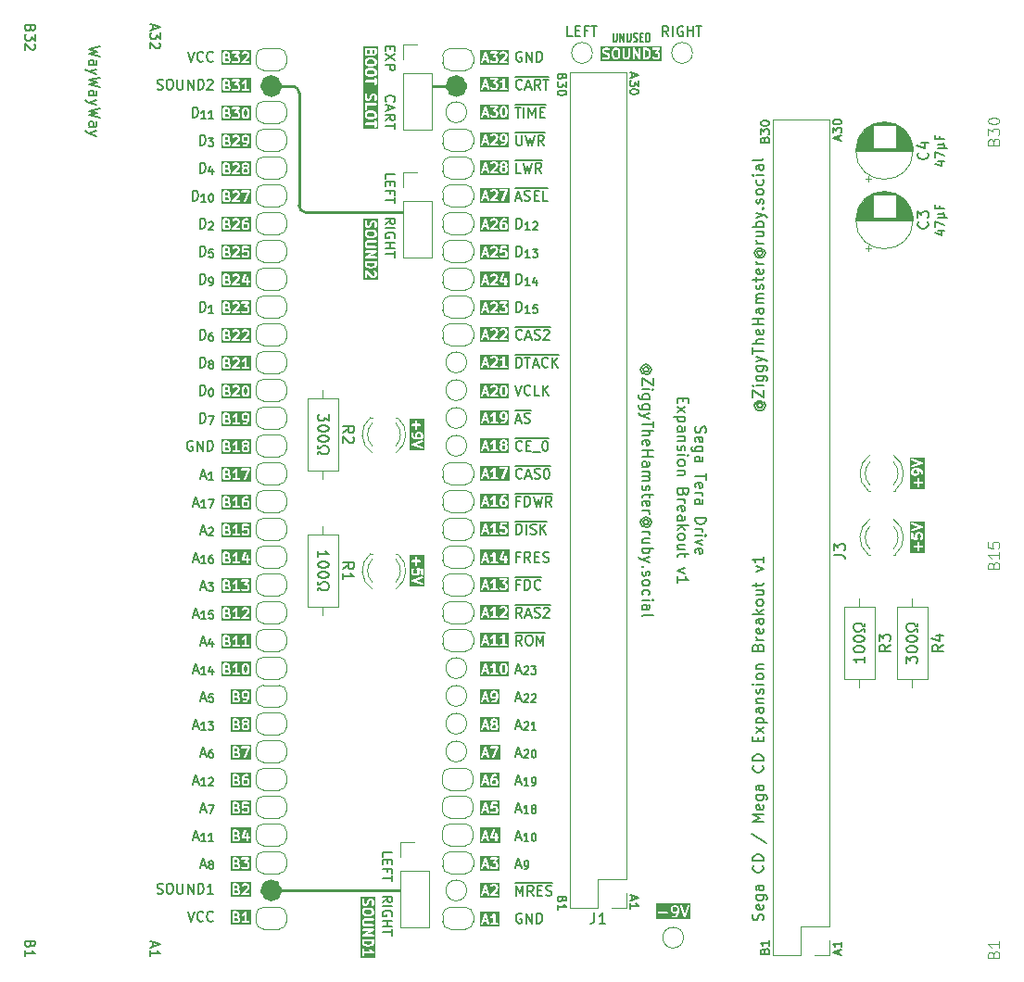
<source format=gbr>
%TF.GenerationSoftware,KiCad,Pcbnew,7.0.8*%
%TF.CreationDate,2023-12-05T21:31:03-08:00*%
%TF.ProjectId,Teradrive Mega CD Adapter,54657261-6472-4697-9665-204d65676120,1*%
%TF.SameCoordinates,Original*%
%TF.FileFunction,Legend,Top*%
%TF.FilePolarity,Positive*%
%FSLAX46Y46*%
G04 Gerber Fmt 4.6, Leading zero omitted, Abs format (unit mm)*
G04 Created by KiCad (PCBNEW 7.0.8) date 2023-12-05 21:31:03*
%MOMM*%
%LPD*%
G01*
G04 APERTURE LIST*
%ADD10C,0.150000*%
%ADD11C,0.250000*%
%ADD12C,0.990810*%
%ADD13C,0.200000*%
%ADD14C,0.100000*%
%ADD15C,0.120000*%
G04 APERTURE END LIST*
D10*
X67043180Y-65392541D02*
X66043180Y-65630636D01*
X66043180Y-65630636D02*
X66757466Y-65821112D01*
X66757466Y-65821112D02*
X66043180Y-66011588D01*
X66043180Y-66011588D02*
X67043180Y-66249684D01*
X66043180Y-67059207D02*
X66566990Y-67059207D01*
X66566990Y-67059207D02*
X66662228Y-67011588D01*
X66662228Y-67011588D02*
X66709847Y-66916350D01*
X66709847Y-66916350D02*
X66709847Y-66725874D01*
X66709847Y-66725874D02*
X66662228Y-66630636D01*
X66090800Y-67059207D02*
X66043180Y-66963969D01*
X66043180Y-66963969D02*
X66043180Y-66725874D01*
X66043180Y-66725874D02*
X66090800Y-66630636D01*
X66090800Y-66630636D02*
X66186038Y-66583017D01*
X66186038Y-66583017D02*
X66281276Y-66583017D01*
X66281276Y-66583017D02*
X66376514Y-66630636D01*
X66376514Y-66630636D02*
X66424133Y-66725874D01*
X66424133Y-66725874D02*
X66424133Y-66963969D01*
X66424133Y-66963969D02*
X66471752Y-67059207D01*
X66709847Y-67440160D02*
X66043180Y-67678255D01*
X66709847Y-67916350D02*
X66043180Y-67678255D01*
X66043180Y-67678255D02*
X65805085Y-67583017D01*
X65805085Y-67583017D02*
X65757466Y-67535398D01*
X65757466Y-67535398D02*
X65709847Y-67440160D01*
X67043180Y-68202065D02*
X66043180Y-68440160D01*
X66043180Y-68440160D02*
X66757466Y-68630636D01*
X66757466Y-68630636D02*
X66043180Y-68821112D01*
X66043180Y-68821112D02*
X67043180Y-69059208D01*
X66043180Y-69868731D02*
X66566990Y-69868731D01*
X66566990Y-69868731D02*
X66662228Y-69821112D01*
X66662228Y-69821112D02*
X66709847Y-69725874D01*
X66709847Y-69725874D02*
X66709847Y-69535398D01*
X66709847Y-69535398D02*
X66662228Y-69440160D01*
X66090800Y-69868731D02*
X66043180Y-69773493D01*
X66043180Y-69773493D02*
X66043180Y-69535398D01*
X66043180Y-69535398D02*
X66090800Y-69440160D01*
X66090800Y-69440160D02*
X66186038Y-69392541D01*
X66186038Y-69392541D02*
X66281276Y-69392541D01*
X66281276Y-69392541D02*
X66376514Y-69440160D01*
X66376514Y-69440160D02*
X66424133Y-69535398D01*
X66424133Y-69535398D02*
X66424133Y-69773493D01*
X66424133Y-69773493D02*
X66471752Y-69868731D01*
X66709847Y-70249684D02*
X66043180Y-70487779D01*
X66709847Y-70725874D02*
X66043180Y-70487779D01*
X66043180Y-70487779D02*
X65805085Y-70392541D01*
X65805085Y-70392541D02*
X65757466Y-70344922D01*
X65757466Y-70344922D02*
X65709847Y-70249684D01*
X67043180Y-71011589D02*
X66043180Y-71249684D01*
X66043180Y-71249684D02*
X66757466Y-71440160D01*
X66757466Y-71440160D02*
X66043180Y-71630636D01*
X66043180Y-71630636D02*
X67043180Y-71868732D01*
X66043180Y-72678255D02*
X66566990Y-72678255D01*
X66566990Y-72678255D02*
X66662228Y-72630636D01*
X66662228Y-72630636D02*
X66709847Y-72535398D01*
X66709847Y-72535398D02*
X66709847Y-72344922D01*
X66709847Y-72344922D02*
X66662228Y-72249684D01*
X66090800Y-72678255D02*
X66043180Y-72583017D01*
X66043180Y-72583017D02*
X66043180Y-72344922D01*
X66043180Y-72344922D02*
X66090800Y-72249684D01*
X66090800Y-72249684D02*
X66186038Y-72202065D01*
X66186038Y-72202065D02*
X66281276Y-72202065D01*
X66281276Y-72202065D02*
X66376514Y-72249684D01*
X66376514Y-72249684D02*
X66424133Y-72344922D01*
X66424133Y-72344922D02*
X66424133Y-72583017D01*
X66424133Y-72583017D02*
X66471752Y-72678255D01*
X66709847Y-73059208D02*
X66043180Y-73297303D01*
X66709847Y-73535398D02*
X66043180Y-73297303D01*
X66043180Y-73297303D02*
X65805085Y-73202065D01*
X65805085Y-73202065D02*
X65757466Y-73154446D01*
X65757466Y-73154446D02*
X65709847Y-73059208D01*
D11*
X94614798Y-80518000D02*
X85737811Y-80518000D01*
D12*
X83157405Y-68986782D02*
G75*
G03*
X83157405Y-68986782I-495405J0D01*
G01*
X100063405Y-68987810D02*
G75*
G03*
X100063405Y-68987810I-495405J0D01*
G01*
D11*
X85196247Y-69596000D02*
G75*
G03*
X84658070Y-68986482I-614247J0D01*
G01*
X99568000Y-68987810D02*
X97408059Y-68988413D01*
X84658070Y-68986480D02*
X82498129Y-68987083D01*
X94350000Y-142494000D02*
X82498129Y-142494000D01*
X85199702Y-79905436D02*
G75*
G03*
X85737811Y-80514955I614298J36D01*
G01*
X85196248Y-69596000D02*
X85199633Y-79905436D01*
D12*
X83157405Y-142494302D02*
G75*
G03*
X83157405Y-142494302I-495405J0D01*
G01*
D10*
X109236752Y-68119826D02*
X109198657Y-68234112D01*
X109198657Y-68234112D02*
X109160561Y-68272207D01*
X109160561Y-68272207D02*
X109084371Y-68310303D01*
X109084371Y-68310303D02*
X108970085Y-68310303D01*
X108970085Y-68310303D02*
X108893895Y-68272207D01*
X108893895Y-68272207D02*
X108855800Y-68234112D01*
X108855800Y-68234112D02*
X108817704Y-68157922D01*
X108817704Y-68157922D02*
X108817704Y-67853160D01*
X108817704Y-67853160D02*
X109617704Y-67853160D01*
X109617704Y-67853160D02*
X109617704Y-68119826D01*
X109617704Y-68119826D02*
X109579609Y-68196017D01*
X109579609Y-68196017D02*
X109541514Y-68234112D01*
X109541514Y-68234112D02*
X109465323Y-68272207D01*
X109465323Y-68272207D02*
X109389133Y-68272207D01*
X109389133Y-68272207D02*
X109312942Y-68234112D01*
X109312942Y-68234112D02*
X109274847Y-68196017D01*
X109274847Y-68196017D02*
X109236752Y-68119826D01*
X109236752Y-68119826D02*
X109236752Y-67853160D01*
X109617704Y-68576969D02*
X109617704Y-69072207D01*
X109617704Y-69072207D02*
X109312942Y-68805541D01*
X109312942Y-68805541D02*
X109312942Y-68919826D01*
X109312942Y-68919826D02*
X109274847Y-68996017D01*
X109274847Y-68996017D02*
X109236752Y-69034112D01*
X109236752Y-69034112D02*
X109160561Y-69072207D01*
X109160561Y-69072207D02*
X108970085Y-69072207D01*
X108970085Y-69072207D02*
X108893895Y-69034112D01*
X108893895Y-69034112D02*
X108855800Y-68996017D01*
X108855800Y-68996017D02*
X108817704Y-68919826D01*
X108817704Y-68919826D02*
X108817704Y-68691255D01*
X108817704Y-68691255D02*
X108855800Y-68615064D01*
X108855800Y-68615064D02*
X108893895Y-68576969D01*
X109617704Y-69567446D02*
X109617704Y-69643636D01*
X109617704Y-69643636D02*
X109579609Y-69719827D01*
X109579609Y-69719827D02*
X109541514Y-69757922D01*
X109541514Y-69757922D02*
X109465323Y-69796017D01*
X109465323Y-69796017D02*
X109312942Y-69834112D01*
X109312942Y-69834112D02*
X109122466Y-69834112D01*
X109122466Y-69834112D02*
X108970085Y-69796017D01*
X108970085Y-69796017D02*
X108893895Y-69757922D01*
X108893895Y-69757922D02*
X108855800Y-69719827D01*
X108855800Y-69719827D02*
X108817704Y-69643636D01*
X108817704Y-69643636D02*
X108817704Y-69567446D01*
X108817704Y-69567446D02*
X108855800Y-69491255D01*
X108855800Y-69491255D02*
X108893895Y-69453160D01*
X108893895Y-69453160D02*
X108970085Y-69415065D01*
X108970085Y-69415065D02*
X109122466Y-69376969D01*
X109122466Y-69376969D02*
X109312942Y-69376969D01*
X109312942Y-69376969D02*
X109465323Y-69415065D01*
X109465323Y-69415065D02*
X109541514Y-69453160D01*
X109541514Y-69453160D02*
X109579609Y-69491255D01*
X109579609Y-69491255D02*
X109617704Y-69567446D01*
D13*
G36*
X96303391Y-100798905D02*
G01*
X96323299Y-100818813D01*
X96348342Y-100868898D01*
X96348342Y-100993113D01*
X96323299Y-101043198D01*
X96303391Y-101063106D01*
X96253307Y-101088149D01*
X96086235Y-101088149D01*
X96036151Y-101063107D01*
X96016242Y-101043198D01*
X95991200Y-100993113D01*
X95991200Y-100868898D01*
X96016242Y-100818813D01*
X96036151Y-100798905D01*
X96086235Y-100773863D01*
X96253307Y-100773863D01*
X96303391Y-100798905D01*
G37*
G36*
X96676913Y-102269201D02*
G01*
X95319771Y-102269201D01*
X95319771Y-101746051D01*
X95448344Y-101746051D01*
X95457880Y-101774660D01*
X95466996Y-101803455D01*
X95467637Y-101803928D01*
X95467889Y-101804683D01*
X95492440Y-101822237D01*
X95516719Y-101840160D01*
X96416719Y-102140160D01*
X96478521Y-102140630D01*
X96528795Y-102104683D01*
X96548339Y-102046051D01*
X96529688Y-101987129D01*
X96479964Y-101950424D01*
X95864568Y-101745292D01*
X96479964Y-101540160D01*
X96529688Y-101503455D01*
X96548339Y-101444533D01*
X96528795Y-101385901D01*
X96478521Y-101349954D01*
X96416719Y-101350424D01*
X95516719Y-101650424D01*
X95492440Y-101668346D01*
X95467889Y-101685901D01*
X95467637Y-101686655D01*
X95466996Y-101687129D01*
X95457880Y-101715923D01*
X95448344Y-101744533D01*
X95448584Y-101745292D01*
X95448344Y-101746051D01*
X95319771Y-101746051D01*
X95319771Y-100931006D01*
X95448342Y-100931006D01*
X95455466Y-100952932D01*
X95458900Y-100975728D01*
X95501758Y-101061443D01*
X95513131Y-101072989D01*
X95520489Y-101087431D01*
X95563346Y-101130288D01*
X95572334Y-101134867D01*
X95578587Y-101142782D01*
X95707158Y-101228497D01*
X95723758Y-101233160D01*
X95738375Y-101242306D01*
X95909804Y-101285163D01*
X95922219Y-101284302D01*
X95934057Y-101288149D01*
X96276914Y-101288149D01*
X96298837Y-101281025D01*
X96321635Y-101277592D01*
X96407349Y-101234735D01*
X96418896Y-101223361D01*
X96433339Y-101216003D01*
X96476196Y-101173146D01*
X96483554Y-101158703D01*
X96494928Y-101147156D01*
X96537785Y-101061441D01*
X96541218Y-101038643D01*
X96548342Y-101016720D01*
X96548342Y-100845292D01*
X96541218Y-100823368D01*
X96537785Y-100800571D01*
X96494928Y-100714856D01*
X96483554Y-100703308D01*
X96476196Y-100688866D01*
X96433339Y-100646009D01*
X96418896Y-100638650D01*
X96407349Y-100627277D01*
X96321635Y-100584420D01*
X96298837Y-100580986D01*
X96276914Y-100573863D01*
X96062628Y-100573863D01*
X96040704Y-100580986D01*
X96017906Y-100584420D01*
X95932193Y-100627277D01*
X95920645Y-100638650D01*
X95906203Y-100646009D01*
X95863346Y-100688866D01*
X95855987Y-100703308D01*
X95844614Y-100714856D01*
X95801757Y-100800571D01*
X95798323Y-100823368D01*
X95791200Y-100845292D01*
X95791200Y-101016720D01*
X95798323Y-101038643D01*
X95800041Y-101050048D01*
X95697768Y-100981866D01*
X95673383Y-100957481D01*
X95648342Y-100907399D01*
X95648342Y-100759577D01*
X95629244Y-100700798D01*
X95579244Y-100664471D01*
X95517440Y-100664471D01*
X95467440Y-100700798D01*
X95448342Y-100759577D01*
X95448342Y-100931006D01*
X95319771Y-100931006D01*
X95319771Y-99976193D01*
X95453236Y-99976193D01*
X95489563Y-100026193D01*
X95548342Y-100045291D01*
X95791200Y-100045291D01*
X95791200Y-100288149D01*
X95810298Y-100346928D01*
X95860298Y-100383255D01*
X95922102Y-100383255D01*
X95972102Y-100346928D01*
X95991200Y-100288149D01*
X95991200Y-100045291D01*
X96234057Y-100045291D01*
X96292836Y-100026193D01*
X96329163Y-99976193D01*
X96329163Y-99914389D01*
X96292836Y-99864389D01*
X96234057Y-99845291D01*
X95991200Y-99845291D01*
X95991200Y-99602434D01*
X95972102Y-99543655D01*
X95922102Y-99507328D01*
X95860298Y-99507328D01*
X95810298Y-99543655D01*
X95791200Y-99602434D01*
X95791200Y-99845291D01*
X95548342Y-99845291D01*
X95489563Y-99864389D01*
X95453236Y-99914389D01*
X95453236Y-99976193D01*
X95319771Y-99976193D01*
X95319771Y-99378757D01*
X96676913Y-99378757D01*
X96676913Y-102269201D01*
G37*
D10*
X134539723Y-73916935D02*
X134539723Y-73535982D01*
X134768295Y-73993125D02*
X133968295Y-73726458D01*
X133968295Y-73726458D02*
X134768295Y-73459792D01*
X133968295Y-73269316D02*
X133968295Y-72774078D01*
X133968295Y-72774078D02*
X134273057Y-73040744D01*
X134273057Y-73040744D02*
X134273057Y-72926459D01*
X134273057Y-72926459D02*
X134311152Y-72850268D01*
X134311152Y-72850268D02*
X134349247Y-72812173D01*
X134349247Y-72812173D02*
X134425438Y-72774078D01*
X134425438Y-72774078D02*
X134615914Y-72774078D01*
X134615914Y-72774078D02*
X134692104Y-72812173D01*
X134692104Y-72812173D02*
X134730200Y-72850268D01*
X134730200Y-72850268D02*
X134768295Y-72926459D01*
X134768295Y-72926459D02*
X134768295Y-73155030D01*
X134768295Y-73155030D02*
X134730200Y-73231221D01*
X134730200Y-73231221D02*
X134692104Y-73269316D01*
X133968295Y-72278839D02*
X133968295Y-72202649D01*
X133968295Y-72202649D02*
X134006390Y-72126458D01*
X134006390Y-72126458D02*
X134044485Y-72088363D01*
X134044485Y-72088363D02*
X134120676Y-72050268D01*
X134120676Y-72050268D02*
X134273057Y-72012173D01*
X134273057Y-72012173D02*
X134463533Y-72012173D01*
X134463533Y-72012173D02*
X134615914Y-72050268D01*
X134615914Y-72050268D02*
X134692104Y-72088363D01*
X134692104Y-72088363D02*
X134730200Y-72126458D01*
X134730200Y-72126458D02*
X134768295Y-72202649D01*
X134768295Y-72202649D02*
X134768295Y-72278839D01*
X134768295Y-72278839D02*
X134730200Y-72355030D01*
X134730200Y-72355030D02*
X134692104Y-72393125D01*
X134692104Y-72393125D02*
X134615914Y-72431220D01*
X134615914Y-72431220D02*
X134463533Y-72469316D01*
X134463533Y-72469316D02*
X134273057Y-72469316D01*
X134273057Y-72469316D02*
X134120676Y-72431220D01*
X134120676Y-72431220D02*
X134044485Y-72393125D01*
X134044485Y-72393125D02*
X134006390Y-72355030D01*
X134006390Y-72355030D02*
X133968295Y-72278839D01*
D13*
X127581600Y-145219945D02*
X127629219Y-145077088D01*
X127629219Y-145077088D02*
X127629219Y-144838993D01*
X127629219Y-144838993D02*
X127581600Y-144743755D01*
X127581600Y-144743755D02*
X127533980Y-144696136D01*
X127533980Y-144696136D02*
X127438742Y-144648517D01*
X127438742Y-144648517D02*
X127343504Y-144648517D01*
X127343504Y-144648517D02*
X127248266Y-144696136D01*
X127248266Y-144696136D02*
X127200647Y-144743755D01*
X127200647Y-144743755D02*
X127153028Y-144838993D01*
X127153028Y-144838993D02*
X127105409Y-145029469D01*
X127105409Y-145029469D02*
X127057790Y-145124707D01*
X127057790Y-145124707D02*
X127010171Y-145172326D01*
X127010171Y-145172326D02*
X126914933Y-145219945D01*
X126914933Y-145219945D02*
X126819695Y-145219945D01*
X126819695Y-145219945D02*
X126724457Y-145172326D01*
X126724457Y-145172326D02*
X126676838Y-145124707D01*
X126676838Y-145124707D02*
X126629219Y-145029469D01*
X126629219Y-145029469D02*
X126629219Y-144791374D01*
X126629219Y-144791374D02*
X126676838Y-144648517D01*
X127581600Y-143838993D02*
X127629219Y-143934231D01*
X127629219Y-143934231D02*
X127629219Y-144124707D01*
X127629219Y-144124707D02*
X127581600Y-144219945D01*
X127581600Y-144219945D02*
X127486361Y-144267564D01*
X127486361Y-144267564D02*
X127105409Y-144267564D01*
X127105409Y-144267564D02*
X127010171Y-144219945D01*
X127010171Y-144219945D02*
X126962552Y-144124707D01*
X126962552Y-144124707D02*
X126962552Y-143934231D01*
X126962552Y-143934231D02*
X127010171Y-143838993D01*
X127010171Y-143838993D02*
X127105409Y-143791374D01*
X127105409Y-143791374D02*
X127200647Y-143791374D01*
X127200647Y-143791374D02*
X127295885Y-144267564D01*
X126962552Y-142934231D02*
X127772076Y-142934231D01*
X127772076Y-142934231D02*
X127867314Y-142981850D01*
X127867314Y-142981850D02*
X127914933Y-143029469D01*
X127914933Y-143029469D02*
X127962552Y-143124707D01*
X127962552Y-143124707D02*
X127962552Y-143267564D01*
X127962552Y-143267564D02*
X127914933Y-143362802D01*
X127581600Y-142934231D02*
X127629219Y-143029469D01*
X127629219Y-143029469D02*
X127629219Y-143219945D01*
X127629219Y-143219945D02*
X127581600Y-143315183D01*
X127581600Y-143315183D02*
X127533980Y-143362802D01*
X127533980Y-143362802D02*
X127438742Y-143410421D01*
X127438742Y-143410421D02*
X127153028Y-143410421D01*
X127153028Y-143410421D02*
X127057790Y-143362802D01*
X127057790Y-143362802D02*
X127010171Y-143315183D01*
X127010171Y-143315183D02*
X126962552Y-143219945D01*
X126962552Y-143219945D02*
X126962552Y-143029469D01*
X126962552Y-143029469D02*
X127010171Y-142934231D01*
X127629219Y-142029469D02*
X127105409Y-142029469D01*
X127105409Y-142029469D02*
X127010171Y-142077088D01*
X127010171Y-142077088D02*
X126962552Y-142172326D01*
X126962552Y-142172326D02*
X126962552Y-142362802D01*
X126962552Y-142362802D02*
X127010171Y-142458040D01*
X127581600Y-142029469D02*
X127629219Y-142124707D01*
X127629219Y-142124707D02*
X127629219Y-142362802D01*
X127629219Y-142362802D02*
X127581600Y-142458040D01*
X127581600Y-142458040D02*
X127486361Y-142505659D01*
X127486361Y-142505659D02*
X127391123Y-142505659D01*
X127391123Y-142505659D02*
X127295885Y-142458040D01*
X127295885Y-142458040D02*
X127248266Y-142362802D01*
X127248266Y-142362802D02*
X127248266Y-142124707D01*
X127248266Y-142124707D02*
X127200647Y-142029469D01*
X127533980Y-140219945D02*
X127581600Y-140267564D01*
X127581600Y-140267564D02*
X127629219Y-140410421D01*
X127629219Y-140410421D02*
X127629219Y-140505659D01*
X127629219Y-140505659D02*
X127581600Y-140648516D01*
X127581600Y-140648516D02*
X127486361Y-140743754D01*
X127486361Y-140743754D02*
X127391123Y-140791373D01*
X127391123Y-140791373D02*
X127200647Y-140838992D01*
X127200647Y-140838992D02*
X127057790Y-140838992D01*
X127057790Y-140838992D02*
X126867314Y-140791373D01*
X126867314Y-140791373D02*
X126772076Y-140743754D01*
X126772076Y-140743754D02*
X126676838Y-140648516D01*
X126676838Y-140648516D02*
X126629219Y-140505659D01*
X126629219Y-140505659D02*
X126629219Y-140410421D01*
X126629219Y-140410421D02*
X126676838Y-140267564D01*
X126676838Y-140267564D02*
X126724457Y-140219945D01*
X127629219Y-139791373D02*
X126629219Y-139791373D01*
X126629219Y-139791373D02*
X126629219Y-139553278D01*
X126629219Y-139553278D02*
X126676838Y-139410421D01*
X126676838Y-139410421D02*
X126772076Y-139315183D01*
X126772076Y-139315183D02*
X126867314Y-139267564D01*
X126867314Y-139267564D02*
X127057790Y-139219945D01*
X127057790Y-139219945D02*
X127200647Y-139219945D01*
X127200647Y-139219945D02*
X127391123Y-139267564D01*
X127391123Y-139267564D02*
X127486361Y-139315183D01*
X127486361Y-139315183D02*
X127581600Y-139410421D01*
X127581600Y-139410421D02*
X127629219Y-139553278D01*
X127629219Y-139553278D02*
X127629219Y-139791373D01*
X126581600Y-137315183D02*
X127867314Y-138172325D01*
X127629219Y-136219944D02*
X126629219Y-136219944D01*
X126629219Y-136219944D02*
X127343504Y-135886611D01*
X127343504Y-135886611D02*
X126629219Y-135553278D01*
X126629219Y-135553278D02*
X127629219Y-135553278D01*
X127581600Y-134696135D02*
X127629219Y-134791373D01*
X127629219Y-134791373D02*
X127629219Y-134981849D01*
X127629219Y-134981849D02*
X127581600Y-135077087D01*
X127581600Y-135077087D02*
X127486361Y-135124706D01*
X127486361Y-135124706D02*
X127105409Y-135124706D01*
X127105409Y-135124706D02*
X127010171Y-135077087D01*
X127010171Y-135077087D02*
X126962552Y-134981849D01*
X126962552Y-134981849D02*
X126962552Y-134791373D01*
X126962552Y-134791373D02*
X127010171Y-134696135D01*
X127010171Y-134696135D02*
X127105409Y-134648516D01*
X127105409Y-134648516D02*
X127200647Y-134648516D01*
X127200647Y-134648516D02*
X127295885Y-135124706D01*
X126962552Y-133791373D02*
X127772076Y-133791373D01*
X127772076Y-133791373D02*
X127867314Y-133838992D01*
X127867314Y-133838992D02*
X127914933Y-133886611D01*
X127914933Y-133886611D02*
X127962552Y-133981849D01*
X127962552Y-133981849D02*
X127962552Y-134124706D01*
X127962552Y-134124706D02*
X127914933Y-134219944D01*
X127581600Y-133791373D02*
X127629219Y-133886611D01*
X127629219Y-133886611D02*
X127629219Y-134077087D01*
X127629219Y-134077087D02*
X127581600Y-134172325D01*
X127581600Y-134172325D02*
X127533980Y-134219944D01*
X127533980Y-134219944D02*
X127438742Y-134267563D01*
X127438742Y-134267563D02*
X127153028Y-134267563D01*
X127153028Y-134267563D02*
X127057790Y-134219944D01*
X127057790Y-134219944D02*
X127010171Y-134172325D01*
X127010171Y-134172325D02*
X126962552Y-134077087D01*
X126962552Y-134077087D02*
X126962552Y-133886611D01*
X126962552Y-133886611D02*
X127010171Y-133791373D01*
X127629219Y-132886611D02*
X127105409Y-132886611D01*
X127105409Y-132886611D02*
X127010171Y-132934230D01*
X127010171Y-132934230D02*
X126962552Y-133029468D01*
X126962552Y-133029468D02*
X126962552Y-133219944D01*
X126962552Y-133219944D02*
X127010171Y-133315182D01*
X127581600Y-132886611D02*
X127629219Y-132981849D01*
X127629219Y-132981849D02*
X127629219Y-133219944D01*
X127629219Y-133219944D02*
X127581600Y-133315182D01*
X127581600Y-133315182D02*
X127486361Y-133362801D01*
X127486361Y-133362801D02*
X127391123Y-133362801D01*
X127391123Y-133362801D02*
X127295885Y-133315182D01*
X127295885Y-133315182D02*
X127248266Y-133219944D01*
X127248266Y-133219944D02*
X127248266Y-132981849D01*
X127248266Y-132981849D02*
X127200647Y-132886611D01*
X127533980Y-131077087D02*
X127581600Y-131124706D01*
X127581600Y-131124706D02*
X127629219Y-131267563D01*
X127629219Y-131267563D02*
X127629219Y-131362801D01*
X127629219Y-131362801D02*
X127581600Y-131505658D01*
X127581600Y-131505658D02*
X127486361Y-131600896D01*
X127486361Y-131600896D02*
X127391123Y-131648515D01*
X127391123Y-131648515D02*
X127200647Y-131696134D01*
X127200647Y-131696134D02*
X127057790Y-131696134D01*
X127057790Y-131696134D02*
X126867314Y-131648515D01*
X126867314Y-131648515D02*
X126772076Y-131600896D01*
X126772076Y-131600896D02*
X126676838Y-131505658D01*
X126676838Y-131505658D02*
X126629219Y-131362801D01*
X126629219Y-131362801D02*
X126629219Y-131267563D01*
X126629219Y-131267563D02*
X126676838Y-131124706D01*
X126676838Y-131124706D02*
X126724457Y-131077087D01*
X127629219Y-130648515D02*
X126629219Y-130648515D01*
X126629219Y-130648515D02*
X126629219Y-130410420D01*
X126629219Y-130410420D02*
X126676838Y-130267563D01*
X126676838Y-130267563D02*
X126772076Y-130172325D01*
X126772076Y-130172325D02*
X126867314Y-130124706D01*
X126867314Y-130124706D02*
X127057790Y-130077087D01*
X127057790Y-130077087D02*
X127200647Y-130077087D01*
X127200647Y-130077087D02*
X127391123Y-130124706D01*
X127391123Y-130124706D02*
X127486361Y-130172325D01*
X127486361Y-130172325D02*
X127581600Y-130267563D01*
X127581600Y-130267563D02*
X127629219Y-130410420D01*
X127629219Y-130410420D02*
X127629219Y-130648515D01*
X127105409Y-128886610D02*
X127105409Y-128553277D01*
X127629219Y-128410420D02*
X127629219Y-128886610D01*
X127629219Y-128886610D02*
X126629219Y-128886610D01*
X126629219Y-128886610D02*
X126629219Y-128410420D01*
X127629219Y-128077086D02*
X126962552Y-127553277D01*
X126962552Y-128077086D02*
X127629219Y-127553277D01*
X126962552Y-127172324D02*
X127962552Y-127172324D01*
X127010171Y-127172324D02*
X126962552Y-127077086D01*
X126962552Y-127077086D02*
X126962552Y-126886610D01*
X126962552Y-126886610D02*
X127010171Y-126791372D01*
X127010171Y-126791372D02*
X127057790Y-126743753D01*
X127057790Y-126743753D02*
X127153028Y-126696134D01*
X127153028Y-126696134D02*
X127438742Y-126696134D01*
X127438742Y-126696134D02*
X127533980Y-126743753D01*
X127533980Y-126743753D02*
X127581600Y-126791372D01*
X127581600Y-126791372D02*
X127629219Y-126886610D01*
X127629219Y-126886610D02*
X127629219Y-127077086D01*
X127629219Y-127077086D02*
X127581600Y-127172324D01*
X127629219Y-125838991D02*
X127105409Y-125838991D01*
X127105409Y-125838991D02*
X127010171Y-125886610D01*
X127010171Y-125886610D02*
X126962552Y-125981848D01*
X126962552Y-125981848D02*
X126962552Y-126172324D01*
X126962552Y-126172324D02*
X127010171Y-126267562D01*
X127581600Y-125838991D02*
X127629219Y-125934229D01*
X127629219Y-125934229D02*
X127629219Y-126172324D01*
X127629219Y-126172324D02*
X127581600Y-126267562D01*
X127581600Y-126267562D02*
X127486361Y-126315181D01*
X127486361Y-126315181D02*
X127391123Y-126315181D01*
X127391123Y-126315181D02*
X127295885Y-126267562D01*
X127295885Y-126267562D02*
X127248266Y-126172324D01*
X127248266Y-126172324D02*
X127248266Y-125934229D01*
X127248266Y-125934229D02*
X127200647Y-125838991D01*
X126962552Y-125362800D02*
X127629219Y-125362800D01*
X127057790Y-125362800D02*
X127010171Y-125315181D01*
X127010171Y-125315181D02*
X126962552Y-125219943D01*
X126962552Y-125219943D02*
X126962552Y-125077086D01*
X126962552Y-125077086D02*
X127010171Y-124981848D01*
X127010171Y-124981848D02*
X127105409Y-124934229D01*
X127105409Y-124934229D02*
X127629219Y-124934229D01*
X127581600Y-124505657D02*
X127629219Y-124410419D01*
X127629219Y-124410419D02*
X127629219Y-124219943D01*
X127629219Y-124219943D02*
X127581600Y-124124705D01*
X127581600Y-124124705D02*
X127486361Y-124077086D01*
X127486361Y-124077086D02*
X127438742Y-124077086D01*
X127438742Y-124077086D02*
X127343504Y-124124705D01*
X127343504Y-124124705D02*
X127295885Y-124219943D01*
X127295885Y-124219943D02*
X127295885Y-124362800D01*
X127295885Y-124362800D02*
X127248266Y-124458038D01*
X127248266Y-124458038D02*
X127153028Y-124505657D01*
X127153028Y-124505657D02*
X127105409Y-124505657D01*
X127105409Y-124505657D02*
X127010171Y-124458038D01*
X127010171Y-124458038D02*
X126962552Y-124362800D01*
X126962552Y-124362800D02*
X126962552Y-124219943D01*
X126962552Y-124219943D02*
X127010171Y-124124705D01*
X127629219Y-123648514D02*
X126962552Y-123648514D01*
X126629219Y-123648514D02*
X126676838Y-123696133D01*
X126676838Y-123696133D02*
X126724457Y-123648514D01*
X126724457Y-123648514D02*
X126676838Y-123600895D01*
X126676838Y-123600895D02*
X126629219Y-123648514D01*
X126629219Y-123648514D02*
X126724457Y-123648514D01*
X127629219Y-123029467D02*
X127581600Y-123124705D01*
X127581600Y-123124705D02*
X127533980Y-123172324D01*
X127533980Y-123172324D02*
X127438742Y-123219943D01*
X127438742Y-123219943D02*
X127153028Y-123219943D01*
X127153028Y-123219943D02*
X127057790Y-123172324D01*
X127057790Y-123172324D02*
X127010171Y-123124705D01*
X127010171Y-123124705D02*
X126962552Y-123029467D01*
X126962552Y-123029467D02*
X126962552Y-122886610D01*
X126962552Y-122886610D02*
X127010171Y-122791372D01*
X127010171Y-122791372D02*
X127057790Y-122743753D01*
X127057790Y-122743753D02*
X127153028Y-122696134D01*
X127153028Y-122696134D02*
X127438742Y-122696134D01*
X127438742Y-122696134D02*
X127533980Y-122743753D01*
X127533980Y-122743753D02*
X127581600Y-122791372D01*
X127581600Y-122791372D02*
X127629219Y-122886610D01*
X127629219Y-122886610D02*
X127629219Y-123029467D01*
X126962552Y-122267562D02*
X127629219Y-122267562D01*
X127057790Y-122267562D02*
X127010171Y-122219943D01*
X127010171Y-122219943D02*
X126962552Y-122124705D01*
X126962552Y-122124705D02*
X126962552Y-121981848D01*
X126962552Y-121981848D02*
X127010171Y-121886610D01*
X127010171Y-121886610D02*
X127105409Y-121838991D01*
X127105409Y-121838991D02*
X127629219Y-121838991D01*
X127105409Y-120267562D02*
X127153028Y-120124705D01*
X127153028Y-120124705D02*
X127200647Y-120077086D01*
X127200647Y-120077086D02*
X127295885Y-120029467D01*
X127295885Y-120029467D02*
X127438742Y-120029467D01*
X127438742Y-120029467D02*
X127533980Y-120077086D01*
X127533980Y-120077086D02*
X127581600Y-120124705D01*
X127581600Y-120124705D02*
X127629219Y-120219943D01*
X127629219Y-120219943D02*
X127629219Y-120600895D01*
X127629219Y-120600895D02*
X126629219Y-120600895D01*
X126629219Y-120600895D02*
X126629219Y-120267562D01*
X126629219Y-120267562D02*
X126676838Y-120172324D01*
X126676838Y-120172324D02*
X126724457Y-120124705D01*
X126724457Y-120124705D02*
X126819695Y-120077086D01*
X126819695Y-120077086D02*
X126914933Y-120077086D01*
X126914933Y-120077086D02*
X127010171Y-120124705D01*
X127010171Y-120124705D02*
X127057790Y-120172324D01*
X127057790Y-120172324D02*
X127105409Y-120267562D01*
X127105409Y-120267562D02*
X127105409Y-120600895D01*
X127629219Y-119600895D02*
X126962552Y-119600895D01*
X127153028Y-119600895D02*
X127057790Y-119553276D01*
X127057790Y-119553276D02*
X127010171Y-119505657D01*
X127010171Y-119505657D02*
X126962552Y-119410419D01*
X126962552Y-119410419D02*
X126962552Y-119315181D01*
X127581600Y-118600895D02*
X127629219Y-118696133D01*
X127629219Y-118696133D02*
X127629219Y-118886609D01*
X127629219Y-118886609D02*
X127581600Y-118981847D01*
X127581600Y-118981847D02*
X127486361Y-119029466D01*
X127486361Y-119029466D02*
X127105409Y-119029466D01*
X127105409Y-119029466D02*
X127010171Y-118981847D01*
X127010171Y-118981847D02*
X126962552Y-118886609D01*
X126962552Y-118886609D02*
X126962552Y-118696133D01*
X126962552Y-118696133D02*
X127010171Y-118600895D01*
X127010171Y-118600895D02*
X127105409Y-118553276D01*
X127105409Y-118553276D02*
X127200647Y-118553276D01*
X127200647Y-118553276D02*
X127295885Y-119029466D01*
X127629219Y-117696133D02*
X127105409Y-117696133D01*
X127105409Y-117696133D02*
X127010171Y-117743752D01*
X127010171Y-117743752D02*
X126962552Y-117838990D01*
X126962552Y-117838990D02*
X126962552Y-118029466D01*
X126962552Y-118029466D02*
X127010171Y-118124704D01*
X127581600Y-117696133D02*
X127629219Y-117791371D01*
X127629219Y-117791371D02*
X127629219Y-118029466D01*
X127629219Y-118029466D02*
X127581600Y-118124704D01*
X127581600Y-118124704D02*
X127486361Y-118172323D01*
X127486361Y-118172323D02*
X127391123Y-118172323D01*
X127391123Y-118172323D02*
X127295885Y-118124704D01*
X127295885Y-118124704D02*
X127248266Y-118029466D01*
X127248266Y-118029466D02*
X127248266Y-117791371D01*
X127248266Y-117791371D02*
X127200647Y-117696133D01*
X127629219Y-117219942D02*
X126629219Y-117219942D01*
X127248266Y-117124704D02*
X127629219Y-116838990D01*
X126962552Y-116838990D02*
X127343504Y-117219942D01*
X127629219Y-116267561D02*
X127581600Y-116362799D01*
X127581600Y-116362799D02*
X127533980Y-116410418D01*
X127533980Y-116410418D02*
X127438742Y-116458037D01*
X127438742Y-116458037D02*
X127153028Y-116458037D01*
X127153028Y-116458037D02*
X127057790Y-116410418D01*
X127057790Y-116410418D02*
X127010171Y-116362799D01*
X127010171Y-116362799D02*
X126962552Y-116267561D01*
X126962552Y-116267561D02*
X126962552Y-116124704D01*
X126962552Y-116124704D02*
X127010171Y-116029466D01*
X127010171Y-116029466D02*
X127057790Y-115981847D01*
X127057790Y-115981847D02*
X127153028Y-115934228D01*
X127153028Y-115934228D02*
X127438742Y-115934228D01*
X127438742Y-115934228D02*
X127533980Y-115981847D01*
X127533980Y-115981847D02*
X127581600Y-116029466D01*
X127581600Y-116029466D02*
X127629219Y-116124704D01*
X127629219Y-116124704D02*
X127629219Y-116267561D01*
X126962552Y-115077085D02*
X127629219Y-115077085D01*
X126962552Y-115505656D02*
X127486361Y-115505656D01*
X127486361Y-115505656D02*
X127581600Y-115458037D01*
X127581600Y-115458037D02*
X127629219Y-115362799D01*
X127629219Y-115362799D02*
X127629219Y-115219942D01*
X127629219Y-115219942D02*
X127581600Y-115124704D01*
X127581600Y-115124704D02*
X127533980Y-115077085D01*
X126962552Y-114743751D02*
X126962552Y-114362799D01*
X126629219Y-114600894D02*
X127486361Y-114600894D01*
X127486361Y-114600894D02*
X127581600Y-114553275D01*
X127581600Y-114553275D02*
X127629219Y-114458037D01*
X127629219Y-114458037D02*
X127629219Y-114362799D01*
X126962552Y-113362798D02*
X127629219Y-113124703D01*
X127629219Y-113124703D02*
X126962552Y-112886608D01*
X127629219Y-111981846D02*
X127629219Y-112553274D01*
X127629219Y-112267560D02*
X126629219Y-112267560D01*
X126629219Y-112267560D02*
X126772076Y-112362798D01*
X126772076Y-112362798D02*
X126867314Y-112458036D01*
X126867314Y-112458036D02*
X126914933Y-112553274D01*
X127153028Y-97981842D02*
X127105409Y-98029461D01*
X127105409Y-98029461D02*
X127057790Y-98124699D01*
X127057790Y-98124699D02*
X127057790Y-98219937D01*
X127057790Y-98219937D02*
X127105409Y-98315175D01*
X127105409Y-98315175D02*
X127153028Y-98362794D01*
X127153028Y-98362794D02*
X127248266Y-98410413D01*
X127248266Y-98410413D02*
X127343504Y-98410413D01*
X127343504Y-98410413D02*
X127438742Y-98362794D01*
X127438742Y-98362794D02*
X127486361Y-98315175D01*
X127486361Y-98315175D02*
X127533980Y-98219937D01*
X127533980Y-98219937D02*
X127533980Y-98124699D01*
X127533980Y-98124699D02*
X127486361Y-98029461D01*
X127486361Y-98029461D02*
X127438742Y-97981842D01*
X127057790Y-97981842D02*
X127438742Y-97981842D01*
X127438742Y-97981842D02*
X127486361Y-97934223D01*
X127486361Y-97934223D02*
X127486361Y-97886604D01*
X127486361Y-97886604D02*
X127438742Y-97791365D01*
X127438742Y-97791365D02*
X127343504Y-97743746D01*
X127343504Y-97743746D02*
X127105409Y-97743746D01*
X127105409Y-97743746D02*
X126962552Y-97838985D01*
X126962552Y-97838985D02*
X126867314Y-97981842D01*
X126867314Y-97981842D02*
X126819695Y-98172318D01*
X126819695Y-98172318D02*
X126867314Y-98362794D01*
X126867314Y-98362794D02*
X126962552Y-98505651D01*
X126962552Y-98505651D02*
X127105409Y-98600889D01*
X127105409Y-98600889D02*
X127295885Y-98648508D01*
X127295885Y-98648508D02*
X127486361Y-98600889D01*
X127486361Y-98600889D02*
X127629219Y-98505651D01*
X127629219Y-98505651D02*
X127724457Y-98362794D01*
X127724457Y-98362794D02*
X127772076Y-98172318D01*
X127772076Y-98172318D02*
X127724457Y-97981842D01*
X127724457Y-97981842D02*
X127629219Y-97838985D01*
X126629219Y-97410413D02*
X126629219Y-96743747D01*
X126629219Y-96743747D02*
X127629219Y-97410413D01*
X127629219Y-97410413D02*
X127629219Y-96743747D01*
X127629219Y-96362794D02*
X126962552Y-96362794D01*
X126629219Y-96362794D02*
X126676838Y-96410413D01*
X126676838Y-96410413D02*
X126724457Y-96362794D01*
X126724457Y-96362794D02*
X126676838Y-96315175D01*
X126676838Y-96315175D02*
X126629219Y-96362794D01*
X126629219Y-96362794D02*
X126724457Y-96362794D01*
X126962552Y-95458033D02*
X127772076Y-95458033D01*
X127772076Y-95458033D02*
X127867314Y-95505652D01*
X127867314Y-95505652D02*
X127914933Y-95553271D01*
X127914933Y-95553271D02*
X127962552Y-95648509D01*
X127962552Y-95648509D02*
X127962552Y-95791366D01*
X127962552Y-95791366D02*
X127914933Y-95886604D01*
X127581600Y-95458033D02*
X127629219Y-95553271D01*
X127629219Y-95553271D02*
X127629219Y-95743747D01*
X127629219Y-95743747D02*
X127581600Y-95838985D01*
X127581600Y-95838985D02*
X127533980Y-95886604D01*
X127533980Y-95886604D02*
X127438742Y-95934223D01*
X127438742Y-95934223D02*
X127153028Y-95934223D01*
X127153028Y-95934223D02*
X127057790Y-95886604D01*
X127057790Y-95886604D02*
X127010171Y-95838985D01*
X127010171Y-95838985D02*
X126962552Y-95743747D01*
X126962552Y-95743747D02*
X126962552Y-95553271D01*
X126962552Y-95553271D02*
X127010171Y-95458033D01*
X126962552Y-94553271D02*
X127772076Y-94553271D01*
X127772076Y-94553271D02*
X127867314Y-94600890D01*
X127867314Y-94600890D02*
X127914933Y-94648509D01*
X127914933Y-94648509D02*
X127962552Y-94743747D01*
X127962552Y-94743747D02*
X127962552Y-94886604D01*
X127962552Y-94886604D02*
X127914933Y-94981842D01*
X127581600Y-94553271D02*
X127629219Y-94648509D01*
X127629219Y-94648509D02*
X127629219Y-94838985D01*
X127629219Y-94838985D02*
X127581600Y-94934223D01*
X127581600Y-94934223D02*
X127533980Y-94981842D01*
X127533980Y-94981842D02*
X127438742Y-95029461D01*
X127438742Y-95029461D02*
X127153028Y-95029461D01*
X127153028Y-95029461D02*
X127057790Y-94981842D01*
X127057790Y-94981842D02*
X127010171Y-94934223D01*
X127010171Y-94934223D02*
X126962552Y-94838985D01*
X126962552Y-94838985D02*
X126962552Y-94648509D01*
X126962552Y-94648509D02*
X127010171Y-94553271D01*
X126962552Y-94172318D02*
X127629219Y-93934223D01*
X126962552Y-93696128D02*
X127629219Y-93934223D01*
X127629219Y-93934223D02*
X127867314Y-94029461D01*
X127867314Y-94029461D02*
X127914933Y-94077080D01*
X127914933Y-94077080D02*
X127962552Y-94172318D01*
X126629219Y-93458032D02*
X126629219Y-92886604D01*
X127629219Y-93172318D02*
X126629219Y-93172318D01*
X127629219Y-92553270D02*
X126629219Y-92553270D01*
X127629219Y-92124699D02*
X127105409Y-92124699D01*
X127105409Y-92124699D02*
X127010171Y-92172318D01*
X127010171Y-92172318D02*
X126962552Y-92267556D01*
X126962552Y-92267556D02*
X126962552Y-92410413D01*
X126962552Y-92410413D02*
X127010171Y-92505651D01*
X127010171Y-92505651D02*
X127057790Y-92553270D01*
X127581600Y-91267556D02*
X127629219Y-91362794D01*
X127629219Y-91362794D02*
X127629219Y-91553270D01*
X127629219Y-91553270D02*
X127581600Y-91648508D01*
X127581600Y-91648508D02*
X127486361Y-91696127D01*
X127486361Y-91696127D02*
X127105409Y-91696127D01*
X127105409Y-91696127D02*
X127010171Y-91648508D01*
X127010171Y-91648508D02*
X126962552Y-91553270D01*
X126962552Y-91553270D02*
X126962552Y-91362794D01*
X126962552Y-91362794D02*
X127010171Y-91267556D01*
X127010171Y-91267556D02*
X127105409Y-91219937D01*
X127105409Y-91219937D02*
X127200647Y-91219937D01*
X127200647Y-91219937D02*
X127295885Y-91696127D01*
X127629219Y-90791365D02*
X126629219Y-90791365D01*
X127105409Y-90791365D02*
X127105409Y-90219937D01*
X127629219Y-90219937D02*
X126629219Y-90219937D01*
X127629219Y-89315175D02*
X127105409Y-89315175D01*
X127105409Y-89315175D02*
X127010171Y-89362794D01*
X127010171Y-89362794D02*
X126962552Y-89458032D01*
X126962552Y-89458032D02*
X126962552Y-89648508D01*
X126962552Y-89648508D02*
X127010171Y-89743746D01*
X127581600Y-89315175D02*
X127629219Y-89410413D01*
X127629219Y-89410413D02*
X127629219Y-89648508D01*
X127629219Y-89648508D02*
X127581600Y-89743746D01*
X127581600Y-89743746D02*
X127486361Y-89791365D01*
X127486361Y-89791365D02*
X127391123Y-89791365D01*
X127391123Y-89791365D02*
X127295885Y-89743746D01*
X127295885Y-89743746D02*
X127248266Y-89648508D01*
X127248266Y-89648508D02*
X127248266Y-89410413D01*
X127248266Y-89410413D02*
X127200647Y-89315175D01*
X127629219Y-88838984D02*
X126962552Y-88838984D01*
X127057790Y-88838984D02*
X127010171Y-88791365D01*
X127010171Y-88791365D02*
X126962552Y-88696127D01*
X126962552Y-88696127D02*
X126962552Y-88553270D01*
X126962552Y-88553270D02*
X127010171Y-88458032D01*
X127010171Y-88458032D02*
X127105409Y-88410413D01*
X127105409Y-88410413D02*
X127629219Y-88410413D01*
X127105409Y-88410413D02*
X127010171Y-88362794D01*
X127010171Y-88362794D02*
X126962552Y-88267556D01*
X126962552Y-88267556D02*
X126962552Y-88124699D01*
X126962552Y-88124699D02*
X127010171Y-88029460D01*
X127010171Y-88029460D02*
X127105409Y-87981841D01*
X127105409Y-87981841D02*
X127629219Y-87981841D01*
X127581600Y-87553270D02*
X127629219Y-87458032D01*
X127629219Y-87458032D02*
X127629219Y-87267556D01*
X127629219Y-87267556D02*
X127581600Y-87172318D01*
X127581600Y-87172318D02*
X127486361Y-87124699D01*
X127486361Y-87124699D02*
X127438742Y-87124699D01*
X127438742Y-87124699D02*
X127343504Y-87172318D01*
X127343504Y-87172318D02*
X127295885Y-87267556D01*
X127295885Y-87267556D02*
X127295885Y-87410413D01*
X127295885Y-87410413D02*
X127248266Y-87505651D01*
X127248266Y-87505651D02*
X127153028Y-87553270D01*
X127153028Y-87553270D02*
X127105409Y-87553270D01*
X127105409Y-87553270D02*
X127010171Y-87505651D01*
X127010171Y-87505651D02*
X126962552Y-87410413D01*
X126962552Y-87410413D02*
X126962552Y-87267556D01*
X126962552Y-87267556D02*
X127010171Y-87172318D01*
X126962552Y-86838984D02*
X126962552Y-86458032D01*
X126629219Y-86696127D02*
X127486361Y-86696127D01*
X127486361Y-86696127D02*
X127581600Y-86648508D01*
X127581600Y-86648508D02*
X127629219Y-86553270D01*
X127629219Y-86553270D02*
X127629219Y-86458032D01*
X127581600Y-85743746D02*
X127629219Y-85838984D01*
X127629219Y-85838984D02*
X127629219Y-86029460D01*
X127629219Y-86029460D02*
X127581600Y-86124698D01*
X127581600Y-86124698D02*
X127486361Y-86172317D01*
X127486361Y-86172317D02*
X127105409Y-86172317D01*
X127105409Y-86172317D02*
X127010171Y-86124698D01*
X127010171Y-86124698D02*
X126962552Y-86029460D01*
X126962552Y-86029460D02*
X126962552Y-85838984D01*
X126962552Y-85838984D02*
X127010171Y-85743746D01*
X127010171Y-85743746D02*
X127105409Y-85696127D01*
X127105409Y-85696127D02*
X127200647Y-85696127D01*
X127200647Y-85696127D02*
X127295885Y-86172317D01*
X127629219Y-85267555D02*
X126962552Y-85267555D01*
X127153028Y-85267555D02*
X127057790Y-85219936D01*
X127057790Y-85219936D02*
X127010171Y-85172317D01*
X127010171Y-85172317D02*
X126962552Y-85077079D01*
X126962552Y-85077079D02*
X126962552Y-84981841D01*
X127153028Y-84029460D02*
X127105409Y-84077079D01*
X127105409Y-84077079D02*
X127057790Y-84172317D01*
X127057790Y-84172317D02*
X127057790Y-84267555D01*
X127057790Y-84267555D02*
X127105409Y-84362793D01*
X127105409Y-84362793D02*
X127153028Y-84410412D01*
X127153028Y-84410412D02*
X127248266Y-84458031D01*
X127248266Y-84458031D02*
X127343504Y-84458031D01*
X127343504Y-84458031D02*
X127438742Y-84410412D01*
X127438742Y-84410412D02*
X127486361Y-84362793D01*
X127486361Y-84362793D02*
X127533980Y-84267555D01*
X127533980Y-84267555D02*
X127533980Y-84172317D01*
X127533980Y-84172317D02*
X127486361Y-84077079D01*
X127486361Y-84077079D02*
X127438742Y-84029460D01*
X127057790Y-84029460D02*
X127438742Y-84029460D01*
X127438742Y-84029460D02*
X127486361Y-83981841D01*
X127486361Y-83981841D02*
X127486361Y-83934222D01*
X127486361Y-83934222D02*
X127438742Y-83838983D01*
X127438742Y-83838983D02*
X127343504Y-83791364D01*
X127343504Y-83791364D02*
X127105409Y-83791364D01*
X127105409Y-83791364D02*
X126962552Y-83886603D01*
X126962552Y-83886603D02*
X126867314Y-84029460D01*
X126867314Y-84029460D02*
X126819695Y-84219936D01*
X126819695Y-84219936D02*
X126867314Y-84410412D01*
X126867314Y-84410412D02*
X126962552Y-84553269D01*
X126962552Y-84553269D02*
X127105409Y-84648507D01*
X127105409Y-84648507D02*
X127295885Y-84696126D01*
X127295885Y-84696126D02*
X127486361Y-84648507D01*
X127486361Y-84648507D02*
X127629219Y-84553269D01*
X127629219Y-84553269D02*
X127724457Y-84410412D01*
X127724457Y-84410412D02*
X127772076Y-84219936D01*
X127772076Y-84219936D02*
X127724457Y-84029460D01*
X127724457Y-84029460D02*
X127629219Y-83886603D01*
X127629219Y-83362793D02*
X126962552Y-83362793D01*
X127153028Y-83362793D02*
X127057790Y-83315174D01*
X127057790Y-83315174D02*
X127010171Y-83267555D01*
X127010171Y-83267555D02*
X126962552Y-83172317D01*
X126962552Y-83172317D02*
X126962552Y-83077079D01*
X126962552Y-82315174D02*
X127629219Y-82315174D01*
X126962552Y-82743745D02*
X127486361Y-82743745D01*
X127486361Y-82743745D02*
X127581600Y-82696126D01*
X127581600Y-82696126D02*
X127629219Y-82600888D01*
X127629219Y-82600888D02*
X127629219Y-82458031D01*
X127629219Y-82458031D02*
X127581600Y-82362793D01*
X127581600Y-82362793D02*
X127533980Y-82315174D01*
X127629219Y-81838983D02*
X126629219Y-81838983D01*
X127010171Y-81838983D02*
X126962552Y-81743745D01*
X126962552Y-81743745D02*
X126962552Y-81553269D01*
X126962552Y-81553269D02*
X127010171Y-81458031D01*
X127010171Y-81458031D02*
X127057790Y-81410412D01*
X127057790Y-81410412D02*
X127153028Y-81362793D01*
X127153028Y-81362793D02*
X127438742Y-81362793D01*
X127438742Y-81362793D02*
X127533980Y-81410412D01*
X127533980Y-81410412D02*
X127581600Y-81458031D01*
X127581600Y-81458031D02*
X127629219Y-81553269D01*
X127629219Y-81553269D02*
X127629219Y-81743745D01*
X127629219Y-81743745D02*
X127581600Y-81838983D01*
X126962552Y-81029459D02*
X127629219Y-80791364D01*
X126962552Y-80553269D02*
X127629219Y-80791364D01*
X127629219Y-80791364D02*
X127867314Y-80886602D01*
X127867314Y-80886602D02*
X127914933Y-80934221D01*
X127914933Y-80934221D02*
X127962552Y-81029459D01*
X127533980Y-80172316D02*
X127581600Y-80124697D01*
X127581600Y-80124697D02*
X127629219Y-80172316D01*
X127629219Y-80172316D02*
X127581600Y-80219935D01*
X127581600Y-80219935D02*
X127533980Y-80172316D01*
X127533980Y-80172316D02*
X127629219Y-80172316D01*
X127581600Y-79743745D02*
X127629219Y-79648507D01*
X127629219Y-79648507D02*
X127629219Y-79458031D01*
X127629219Y-79458031D02*
X127581600Y-79362793D01*
X127581600Y-79362793D02*
X127486361Y-79315174D01*
X127486361Y-79315174D02*
X127438742Y-79315174D01*
X127438742Y-79315174D02*
X127343504Y-79362793D01*
X127343504Y-79362793D02*
X127295885Y-79458031D01*
X127295885Y-79458031D02*
X127295885Y-79600888D01*
X127295885Y-79600888D02*
X127248266Y-79696126D01*
X127248266Y-79696126D02*
X127153028Y-79743745D01*
X127153028Y-79743745D02*
X127105409Y-79743745D01*
X127105409Y-79743745D02*
X127010171Y-79696126D01*
X127010171Y-79696126D02*
X126962552Y-79600888D01*
X126962552Y-79600888D02*
X126962552Y-79458031D01*
X126962552Y-79458031D02*
X127010171Y-79362793D01*
X127629219Y-78743745D02*
X127581600Y-78838983D01*
X127581600Y-78838983D02*
X127533980Y-78886602D01*
X127533980Y-78886602D02*
X127438742Y-78934221D01*
X127438742Y-78934221D02*
X127153028Y-78934221D01*
X127153028Y-78934221D02*
X127057790Y-78886602D01*
X127057790Y-78886602D02*
X127010171Y-78838983D01*
X127010171Y-78838983D02*
X126962552Y-78743745D01*
X126962552Y-78743745D02*
X126962552Y-78600888D01*
X126962552Y-78600888D02*
X127010171Y-78505650D01*
X127010171Y-78505650D02*
X127057790Y-78458031D01*
X127057790Y-78458031D02*
X127153028Y-78410412D01*
X127153028Y-78410412D02*
X127438742Y-78410412D01*
X127438742Y-78410412D02*
X127533980Y-78458031D01*
X127533980Y-78458031D02*
X127581600Y-78505650D01*
X127581600Y-78505650D02*
X127629219Y-78600888D01*
X127629219Y-78600888D02*
X127629219Y-78743745D01*
X127581600Y-77553269D02*
X127629219Y-77648507D01*
X127629219Y-77648507D02*
X127629219Y-77838983D01*
X127629219Y-77838983D02*
X127581600Y-77934221D01*
X127581600Y-77934221D02*
X127533980Y-77981840D01*
X127533980Y-77981840D02*
X127438742Y-78029459D01*
X127438742Y-78029459D02*
X127153028Y-78029459D01*
X127153028Y-78029459D02*
X127057790Y-77981840D01*
X127057790Y-77981840D02*
X127010171Y-77934221D01*
X127010171Y-77934221D02*
X126962552Y-77838983D01*
X126962552Y-77838983D02*
X126962552Y-77648507D01*
X126962552Y-77648507D02*
X127010171Y-77553269D01*
X127629219Y-77124697D02*
X126962552Y-77124697D01*
X126629219Y-77124697D02*
X126676838Y-77172316D01*
X126676838Y-77172316D02*
X126724457Y-77124697D01*
X126724457Y-77124697D02*
X126676838Y-77077078D01*
X126676838Y-77077078D02*
X126629219Y-77124697D01*
X126629219Y-77124697D02*
X126724457Y-77124697D01*
X127629219Y-76219936D02*
X127105409Y-76219936D01*
X127105409Y-76219936D02*
X127010171Y-76267555D01*
X127010171Y-76267555D02*
X126962552Y-76362793D01*
X126962552Y-76362793D02*
X126962552Y-76553269D01*
X126962552Y-76553269D02*
X127010171Y-76648507D01*
X127581600Y-76219936D02*
X127629219Y-76315174D01*
X127629219Y-76315174D02*
X127629219Y-76553269D01*
X127629219Y-76553269D02*
X127581600Y-76648507D01*
X127581600Y-76648507D02*
X127486361Y-76696126D01*
X127486361Y-76696126D02*
X127391123Y-76696126D01*
X127391123Y-76696126D02*
X127295885Y-76648507D01*
X127295885Y-76648507D02*
X127248266Y-76553269D01*
X127248266Y-76553269D02*
X127248266Y-76315174D01*
X127248266Y-76315174D02*
X127200647Y-76219936D01*
X127629219Y-75600888D02*
X127581600Y-75696126D01*
X127581600Y-75696126D02*
X127486361Y-75743745D01*
X127486361Y-75743745D02*
X126629219Y-75743745D01*
D10*
X93081942Y-81573815D02*
X93510514Y-81273815D01*
X93081942Y-81059529D02*
X93981942Y-81059529D01*
X93981942Y-81059529D02*
X93981942Y-81402386D01*
X93981942Y-81402386D02*
X93939085Y-81488101D01*
X93939085Y-81488101D02*
X93896228Y-81530958D01*
X93896228Y-81530958D02*
X93810514Y-81573815D01*
X93810514Y-81573815D02*
X93681942Y-81573815D01*
X93681942Y-81573815D02*
X93596228Y-81530958D01*
X93596228Y-81530958D02*
X93553371Y-81488101D01*
X93553371Y-81488101D02*
X93510514Y-81402386D01*
X93510514Y-81402386D02*
X93510514Y-81059529D01*
X93081942Y-81959529D02*
X93981942Y-81959529D01*
X93939085Y-82859529D02*
X93981942Y-82773815D01*
X93981942Y-82773815D02*
X93981942Y-82645243D01*
X93981942Y-82645243D02*
X93939085Y-82516672D01*
X93939085Y-82516672D02*
X93853371Y-82430957D01*
X93853371Y-82430957D02*
X93767657Y-82388100D01*
X93767657Y-82388100D02*
X93596228Y-82345243D01*
X93596228Y-82345243D02*
X93467657Y-82345243D01*
X93467657Y-82345243D02*
X93296228Y-82388100D01*
X93296228Y-82388100D02*
X93210514Y-82430957D01*
X93210514Y-82430957D02*
X93124800Y-82516672D01*
X93124800Y-82516672D02*
X93081942Y-82645243D01*
X93081942Y-82645243D02*
X93081942Y-82730957D01*
X93081942Y-82730957D02*
X93124800Y-82859529D01*
X93124800Y-82859529D02*
X93167657Y-82902386D01*
X93167657Y-82902386D02*
X93467657Y-82902386D01*
X93467657Y-82902386D02*
X93467657Y-82730957D01*
X93081942Y-83288100D02*
X93981942Y-83288100D01*
X93553371Y-83288100D02*
X93553371Y-83802386D01*
X93081942Y-83802386D02*
X93981942Y-83802386D01*
X93981942Y-84102386D02*
X93981942Y-84616672D01*
X93081942Y-84359529D02*
X93981942Y-84359529D01*
D13*
G36*
X92026845Y-71457014D02*
G01*
X92081499Y-71511670D01*
X92106542Y-71561755D01*
X92106542Y-71685969D01*
X92081499Y-71736054D01*
X92026844Y-71790709D01*
X91894233Y-71823862D01*
X91618852Y-71823862D01*
X91486240Y-71790709D01*
X91431585Y-71736054D01*
X91406542Y-71685968D01*
X91406542Y-71561754D01*
X91431584Y-71511670D01*
X91486238Y-71457015D01*
X91618852Y-71423862D01*
X91894233Y-71423862D01*
X92026845Y-71457014D01*
G37*
G36*
X92026845Y-67557015D02*
G01*
X92081499Y-67611671D01*
X92106542Y-67661756D01*
X92106542Y-67785970D01*
X92081499Y-67836055D01*
X92026844Y-67890710D01*
X91894233Y-67923863D01*
X91618852Y-67923863D01*
X91486240Y-67890710D01*
X91431585Y-67836055D01*
X91406542Y-67785969D01*
X91406542Y-67661755D01*
X91431584Y-67611671D01*
X91486238Y-67557016D01*
X91618852Y-67523863D01*
X91894233Y-67523863D01*
X92026845Y-67557015D01*
G37*
G36*
X92026845Y-66614158D02*
G01*
X92081499Y-66668814D01*
X92106542Y-66718899D01*
X92106542Y-66843113D01*
X92081499Y-66893198D01*
X92026844Y-66947853D01*
X91894233Y-66981006D01*
X91618852Y-66981006D01*
X91486240Y-66947853D01*
X91431585Y-66893198D01*
X91406542Y-66843112D01*
X91406542Y-66718898D01*
X91431584Y-66668814D01*
X91486238Y-66614159D01*
X91618852Y-66581006D01*
X91894233Y-66581006D01*
X92026845Y-66614158D01*
G37*
G36*
X91677971Y-65907636D02*
G01*
X91647711Y-65998415D01*
X91633020Y-66013106D01*
X91582935Y-66038149D01*
X91501578Y-66038149D01*
X91451494Y-66013107D01*
X91431585Y-65993198D01*
X91406542Y-65943112D01*
X91406542Y-65723863D01*
X91677971Y-65723863D01*
X91677971Y-65907636D01*
G37*
G36*
X92106542Y-65900256D02*
G01*
X92081499Y-65950341D01*
X92061591Y-65970249D01*
X92011507Y-65995292D01*
X91973007Y-65995292D01*
X91922921Y-65970249D01*
X91903013Y-65950341D01*
X91877971Y-65900256D01*
X91877971Y-65723863D01*
X92106542Y-65723863D01*
X92106542Y-65900256D01*
G37*
G36*
X92435113Y-72918968D02*
G01*
X91077971Y-72918968D01*
X91077971Y-72469050D01*
X91211436Y-72469050D01*
X91247763Y-72519050D01*
X91306542Y-72538148D01*
X92106542Y-72538148D01*
X92106542Y-72695291D01*
X92125640Y-72754070D01*
X92175640Y-72790397D01*
X92237444Y-72790397D01*
X92287444Y-72754070D01*
X92306542Y-72695291D01*
X92306542Y-72181005D01*
X92287444Y-72122226D01*
X92237444Y-72085899D01*
X92175640Y-72085899D01*
X92125640Y-72122226D01*
X92106542Y-72181005D01*
X92106542Y-72338148D01*
X91306542Y-72338148D01*
X91247763Y-72357246D01*
X91211436Y-72407246D01*
X91211436Y-72469050D01*
X91077971Y-72469050D01*
X91077971Y-71709576D01*
X91206542Y-71709576D01*
X91213665Y-71731499D01*
X91217099Y-71754298D01*
X91259958Y-71840013D01*
X91271330Y-71851559D01*
X91278689Y-71866002D01*
X91364403Y-71951716D01*
X91388211Y-71963846D01*
X91410860Y-71978019D01*
X91582288Y-72020876D01*
X91594704Y-72020015D01*
X91606542Y-72023862D01*
X91906542Y-72023862D01*
X91918379Y-72020015D01*
X91930795Y-72020876D01*
X92102225Y-71978019D01*
X92124877Y-71963844D01*
X92148682Y-71951716D01*
X92234396Y-71866002D01*
X92241754Y-71851559D01*
X92253128Y-71840012D01*
X92295985Y-71754297D01*
X92299418Y-71731499D01*
X92306542Y-71709576D01*
X92306542Y-71538148D01*
X92299418Y-71516224D01*
X92295985Y-71493426D01*
X92253128Y-71407713D01*
X92241754Y-71396165D01*
X92234396Y-71381724D01*
X92148682Y-71296009D01*
X92124880Y-71283881D01*
X92102225Y-71269705D01*
X91930795Y-71226848D01*
X91918379Y-71227708D01*
X91906542Y-71223862D01*
X91606542Y-71223862D01*
X91594704Y-71227708D01*
X91582288Y-71226848D01*
X91410860Y-71269705D01*
X91388216Y-71283873D01*
X91364403Y-71296008D01*
X91278689Y-71381724D01*
X91271331Y-71396163D01*
X91259958Y-71407711D01*
X91217100Y-71493426D01*
X91213666Y-71516221D01*
X91206542Y-71538148D01*
X91206542Y-71709576D01*
X91077971Y-71709576D01*
X91077971Y-71066720D01*
X91206542Y-71066720D01*
X91225640Y-71125499D01*
X91275640Y-71161826D01*
X91337444Y-71161826D01*
X91387444Y-71125499D01*
X91406542Y-71066720D01*
X91406542Y-70738148D01*
X92206542Y-70738148D01*
X92265321Y-70719050D01*
X92301648Y-70669050D01*
X92301648Y-70607246D01*
X92265321Y-70557246D01*
X92206542Y-70538148D01*
X91306542Y-70538148D01*
X91291479Y-70543042D01*
X91275640Y-70543042D01*
X91262826Y-70552351D01*
X91247763Y-70557246D01*
X91238453Y-70570059D01*
X91225640Y-70579369D01*
X91220745Y-70594432D01*
X91211436Y-70607246D01*
X91211436Y-70623085D01*
X91206542Y-70638148D01*
X91206542Y-71066720D01*
X91077971Y-71066720D01*
X91077971Y-70081005D01*
X91206542Y-70081005D01*
X91213665Y-70102928D01*
X91217099Y-70125727D01*
X91259958Y-70211442D01*
X91271330Y-70222988D01*
X91278689Y-70237431D01*
X91321546Y-70280288D01*
X91335988Y-70287646D01*
X91347536Y-70299020D01*
X91433249Y-70341877D01*
X91456047Y-70345310D01*
X91477971Y-70352434D01*
X91563685Y-70352434D01*
X91585608Y-70345310D01*
X91608406Y-70341877D01*
X91694121Y-70299020D01*
X91705668Y-70287646D01*
X91720111Y-70280288D01*
X91762968Y-70237431D01*
X91770326Y-70222988D01*
X91781700Y-70211441D01*
X91824557Y-70125726D01*
X91826216Y-70114705D01*
X91832128Y-70105259D01*
X91872322Y-69944480D01*
X91903013Y-69883098D01*
X91922921Y-69863190D01*
X91973007Y-69838148D01*
X92011507Y-69838148D01*
X92061591Y-69863190D01*
X92081499Y-69883098D01*
X92106542Y-69933183D01*
X92106542Y-70107635D01*
X92068817Y-70220811D01*
X92068347Y-70282613D01*
X92104294Y-70332888D01*
X92162926Y-70352432D01*
X92221848Y-70333780D01*
X92258553Y-70284057D01*
X92301411Y-70155484D01*
X92301534Y-70139275D01*
X92306542Y-70123862D01*
X92306542Y-69909577D01*
X92299418Y-69887653D01*
X92295985Y-69864856D01*
X92253128Y-69779141D01*
X92241754Y-69767593D01*
X92234396Y-69753151D01*
X92191539Y-69710294D01*
X92177096Y-69702935D01*
X92165549Y-69691562D01*
X92079835Y-69648705D01*
X92057037Y-69645271D01*
X92035114Y-69638148D01*
X91949400Y-69638148D01*
X91927476Y-69645271D01*
X91904679Y-69648705D01*
X91818964Y-69691562D01*
X91807416Y-69702935D01*
X91792974Y-69710294D01*
X91750117Y-69753151D01*
X91742758Y-69767593D01*
X91731385Y-69779141D01*
X91688528Y-69864856D01*
X91686868Y-69875876D01*
X91680957Y-69885323D01*
X91640762Y-70046101D01*
X91610071Y-70107483D01*
X91590163Y-70127391D01*
X91540078Y-70152434D01*
X91501578Y-70152434D01*
X91451494Y-70127392D01*
X91431585Y-70107483D01*
X91406542Y-70057397D01*
X91406542Y-69882947D01*
X91444268Y-69769771D01*
X91444738Y-69707969D01*
X91408792Y-69657695D01*
X91350159Y-69638150D01*
X91291238Y-69656802D01*
X91254532Y-69706525D01*
X91211674Y-69835097D01*
X91211550Y-69851304D01*
X91206542Y-69866720D01*
X91206542Y-70081005D01*
X91077971Y-70081005D01*
X91077971Y-68569051D01*
X91211436Y-68569051D01*
X91247763Y-68619051D01*
X91306542Y-68638149D01*
X92106542Y-68638149D01*
X92106542Y-68795292D01*
X92125640Y-68854071D01*
X92175640Y-68890398D01*
X92237444Y-68890398D01*
X92287444Y-68854071D01*
X92306542Y-68795292D01*
X92306542Y-68281006D01*
X92287444Y-68222227D01*
X92237444Y-68185900D01*
X92175640Y-68185900D01*
X92125640Y-68222227D01*
X92106542Y-68281006D01*
X92106542Y-68438149D01*
X91306542Y-68438149D01*
X91247763Y-68457247D01*
X91211436Y-68507247D01*
X91211436Y-68569051D01*
X91077971Y-68569051D01*
X91077971Y-67809577D01*
X91206542Y-67809577D01*
X91213665Y-67831500D01*
X91217099Y-67854299D01*
X91259958Y-67940014D01*
X91271330Y-67951560D01*
X91278689Y-67966003D01*
X91364403Y-68051717D01*
X91388211Y-68063847D01*
X91410860Y-68078020D01*
X91582288Y-68120877D01*
X91594704Y-68120016D01*
X91606542Y-68123863D01*
X91906542Y-68123863D01*
X91918379Y-68120016D01*
X91930795Y-68120877D01*
X92102225Y-68078020D01*
X92124877Y-68063845D01*
X92148682Y-68051717D01*
X92234396Y-67966003D01*
X92241754Y-67951560D01*
X92253128Y-67940013D01*
X92295985Y-67854298D01*
X92299418Y-67831500D01*
X92306542Y-67809577D01*
X92306542Y-67638149D01*
X92299418Y-67616225D01*
X92295985Y-67593427D01*
X92253128Y-67507714D01*
X92241754Y-67496166D01*
X92234396Y-67481725D01*
X92148682Y-67396010D01*
X92124880Y-67383882D01*
X92102225Y-67369706D01*
X91930795Y-67326849D01*
X91918379Y-67327709D01*
X91906542Y-67323863D01*
X91606542Y-67323863D01*
X91594704Y-67327709D01*
X91582288Y-67326849D01*
X91410860Y-67369706D01*
X91388216Y-67383874D01*
X91364403Y-67396009D01*
X91278689Y-67481725D01*
X91271331Y-67496164D01*
X91259958Y-67507712D01*
X91217100Y-67593427D01*
X91213666Y-67616222D01*
X91206542Y-67638149D01*
X91206542Y-67809577D01*
X91077971Y-67809577D01*
X91077971Y-66866720D01*
X91206542Y-66866720D01*
X91213665Y-66888643D01*
X91217099Y-66911442D01*
X91259958Y-66997157D01*
X91271330Y-67008703D01*
X91278689Y-67023146D01*
X91364403Y-67108860D01*
X91388211Y-67120990D01*
X91410860Y-67135163D01*
X91582288Y-67178020D01*
X91594704Y-67177159D01*
X91606542Y-67181006D01*
X91906542Y-67181006D01*
X91918379Y-67177159D01*
X91930795Y-67178020D01*
X92102225Y-67135163D01*
X92124877Y-67120988D01*
X92148682Y-67108860D01*
X92234396Y-67023146D01*
X92241754Y-67008703D01*
X92253128Y-66997156D01*
X92295985Y-66911441D01*
X92299418Y-66888643D01*
X92306542Y-66866720D01*
X92306542Y-66695292D01*
X92299418Y-66673368D01*
X92295985Y-66650570D01*
X92253128Y-66564857D01*
X92241754Y-66553309D01*
X92234396Y-66538868D01*
X92148682Y-66453153D01*
X92124880Y-66441025D01*
X92102225Y-66426849D01*
X91930795Y-66383992D01*
X91918379Y-66384852D01*
X91906542Y-66381006D01*
X91606542Y-66381006D01*
X91594704Y-66384852D01*
X91582288Y-66383992D01*
X91410860Y-66426849D01*
X91388216Y-66441017D01*
X91364403Y-66453152D01*
X91278689Y-66538868D01*
X91271331Y-66553307D01*
X91259958Y-66564855D01*
X91217100Y-66650570D01*
X91213666Y-66673365D01*
X91206542Y-66695292D01*
X91206542Y-66866720D01*
X91077971Y-66866720D01*
X91077971Y-65966720D01*
X91206542Y-65966720D01*
X91213665Y-65988643D01*
X91217099Y-66011442D01*
X91259958Y-66097157D01*
X91271330Y-66108703D01*
X91278689Y-66123146D01*
X91321546Y-66166003D01*
X91335988Y-66173361D01*
X91347536Y-66184735D01*
X91433249Y-66227592D01*
X91456047Y-66231025D01*
X91477971Y-66238149D01*
X91606542Y-66238149D01*
X91628465Y-66231025D01*
X91651263Y-66227592D01*
X91736978Y-66184735D01*
X91748525Y-66173361D01*
X91762968Y-66166003D01*
X91801487Y-66127483D01*
X91807416Y-66130504D01*
X91818964Y-66141878D01*
X91904679Y-66184735D01*
X91927476Y-66188168D01*
X91949400Y-66195292D01*
X92035114Y-66195292D01*
X92057037Y-66188168D01*
X92079835Y-66184735D01*
X92165549Y-66141878D01*
X92177096Y-66130504D01*
X92191539Y-66123146D01*
X92234396Y-66080289D01*
X92241754Y-66065846D01*
X92253128Y-66054299D01*
X92295985Y-65968584D01*
X92299418Y-65945786D01*
X92306542Y-65923863D01*
X92306542Y-65623863D01*
X92301648Y-65608800D01*
X92301648Y-65592961D01*
X92292338Y-65580147D01*
X92287444Y-65565084D01*
X92274630Y-65555774D01*
X92265321Y-65542961D01*
X92250257Y-65538066D01*
X92237444Y-65528757D01*
X92221605Y-65528757D01*
X92206542Y-65523863D01*
X91306542Y-65523863D01*
X91291479Y-65528757D01*
X91275640Y-65528757D01*
X91262826Y-65538066D01*
X91247763Y-65542961D01*
X91238453Y-65555774D01*
X91225640Y-65565084D01*
X91220745Y-65580147D01*
X91211436Y-65592961D01*
X91211436Y-65608800D01*
X91206542Y-65623863D01*
X91206542Y-65966720D01*
X91077971Y-65966720D01*
X91077971Y-65395292D01*
X92435113Y-65395292D01*
X92435113Y-72918968D01*
G37*
D10*
X93081942Y-77424101D02*
X93081942Y-76995529D01*
X93081942Y-76995529D02*
X93981942Y-76995529D01*
X93553371Y-77724100D02*
X93553371Y-78024100D01*
X93081942Y-78152672D02*
X93081942Y-77724100D01*
X93081942Y-77724100D02*
X93981942Y-77724100D01*
X93981942Y-77724100D02*
X93981942Y-78152672D01*
X93553371Y-78838386D02*
X93553371Y-78538386D01*
X93081942Y-78538386D02*
X93981942Y-78538386D01*
X93981942Y-78538386D02*
X93981942Y-78966958D01*
X93981942Y-79181244D02*
X93981942Y-79695530D01*
X93081942Y-79438387D02*
X93981942Y-79438387D01*
X127745247Y-73866173D02*
X127783342Y-73751887D01*
X127783342Y-73751887D02*
X127821438Y-73713792D01*
X127821438Y-73713792D02*
X127897628Y-73675696D01*
X127897628Y-73675696D02*
X128011914Y-73675696D01*
X128011914Y-73675696D02*
X128088104Y-73713792D01*
X128088104Y-73713792D02*
X128126200Y-73751887D01*
X128126200Y-73751887D02*
X128164295Y-73828077D01*
X128164295Y-73828077D02*
X128164295Y-74132839D01*
X128164295Y-74132839D02*
X127364295Y-74132839D01*
X127364295Y-74132839D02*
X127364295Y-73866173D01*
X127364295Y-73866173D02*
X127402390Y-73789982D01*
X127402390Y-73789982D02*
X127440485Y-73751887D01*
X127440485Y-73751887D02*
X127516676Y-73713792D01*
X127516676Y-73713792D02*
X127592866Y-73713792D01*
X127592866Y-73713792D02*
X127669057Y-73751887D01*
X127669057Y-73751887D02*
X127707152Y-73789982D01*
X127707152Y-73789982D02*
X127745247Y-73866173D01*
X127745247Y-73866173D02*
X127745247Y-74132839D01*
X127364295Y-73409030D02*
X127364295Y-72913792D01*
X127364295Y-72913792D02*
X127669057Y-73180458D01*
X127669057Y-73180458D02*
X127669057Y-73066173D01*
X127669057Y-73066173D02*
X127707152Y-72989982D01*
X127707152Y-72989982D02*
X127745247Y-72951887D01*
X127745247Y-72951887D02*
X127821438Y-72913792D01*
X127821438Y-72913792D02*
X128011914Y-72913792D01*
X128011914Y-72913792D02*
X128088104Y-72951887D01*
X128088104Y-72951887D02*
X128126200Y-72989982D01*
X128126200Y-72989982D02*
X128164295Y-73066173D01*
X128164295Y-73066173D02*
X128164295Y-73294744D01*
X128164295Y-73294744D02*
X128126200Y-73370935D01*
X128126200Y-73370935D02*
X128088104Y-73409030D01*
X127364295Y-72418553D02*
X127364295Y-72342363D01*
X127364295Y-72342363D02*
X127402390Y-72266172D01*
X127402390Y-72266172D02*
X127440485Y-72228077D01*
X127440485Y-72228077D02*
X127516676Y-72189982D01*
X127516676Y-72189982D02*
X127669057Y-72151887D01*
X127669057Y-72151887D02*
X127859533Y-72151887D01*
X127859533Y-72151887D02*
X128011914Y-72189982D01*
X128011914Y-72189982D02*
X128088104Y-72228077D01*
X128088104Y-72228077D02*
X128126200Y-72266172D01*
X128126200Y-72266172D02*
X128164295Y-72342363D01*
X128164295Y-72342363D02*
X128164295Y-72418553D01*
X128164295Y-72418553D02*
X128126200Y-72494744D01*
X128126200Y-72494744D02*
X128088104Y-72532839D01*
X128088104Y-72532839D02*
X128011914Y-72570934D01*
X128011914Y-72570934D02*
X127859533Y-72609030D01*
X127859533Y-72609030D02*
X127669057Y-72609030D01*
X127669057Y-72609030D02*
X127516676Y-72570934D01*
X127516676Y-72570934D02*
X127440485Y-72532839D01*
X127440485Y-72532839D02*
X127402390Y-72494744D01*
X127402390Y-72494744D02*
X127364295Y-72418553D01*
X115650276Y-142999064D02*
X115650276Y-143380017D01*
X115421704Y-142922874D02*
X116221704Y-143189541D01*
X116221704Y-143189541D02*
X115421704Y-143456207D01*
X115421704Y-144141921D02*
X115421704Y-143684778D01*
X115421704Y-143913350D02*
X116221704Y-143913350D01*
X116221704Y-143913350D02*
X116107419Y-143837159D01*
X116107419Y-143837159D02*
X116031228Y-143760969D01*
X116031228Y-143760969D02*
X115993133Y-143684778D01*
X92827942Y-139400101D02*
X92827942Y-138971529D01*
X92827942Y-138971529D02*
X93727942Y-138971529D01*
X93299371Y-139700100D02*
X93299371Y-140000100D01*
X92827942Y-140128672D02*
X92827942Y-139700100D01*
X92827942Y-139700100D02*
X93727942Y-139700100D01*
X93727942Y-139700100D02*
X93727942Y-140128672D01*
X93299371Y-140814386D02*
X93299371Y-140514386D01*
X92827942Y-140514386D02*
X93727942Y-140514386D01*
X93727942Y-140514386D02*
X93727942Y-140942958D01*
X93727942Y-141157244D02*
X93727942Y-141671530D01*
X92827942Y-141414387D02*
X93727942Y-141414387D01*
X127745247Y-148034173D02*
X127783342Y-147919887D01*
X127783342Y-147919887D02*
X127821438Y-147881792D01*
X127821438Y-147881792D02*
X127897628Y-147843696D01*
X127897628Y-147843696D02*
X128011914Y-147843696D01*
X128011914Y-147843696D02*
X128088104Y-147881792D01*
X128088104Y-147881792D02*
X128126200Y-147919887D01*
X128126200Y-147919887D02*
X128164295Y-147996077D01*
X128164295Y-147996077D02*
X128164295Y-148300839D01*
X128164295Y-148300839D02*
X127364295Y-148300839D01*
X127364295Y-148300839D02*
X127364295Y-148034173D01*
X127364295Y-148034173D02*
X127402390Y-147957982D01*
X127402390Y-147957982D02*
X127440485Y-147919887D01*
X127440485Y-147919887D02*
X127516676Y-147881792D01*
X127516676Y-147881792D02*
X127592866Y-147881792D01*
X127592866Y-147881792D02*
X127669057Y-147919887D01*
X127669057Y-147919887D02*
X127707152Y-147957982D01*
X127707152Y-147957982D02*
X127745247Y-148034173D01*
X127745247Y-148034173D02*
X127745247Y-148300839D01*
X128164295Y-147081792D02*
X128164295Y-147538935D01*
X128164295Y-147310363D02*
X127364295Y-147310363D01*
X127364295Y-147310363D02*
X127478580Y-147386554D01*
X127478580Y-147386554D02*
X127554771Y-147462744D01*
X127554771Y-147462744D02*
X127592866Y-147538935D01*
D13*
G36*
X114267883Y-65677899D02*
G01*
X114322538Y-65732554D01*
X114355691Y-65865166D01*
X114355691Y-66140547D01*
X114322537Y-66273159D01*
X114267884Y-66327814D01*
X114217798Y-66352857D01*
X114093584Y-66352857D01*
X114043498Y-66327814D01*
X113988844Y-66273159D01*
X113955691Y-66140547D01*
X113955691Y-65865165D01*
X113988843Y-65732553D01*
X114043499Y-65677899D01*
X114093584Y-65652857D01*
X114217798Y-65652857D01*
X114267883Y-65677899D01*
G37*
G36*
X117015958Y-65683117D02*
G01*
X117073505Y-65740663D01*
X117104196Y-65802046D01*
X117141405Y-65950880D01*
X117141405Y-66054832D01*
X117104196Y-66203666D01*
X117073505Y-66265049D01*
X117015956Y-66322597D01*
X116925178Y-66352857D01*
X116827119Y-66352857D01*
X116827119Y-65652857D01*
X116925178Y-65652857D01*
X117015958Y-65683117D01*
G37*
G36*
X118327119Y-66681428D02*
G01*
X112769977Y-66681428D01*
X112769977Y-65810000D01*
X112898548Y-65810000D01*
X112905671Y-65831923D01*
X112909105Y-65854721D01*
X112951962Y-65940435D01*
X112963335Y-65951982D01*
X112970694Y-65966425D01*
X113013551Y-66009282D01*
X113027993Y-66016640D01*
X113039541Y-66028014D01*
X113125256Y-66070871D01*
X113136276Y-66072530D01*
X113145723Y-66078442D01*
X113306501Y-66118636D01*
X113367883Y-66149327D01*
X113387791Y-66169235D01*
X113412834Y-66219321D01*
X113412834Y-66257821D01*
X113387791Y-66307907D01*
X113367883Y-66327814D01*
X113317798Y-66352857D01*
X113143347Y-66352857D01*
X113030171Y-66315132D01*
X112968369Y-66314662D01*
X112918094Y-66350609D01*
X112898550Y-66409241D01*
X112917202Y-66468163D01*
X112966925Y-66504868D01*
X113095498Y-66547726D01*
X113111706Y-66547849D01*
X113127120Y-66552857D01*
X113341405Y-66552857D01*
X113363328Y-66545733D01*
X113386126Y-66542300D01*
X113471841Y-66499443D01*
X113483389Y-66488068D01*
X113497832Y-66480710D01*
X113540689Y-66437852D01*
X113548047Y-66423409D01*
X113559420Y-66411863D01*
X113602277Y-66326150D01*
X113605710Y-66303351D01*
X113612834Y-66281428D01*
X113612834Y-66195714D01*
X113605710Y-66173790D01*
X113602558Y-66152857D01*
X113755691Y-66152857D01*
X113759537Y-66164694D01*
X113758677Y-66177111D01*
X113801534Y-66348539D01*
X113815706Y-66371187D01*
X113827837Y-66394996D01*
X113913552Y-66480710D01*
X113927993Y-66488068D01*
X113939542Y-66499443D01*
X114025255Y-66542300D01*
X114048053Y-66545733D01*
X114069977Y-66552857D01*
X114241405Y-66552857D01*
X114263328Y-66545733D01*
X114286126Y-66542300D01*
X114371841Y-66499443D01*
X114383390Y-66488068D01*
X114397831Y-66480710D01*
X114483545Y-66394995D01*
X114495675Y-66371188D01*
X114509848Y-66348539D01*
X114526626Y-66281428D01*
X114741405Y-66281428D01*
X114748528Y-66303351D01*
X114751962Y-66326149D01*
X114794819Y-66411863D01*
X114806192Y-66423410D01*
X114813551Y-66437853D01*
X114856409Y-66480710D01*
X114870850Y-66488068D01*
X114882399Y-66499443D01*
X114968112Y-66542300D01*
X114990910Y-66545733D01*
X115012834Y-66552857D01*
X115184262Y-66552857D01*
X115206185Y-66545733D01*
X115228983Y-66542300D01*
X115314698Y-66499443D01*
X115326246Y-66488068D01*
X115340689Y-66480710D01*
X115368541Y-66452857D01*
X115684262Y-66452857D01*
X115703360Y-66511636D01*
X115753360Y-66547963D01*
X115815164Y-66547963D01*
X115865164Y-66511636D01*
X115884262Y-66452857D01*
X115884262Y-65929412D01*
X116211724Y-66502471D01*
X116215901Y-66506266D01*
X116217646Y-66511636D01*
X116238444Y-66526747D01*
X116257468Y-66544030D01*
X116263079Y-66544645D01*
X116267646Y-66547963D01*
X116293349Y-66547963D01*
X116318903Y-66550764D01*
X116323805Y-66547963D01*
X116329450Y-66547963D01*
X116350249Y-66532851D01*
X116372564Y-66520100D01*
X116374882Y-66514954D01*
X116379450Y-66511636D01*
X116387393Y-66487189D01*
X116397953Y-66463753D01*
X116396803Y-66458225D01*
X116398548Y-66452857D01*
X116627119Y-66452857D01*
X116632013Y-66467919D01*
X116632013Y-66483759D01*
X116641322Y-66496572D01*
X116646217Y-66511636D01*
X116659030Y-66520945D01*
X116668340Y-66533759D01*
X116683403Y-66538653D01*
X116696217Y-66547963D01*
X116712056Y-66547963D01*
X116727119Y-66552857D01*
X116941405Y-66552857D01*
X116956820Y-66547848D01*
X116973028Y-66547725D01*
X117101599Y-66504868D01*
X117120145Y-66491177D01*
X117140687Y-66480711D01*
X117226401Y-66394996D01*
X117232623Y-66382784D01*
X117442635Y-66382784D01*
X117470693Y-66437852D01*
X117513551Y-66480710D01*
X117527992Y-66488068D01*
X117539541Y-66499443D01*
X117625254Y-66542300D01*
X117648052Y-66545733D01*
X117669976Y-66552857D01*
X117927119Y-66552857D01*
X117949042Y-66545733D01*
X117971840Y-66542300D01*
X118057555Y-66499443D01*
X118069103Y-66488068D01*
X118083546Y-66480710D01*
X118126403Y-66437852D01*
X118133761Y-66423409D01*
X118145134Y-66411863D01*
X118187991Y-66326150D01*
X118191424Y-66303351D01*
X118198548Y-66281428D01*
X118198548Y-66067142D01*
X118191424Y-66045218D01*
X118187991Y-66022420D01*
X118145134Y-65936707D01*
X118133760Y-65925159D01*
X118126402Y-65910717D01*
X118083545Y-65867860D01*
X118069102Y-65860501D01*
X118057555Y-65849128D01*
X117998168Y-65819435D01*
X118173806Y-65618707D01*
X118181766Y-65600120D01*
X118193654Y-65583759D01*
X118193654Y-65572366D01*
X118198139Y-65561895D01*
X118193654Y-65542176D01*
X118193654Y-65521955D01*
X118186958Y-65512739D01*
X118184432Y-65501631D01*
X118169212Y-65488313D01*
X118157327Y-65471955D01*
X118146493Y-65468435D01*
X118137920Y-65460933D01*
X118117777Y-65459104D01*
X118098548Y-65452857D01*
X117541405Y-65452857D01*
X117482626Y-65471955D01*
X117446299Y-65521955D01*
X117446299Y-65583759D01*
X117482626Y-65633759D01*
X117541405Y-65652857D01*
X117878171Y-65652857D01*
X117723290Y-65829864D01*
X117715328Y-65848451D01*
X117703442Y-65864812D01*
X117703442Y-65876203D01*
X117698957Y-65886675D01*
X117703442Y-65906393D01*
X117703442Y-65926616D01*
X117710137Y-65935831D01*
X117712664Y-65946939D01*
X117727882Y-65960255D01*
X117739769Y-65976616D01*
X117750602Y-65980135D01*
X117759176Y-65987638D01*
X117779318Y-65989465D01*
X117798548Y-65995714D01*
X117903512Y-65995714D01*
X117953597Y-66020756D01*
X117973506Y-66040665D01*
X117998548Y-66090749D01*
X117998548Y-66257821D01*
X117973505Y-66307907D01*
X117953597Y-66327814D01*
X117903512Y-66352857D01*
X117693583Y-66352857D01*
X117643499Y-66327815D01*
X117612117Y-66296432D01*
X117557049Y-66268373D01*
X117496007Y-66278040D01*
X117452304Y-66321742D01*
X117442635Y-66382784D01*
X117232623Y-66382784D01*
X117233759Y-66380554D01*
X117245134Y-66369006D01*
X117287991Y-66283293D01*
X117289651Y-66272270D01*
X117295562Y-66262824D01*
X117338419Y-66091395D01*
X117337558Y-66078979D01*
X117341405Y-66067142D01*
X117341405Y-65938571D01*
X117337558Y-65926733D01*
X117338419Y-65914318D01*
X117295562Y-65742889D01*
X117289651Y-65733442D01*
X117287991Y-65722420D01*
X117245134Y-65636707D01*
X117233761Y-65625160D01*
X117226402Y-65610717D01*
X117140686Y-65525003D01*
X117120146Y-65514537D01*
X117101599Y-65500846D01*
X116973028Y-65457989D01*
X116956820Y-65457865D01*
X116941405Y-65452857D01*
X116727119Y-65452857D01*
X116712056Y-65457751D01*
X116696217Y-65457751D01*
X116683403Y-65467060D01*
X116668340Y-65471955D01*
X116659030Y-65484768D01*
X116646217Y-65494078D01*
X116641322Y-65509141D01*
X116632013Y-65521955D01*
X116632013Y-65537794D01*
X116627119Y-65552857D01*
X116627119Y-66452857D01*
X116398548Y-66452857D01*
X116398548Y-65552857D01*
X116379450Y-65494078D01*
X116329450Y-65457751D01*
X116267646Y-65457751D01*
X116217646Y-65494078D01*
X116198548Y-65552857D01*
X116198548Y-66076301D01*
X115871086Y-65503243D01*
X115866908Y-65499447D01*
X115865164Y-65494078D01*
X115844365Y-65478966D01*
X115825342Y-65461684D01*
X115819730Y-65461068D01*
X115815164Y-65457751D01*
X115789461Y-65457751D01*
X115763907Y-65454950D01*
X115759005Y-65457751D01*
X115753360Y-65457751D01*
X115732560Y-65472862D01*
X115710246Y-65485614D01*
X115707927Y-65490759D01*
X115703360Y-65494078D01*
X115695416Y-65518524D01*
X115684857Y-65541961D01*
X115686006Y-65547488D01*
X115684262Y-65552857D01*
X115684262Y-66452857D01*
X115368541Y-66452857D01*
X115383546Y-66437852D01*
X115390904Y-66423409D01*
X115402277Y-66411863D01*
X115445134Y-66326150D01*
X115448567Y-66303351D01*
X115455691Y-66281428D01*
X115455691Y-65552857D01*
X115436593Y-65494078D01*
X115386593Y-65457751D01*
X115324789Y-65457751D01*
X115274789Y-65494078D01*
X115255691Y-65552857D01*
X115255691Y-66257821D01*
X115230648Y-66307907D01*
X115210740Y-66327814D01*
X115160655Y-66352857D01*
X115036441Y-66352857D01*
X114986355Y-66327814D01*
X114966448Y-66307906D01*
X114941405Y-66257820D01*
X114941405Y-65552857D01*
X114922307Y-65494078D01*
X114872307Y-65457751D01*
X114810503Y-65457751D01*
X114760503Y-65494078D01*
X114741405Y-65552857D01*
X114741405Y-66281428D01*
X114526626Y-66281428D01*
X114552705Y-66177111D01*
X114551844Y-66164694D01*
X114555691Y-66152857D01*
X114555691Y-65852857D01*
X114551844Y-65841019D01*
X114552705Y-65828604D01*
X114509848Y-65657175D01*
X114495675Y-65634524D01*
X114483545Y-65610717D01*
X114397831Y-65525003D01*
X114383388Y-65517644D01*
X114371841Y-65506271D01*
X114286126Y-65463414D01*
X114263328Y-65459980D01*
X114241405Y-65452857D01*
X114069977Y-65452857D01*
X114048053Y-65459980D01*
X114025255Y-65463414D01*
X113939542Y-65506271D01*
X113927994Y-65517644D01*
X113913553Y-65525003D01*
X113827838Y-65610717D01*
X113815710Y-65634518D01*
X113801534Y-65657174D01*
X113758677Y-65828604D01*
X113759537Y-65841019D01*
X113755691Y-65852857D01*
X113755691Y-66152857D01*
X113602558Y-66152857D01*
X113602277Y-66150992D01*
X113559420Y-66065279D01*
X113548047Y-66053732D01*
X113540689Y-66039290D01*
X113497832Y-65996432D01*
X113483389Y-65989073D01*
X113471841Y-65977699D01*
X113386126Y-65934842D01*
X113375105Y-65933182D01*
X113365659Y-65927271D01*
X113204880Y-65887076D01*
X113143498Y-65856385D01*
X113123590Y-65836477D01*
X113098548Y-65786392D01*
X113098548Y-65747892D01*
X113123590Y-65697807D01*
X113143498Y-65677899D01*
X113193584Y-65652857D01*
X113368035Y-65652857D01*
X113481212Y-65690583D01*
X113543014Y-65691052D01*
X113593288Y-65655105D01*
X113612832Y-65596473D01*
X113594180Y-65537551D01*
X113544457Y-65500846D01*
X113415885Y-65457989D01*
X113399677Y-65457865D01*
X113384262Y-65452857D01*
X113169977Y-65452857D01*
X113148053Y-65459980D01*
X113125256Y-65463414D01*
X113039541Y-65506271D01*
X113027993Y-65517644D01*
X113013551Y-65525003D01*
X112970694Y-65567860D01*
X112963335Y-65582302D01*
X112951962Y-65593850D01*
X112909105Y-65679564D01*
X112905671Y-65702361D01*
X112898548Y-65724285D01*
X112898548Y-65810000D01*
X112769977Y-65810000D01*
X112769977Y-65324286D01*
X118327119Y-65324286D01*
X118327119Y-66681428D01*
G37*
D10*
X92827942Y-143549815D02*
X93256514Y-143249815D01*
X92827942Y-143035529D02*
X93727942Y-143035529D01*
X93727942Y-143035529D02*
X93727942Y-143378386D01*
X93727942Y-143378386D02*
X93685085Y-143464101D01*
X93685085Y-143464101D02*
X93642228Y-143506958D01*
X93642228Y-143506958D02*
X93556514Y-143549815D01*
X93556514Y-143549815D02*
X93427942Y-143549815D01*
X93427942Y-143549815D02*
X93342228Y-143506958D01*
X93342228Y-143506958D02*
X93299371Y-143464101D01*
X93299371Y-143464101D02*
X93256514Y-143378386D01*
X93256514Y-143378386D02*
X93256514Y-143035529D01*
X92827942Y-143935529D02*
X93727942Y-143935529D01*
X93685085Y-144835529D02*
X93727942Y-144749815D01*
X93727942Y-144749815D02*
X93727942Y-144621243D01*
X93727942Y-144621243D02*
X93685085Y-144492672D01*
X93685085Y-144492672D02*
X93599371Y-144406957D01*
X93599371Y-144406957D02*
X93513657Y-144364100D01*
X93513657Y-144364100D02*
X93342228Y-144321243D01*
X93342228Y-144321243D02*
X93213657Y-144321243D01*
X93213657Y-144321243D02*
X93042228Y-144364100D01*
X93042228Y-144364100D02*
X92956514Y-144406957D01*
X92956514Y-144406957D02*
X92870800Y-144492672D01*
X92870800Y-144492672D02*
X92827942Y-144621243D01*
X92827942Y-144621243D02*
X92827942Y-144706957D01*
X92827942Y-144706957D02*
X92870800Y-144835529D01*
X92870800Y-144835529D02*
X92913657Y-144878386D01*
X92913657Y-144878386D02*
X93213657Y-144878386D01*
X93213657Y-144878386D02*
X93213657Y-144706957D01*
X92827942Y-145264100D02*
X93727942Y-145264100D01*
X93299371Y-145264100D02*
X93299371Y-145778386D01*
X92827942Y-145778386D02*
X93727942Y-145778386D01*
X93727942Y-146078386D02*
X93727942Y-146592672D01*
X92827942Y-146335529D02*
X93727942Y-146335529D01*
X109236752Y-143303826D02*
X109198657Y-143418112D01*
X109198657Y-143418112D02*
X109160561Y-143456207D01*
X109160561Y-143456207D02*
X109084371Y-143494303D01*
X109084371Y-143494303D02*
X108970085Y-143494303D01*
X108970085Y-143494303D02*
X108893895Y-143456207D01*
X108893895Y-143456207D02*
X108855800Y-143418112D01*
X108855800Y-143418112D02*
X108817704Y-143341922D01*
X108817704Y-143341922D02*
X108817704Y-143037160D01*
X108817704Y-143037160D02*
X109617704Y-143037160D01*
X109617704Y-143037160D02*
X109617704Y-143303826D01*
X109617704Y-143303826D02*
X109579609Y-143380017D01*
X109579609Y-143380017D02*
X109541514Y-143418112D01*
X109541514Y-143418112D02*
X109465323Y-143456207D01*
X109465323Y-143456207D02*
X109389133Y-143456207D01*
X109389133Y-143456207D02*
X109312942Y-143418112D01*
X109312942Y-143418112D02*
X109274847Y-143380017D01*
X109274847Y-143380017D02*
X109236752Y-143303826D01*
X109236752Y-143303826D02*
X109236752Y-143037160D01*
X108817704Y-144256207D02*
X108817704Y-143799064D01*
X108817704Y-144027636D02*
X109617704Y-144027636D01*
X109617704Y-144027636D02*
X109503419Y-143951445D01*
X109503419Y-143951445D02*
X109427228Y-143875255D01*
X109427228Y-143875255D02*
X109389133Y-143799064D01*
X118962655Y-64423457D02*
X118662655Y-63994885D01*
X118448369Y-64423457D02*
X118448369Y-63523457D01*
X118448369Y-63523457D02*
X118791226Y-63523457D01*
X118791226Y-63523457D02*
X118876941Y-63566314D01*
X118876941Y-63566314D02*
X118919798Y-63609171D01*
X118919798Y-63609171D02*
X118962655Y-63694885D01*
X118962655Y-63694885D02*
X118962655Y-63823457D01*
X118962655Y-63823457D02*
X118919798Y-63909171D01*
X118919798Y-63909171D02*
X118876941Y-63952028D01*
X118876941Y-63952028D02*
X118791226Y-63994885D01*
X118791226Y-63994885D02*
X118448369Y-63994885D01*
X119348369Y-64423457D02*
X119348369Y-63523457D01*
X120248369Y-63566314D02*
X120162655Y-63523457D01*
X120162655Y-63523457D02*
X120034083Y-63523457D01*
X120034083Y-63523457D02*
X119905512Y-63566314D01*
X119905512Y-63566314D02*
X119819797Y-63652028D01*
X119819797Y-63652028D02*
X119776940Y-63737742D01*
X119776940Y-63737742D02*
X119734083Y-63909171D01*
X119734083Y-63909171D02*
X119734083Y-64037742D01*
X119734083Y-64037742D02*
X119776940Y-64209171D01*
X119776940Y-64209171D02*
X119819797Y-64294885D01*
X119819797Y-64294885D02*
X119905512Y-64380600D01*
X119905512Y-64380600D02*
X120034083Y-64423457D01*
X120034083Y-64423457D02*
X120119797Y-64423457D01*
X120119797Y-64423457D02*
X120248369Y-64380600D01*
X120248369Y-64380600D02*
X120291226Y-64337742D01*
X120291226Y-64337742D02*
X120291226Y-64037742D01*
X120291226Y-64037742D02*
X120119797Y-64037742D01*
X120676940Y-64423457D02*
X120676940Y-63523457D01*
X120676940Y-63952028D02*
X121191226Y-63952028D01*
X121191226Y-64423457D02*
X121191226Y-63523457D01*
X121491226Y-63523457D02*
X122005512Y-63523457D01*
X121748369Y-64423457D02*
X121748369Y-63523457D01*
X115650276Y-67815064D02*
X115650276Y-68196017D01*
X115421704Y-67738874D02*
X116221704Y-68005541D01*
X116221704Y-68005541D02*
X115421704Y-68272207D01*
X116221704Y-68462683D02*
X116221704Y-68957921D01*
X116221704Y-68957921D02*
X115916942Y-68691255D01*
X115916942Y-68691255D02*
X115916942Y-68805540D01*
X115916942Y-68805540D02*
X115878847Y-68881731D01*
X115878847Y-68881731D02*
X115840752Y-68919826D01*
X115840752Y-68919826D02*
X115764561Y-68957921D01*
X115764561Y-68957921D02*
X115574085Y-68957921D01*
X115574085Y-68957921D02*
X115497895Y-68919826D01*
X115497895Y-68919826D02*
X115459800Y-68881731D01*
X115459800Y-68881731D02*
X115421704Y-68805540D01*
X115421704Y-68805540D02*
X115421704Y-68576969D01*
X115421704Y-68576969D02*
X115459800Y-68500778D01*
X115459800Y-68500778D02*
X115497895Y-68462683D01*
X116221704Y-69453160D02*
X116221704Y-69529350D01*
X116221704Y-69529350D02*
X116183609Y-69605541D01*
X116183609Y-69605541D02*
X116145514Y-69643636D01*
X116145514Y-69643636D02*
X116069323Y-69681731D01*
X116069323Y-69681731D02*
X115916942Y-69719826D01*
X115916942Y-69719826D02*
X115726466Y-69719826D01*
X115726466Y-69719826D02*
X115574085Y-69681731D01*
X115574085Y-69681731D02*
X115497895Y-69643636D01*
X115497895Y-69643636D02*
X115459800Y-69605541D01*
X115459800Y-69605541D02*
X115421704Y-69529350D01*
X115421704Y-69529350D02*
X115421704Y-69453160D01*
X115421704Y-69453160D02*
X115459800Y-69376969D01*
X115459800Y-69376969D02*
X115497895Y-69338874D01*
X115497895Y-69338874D02*
X115574085Y-69300779D01*
X115574085Y-69300779D02*
X115726466Y-69262683D01*
X115726466Y-69262683D02*
X115916942Y-69262683D01*
X115916942Y-69262683D02*
X116069323Y-69300779D01*
X116069323Y-69300779D02*
X116145514Y-69338874D01*
X116145514Y-69338874D02*
X116183609Y-69376969D01*
X116183609Y-69376969D02*
X116221704Y-69453160D01*
X110161512Y-64423457D02*
X109732940Y-64423457D01*
X109732940Y-64423457D02*
X109732940Y-63523457D01*
X110461511Y-63952028D02*
X110761511Y-63952028D01*
X110890083Y-64423457D02*
X110461511Y-64423457D01*
X110461511Y-64423457D02*
X110461511Y-63523457D01*
X110461511Y-63523457D02*
X110890083Y-63523457D01*
X111575797Y-63952028D02*
X111275797Y-63952028D01*
X111275797Y-64423457D02*
X111275797Y-63523457D01*
X111275797Y-63523457D02*
X111704369Y-63523457D01*
X111918655Y-63523457D02*
X112432941Y-63523457D01*
X112175798Y-64423457D02*
X112175798Y-63523457D01*
D13*
X121444000Y-100108475D02*
X121396380Y-100251332D01*
X121396380Y-100251332D02*
X121396380Y-100489427D01*
X121396380Y-100489427D02*
X121444000Y-100584665D01*
X121444000Y-100584665D02*
X121491619Y-100632284D01*
X121491619Y-100632284D02*
X121586857Y-100679903D01*
X121586857Y-100679903D02*
X121682095Y-100679903D01*
X121682095Y-100679903D02*
X121777333Y-100632284D01*
X121777333Y-100632284D02*
X121824952Y-100584665D01*
X121824952Y-100584665D02*
X121872571Y-100489427D01*
X121872571Y-100489427D02*
X121920190Y-100298951D01*
X121920190Y-100298951D02*
X121967809Y-100203713D01*
X121967809Y-100203713D02*
X122015428Y-100156094D01*
X122015428Y-100156094D02*
X122110666Y-100108475D01*
X122110666Y-100108475D02*
X122205904Y-100108475D01*
X122205904Y-100108475D02*
X122301142Y-100156094D01*
X122301142Y-100156094D02*
X122348761Y-100203713D01*
X122348761Y-100203713D02*
X122396380Y-100298951D01*
X122396380Y-100298951D02*
X122396380Y-100537046D01*
X122396380Y-100537046D02*
X122348761Y-100679903D01*
X121444000Y-101489427D02*
X121396380Y-101394189D01*
X121396380Y-101394189D02*
X121396380Y-101203713D01*
X121396380Y-101203713D02*
X121444000Y-101108475D01*
X121444000Y-101108475D02*
X121539238Y-101060856D01*
X121539238Y-101060856D02*
X121920190Y-101060856D01*
X121920190Y-101060856D02*
X122015428Y-101108475D01*
X122015428Y-101108475D02*
X122063047Y-101203713D01*
X122063047Y-101203713D02*
X122063047Y-101394189D01*
X122063047Y-101394189D02*
X122015428Y-101489427D01*
X122015428Y-101489427D02*
X121920190Y-101537046D01*
X121920190Y-101537046D02*
X121824952Y-101537046D01*
X121824952Y-101537046D02*
X121729714Y-101060856D01*
X122063047Y-102394189D02*
X121253523Y-102394189D01*
X121253523Y-102394189D02*
X121158285Y-102346570D01*
X121158285Y-102346570D02*
X121110666Y-102298951D01*
X121110666Y-102298951D02*
X121063047Y-102203713D01*
X121063047Y-102203713D02*
X121063047Y-102060856D01*
X121063047Y-102060856D02*
X121110666Y-101965618D01*
X121444000Y-102394189D02*
X121396380Y-102298951D01*
X121396380Y-102298951D02*
X121396380Y-102108475D01*
X121396380Y-102108475D02*
X121444000Y-102013237D01*
X121444000Y-102013237D02*
X121491619Y-101965618D01*
X121491619Y-101965618D02*
X121586857Y-101917999D01*
X121586857Y-101917999D02*
X121872571Y-101917999D01*
X121872571Y-101917999D02*
X121967809Y-101965618D01*
X121967809Y-101965618D02*
X122015428Y-102013237D01*
X122015428Y-102013237D02*
X122063047Y-102108475D01*
X122063047Y-102108475D02*
X122063047Y-102298951D01*
X122063047Y-102298951D02*
X122015428Y-102394189D01*
X121396380Y-103298951D02*
X121920190Y-103298951D01*
X121920190Y-103298951D02*
X122015428Y-103251332D01*
X122015428Y-103251332D02*
X122063047Y-103156094D01*
X122063047Y-103156094D02*
X122063047Y-102965618D01*
X122063047Y-102965618D02*
X122015428Y-102870380D01*
X121444000Y-103298951D02*
X121396380Y-103203713D01*
X121396380Y-103203713D02*
X121396380Y-102965618D01*
X121396380Y-102965618D02*
X121444000Y-102870380D01*
X121444000Y-102870380D02*
X121539238Y-102822761D01*
X121539238Y-102822761D02*
X121634476Y-102822761D01*
X121634476Y-102822761D02*
X121729714Y-102870380D01*
X121729714Y-102870380D02*
X121777333Y-102965618D01*
X121777333Y-102965618D02*
X121777333Y-103203713D01*
X121777333Y-103203713D02*
X121824952Y-103298951D01*
X122396380Y-104394190D02*
X122396380Y-104965618D01*
X121396380Y-104679904D02*
X122396380Y-104679904D01*
X121444000Y-105679904D02*
X121396380Y-105584666D01*
X121396380Y-105584666D02*
X121396380Y-105394190D01*
X121396380Y-105394190D02*
X121444000Y-105298952D01*
X121444000Y-105298952D02*
X121539238Y-105251333D01*
X121539238Y-105251333D02*
X121920190Y-105251333D01*
X121920190Y-105251333D02*
X122015428Y-105298952D01*
X122015428Y-105298952D02*
X122063047Y-105394190D01*
X122063047Y-105394190D02*
X122063047Y-105584666D01*
X122063047Y-105584666D02*
X122015428Y-105679904D01*
X122015428Y-105679904D02*
X121920190Y-105727523D01*
X121920190Y-105727523D02*
X121824952Y-105727523D01*
X121824952Y-105727523D02*
X121729714Y-105251333D01*
X121396380Y-106156095D02*
X122063047Y-106156095D01*
X121872571Y-106156095D02*
X121967809Y-106203714D01*
X121967809Y-106203714D02*
X122015428Y-106251333D01*
X122015428Y-106251333D02*
X122063047Y-106346571D01*
X122063047Y-106346571D02*
X122063047Y-106441809D01*
X121396380Y-107203714D02*
X121920190Y-107203714D01*
X121920190Y-107203714D02*
X122015428Y-107156095D01*
X122015428Y-107156095D02*
X122063047Y-107060857D01*
X122063047Y-107060857D02*
X122063047Y-106870381D01*
X122063047Y-106870381D02*
X122015428Y-106775143D01*
X121444000Y-107203714D02*
X121396380Y-107108476D01*
X121396380Y-107108476D02*
X121396380Y-106870381D01*
X121396380Y-106870381D02*
X121444000Y-106775143D01*
X121444000Y-106775143D02*
X121539238Y-106727524D01*
X121539238Y-106727524D02*
X121634476Y-106727524D01*
X121634476Y-106727524D02*
X121729714Y-106775143D01*
X121729714Y-106775143D02*
X121777333Y-106870381D01*
X121777333Y-106870381D02*
X121777333Y-107108476D01*
X121777333Y-107108476D02*
X121824952Y-107203714D01*
X121396380Y-108441810D02*
X122396380Y-108441810D01*
X122396380Y-108441810D02*
X122396380Y-108679905D01*
X122396380Y-108679905D02*
X122348761Y-108822762D01*
X122348761Y-108822762D02*
X122253523Y-108918000D01*
X122253523Y-108918000D02*
X122158285Y-108965619D01*
X122158285Y-108965619D02*
X121967809Y-109013238D01*
X121967809Y-109013238D02*
X121824952Y-109013238D01*
X121824952Y-109013238D02*
X121634476Y-108965619D01*
X121634476Y-108965619D02*
X121539238Y-108918000D01*
X121539238Y-108918000D02*
X121444000Y-108822762D01*
X121444000Y-108822762D02*
X121396380Y-108679905D01*
X121396380Y-108679905D02*
X121396380Y-108441810D01*
X121396380Y-109441810D02*
X122063047Y-109441810D01*
X121872571Y-109441810D02*
X121967809Y-109489429D01*
X121967809Y-109489429D02*
X122015428Y-109537048D01*
X122015428Y-109537048D02*
X122063047Y-109632286D01*
X122063047Y-109632286D02*
X122063047Y-109727524D01*
X121396380Y-110060858D02*
X122063047Y-110060858D01*
X122396380Y-110060858D02*
X122348761Y-110013239D01*
X122348761Y-110013239D02*
X122301142Y-110060858D01*
X122301142Y-110060858D02*
X122348761Y-110108477D01*
X122348761Y-110108477D02*
X122396380Y-110060858D01*
X122396380Y-110060858D02*
X122301142Y-110060858D01*
X122063047Y-110441810D02*
X121396380Y-110679905D01*
X121396380Y-110679905D02*
X122063047Y-110918000D01*
X121444000Y-111679905D02*
X121396380Y-111584667D01*
X121396380Y-111584667D02*
X121396380Y-111394191D01*
X121396380Y-111394191D02*
X121444000Y-111298953D01*
X121444000Y-111298953D02*
X121539238Y-111251334D01*
X121539238Y-111251334D02*
X121920190Y-111251334D01*
X121920190Y-111251334D02*
X122015428Y-111298953D01*
X122015428Y-111298953D02*
X122063047Y-111394191D01*
X122063047Y-111394191D02*
X122063047Y-111584667D01*
X122063047Y-111584667D02*
X122015428Y-111679905D01*
X122015428Y-111679905D02*
X121920190Y-111727524D01*
X121920190Y-111727524D02*
X121824952Y-111727524D01*
X121824952Y-111727524D02*
X121729714Y-111251334D01*
X120310190Y-97489427D02*
X120310190Y-97822760D01*
X119786380Y-97965617D02*
X119786380Y-97489427D01*
X119786380Y-97489427D02*
X120786380Y-97489427D01*
X120786380Y-97489427D02*
X120786380Y-97965617D01*
X119786380Y-98298951D02*
X120453047Y-98822760D01*
X120453047Y-98298951D02*
X119786380Y-98822760D01*
X120453047Y-99203713D02*
X119453047Y-99203713D01*
X120405428Y-99203713D02*
X120453047Y-99298951D01*
X120453047Y-99298951D02*
X120453047Y-99489427D01*
X120453047Y-99489427D02*
X120405428Y-99584665D01*
X120405428Y-99584665D02*
X120357809Y-99632284D01*
X120357809Y-99632284D02*
X120262571Y-99679903D01*
X120262571Y-99679903D02*
X119976857Y-99679903D01*
X119976857Y-99679903D02*
X119881619Y-99632284D01*
X119881619Y-99632284D02*
X119834000Y-99584665D01*
X119834000Y-99584665D02*
X119786380Y-99489427D01*
X119786380Y-99489427D02*
X119786380Y-99298951D01*
X119786380Y-99298951D02*
X119834000Y-99203713D01*
X119786380Y-100537046D02*
X120310190Y-100537046D01*
X120310190Y-100537046D02*
X120405428Y-100489427D01*
X120405428Y-100489427D02*
X120453047Y-100394189D01*
X120453047Y-100394189D02*
X120453047Y-100203713D01*
X120453047Y-100203713D02*
X120405428Y-100108475D01*
X119834000Y-100537046D02*
X119786380Y-100441808D01*
X119786380Y-100441808D02*
X119786380Y-100203713D01*
X119786380Y-100203713D02*
X119834000Y-100108475D01*
X119834000Y-100108475D02*
X119929238Y-100060856D01*
X119929238Y-100060856D02*
X120024476Y-100060856D01*
X120024476Y-100060856D02*
X120119714Y-100108475D01*
X120119714Y-100108475D02*
X120167333Y-100203713D01*
X120167333Y-100203713D02*
X120167333Y-100441808D01*
X120167333Y-100441808D02*
X120214952Y-100537046D01*
X120453047Y-101013237D02*
X119786380Y-101013237D01*
X120357809Y-101013237D02*
X120405428Y-101060856D01*
X120405428Y-101060856D02*
X120453047Y-101156094D01*
X120453047Y-101156094D02*
X120453047Y-101298951D01*
X120453047Y-101298951D02*
X120405428Y-101394189D01*
X120405428Y-101394189D02*
X120310190Y-101441808D01*
X120310190Y-101441808D02*
X119786380Y-101441808D01*
X119834000Y-101870380D02*
X119786380Y-101965618D01*
X119786380Y-101965618D02*
X119786380Y-102156094D01*
X119786380Y-102156094D02*
X119834000Y-102251332D01*
X119834000Y-102251332D02*
X119929238Y-102298951D01*
X119929238Y-102298951D02*
X119976857Y-102298951D01*
X119976857Y-102298951D02*
X120072095Y-102251332D01*
X120072095Y-102251332D02*
X120119714Y-102156094D01*
X120119714Y-102156094D02*
X120119714Y-102013237D01*
X120119714Y-102013237D02*
X120167333Y-101917999D01*
X120167333Y-101917999D02*
X120262571Y-101870380D01*
X120262571Y-101870380D02*
X120310190Y-101870380D01*
X120310190Y-101870380D02*
X120405428Y-101917999D01*
X120405428Y-101917999D02*
X120453047Y-102013237D01*
X120453047Y-102013237D02*
X120453047Y-102156094D01*
X120453047Y-102156094D02*
X120405428Y-102251332D01*
X119786380Y-102727523D02*
X120453047Y-102727523D01*
X120786380Y-102727523D02*
X120738761Y-102679904D01*
X120738761Y-102679904D02*
X120691142Y-102727523D01*
X120691142Y-102727523D02*
X120738761Y-102775142D01*
X120738761Y-102775142D02*
X120786380Y-102727523D01*
X120786380Y-102727523D02*
X120691142Y-102727523D01*
X119786380Y-103346570D02*
X119834000Y-103251332D01*
X119834000Y-103251332D02*
X119881619Y-103203713D01*
X119881619Y-103203713D02*
X119976857Y-103156094D01*
X119976857Y-103156094D02*
X120262571Y-103156094D01*
X120262571Y-103156094D02*
X120357809Y-103203713D01*
X120357809Y-103203713D02*
X120405428Y-103251332D01*
X120405428Y-103251332D02*
X120453047Y-103346570D01*
X120453047Y-103346570D02*
X120453047Y-103489427D01*
X120453047Y-103489427D02*
X120405428Y-103584665D01*
X120405428Y-103584665D02*
X120357809Y-103632284D01*
X120357809Y-103632284D02*
X120262571Y-103679903D01*
X120262571Y-103679903D02*
X119976857Y-103679903D01*
X119976857Y-103679903D02*
X119881619Y-103632284D01*
X119881619Y-103632284D02*
X119834000Y-103584665D01*
X119834000Y-103584665D02*
X119786380Y-103489427D01*
X119786380Y-103489427D02*
X119786380Y-103346570D01*
X120453047Y-104108475D02*
X119786380Y-104108475D01*
X120357809Y-104108475D02*
X120405428Y-104156094D01*
X120405428Y-104156094D02*
X120453047Y-104251332D01*
X120453047Y-104251332D02*
X120453047Y-104394189D01*
X120453047Y-104394189D02*
X120405428Y-104489427D01*
X120405428Y-104489427D02*
X120310190Y-104537046D01*
X120310190Y-104537046D02*
X119786380Y-104537046D01*
X120310190Y-106108475D02*
X120262571Y-106251332D01*
X120262571Y-106251332D02*
X120214952Y-106298951D01*
X120214952Y-106298951D02*
X120119714Y-106346570D01*
X120119714Y-106346570D02*
X119976857Y-106346570D01*
X119976857Y-106346570D02*
X119881619Y-106298951D01*
X119881619Y-106298951D02*
X119834000Y-106251332D01*
X119834000Y-106251332D02*
X119786380Y-106156094D01*
X119786380Y-106156094D02*
X119786380Y-105775142D01*
X119786380Y-105775142D02*
X120786380Y-105775142D01*
X120786380Y-105775142D02*
X120786380Y-106108475D01*
X120786380Y-106108475D02*
X120738761Y-106203713D01*
X120738761Y-106203713D02*
X120691142Y-106251332D01*
X120691142Y-106251332D02*
X120595904Y-106298951D01*
X120595904Y-106298951D02*
X120500666Y-106298951D01*
X120500666Y-106298951D02*
X120405428Y-106251332D01*
X120405428Y-106251332D02*
X120357809Y-106203713D01*
X120357809Y-106203713D02*
X120310190Y-106108475D01*
X120310190Y-106108475D02*
X120310190Y-105775142D01*
X119786380Y-106775142D02*
X120453047Y-106775142D01*
X120262571Y-106775142D02*
X120357809Y-106822761D01*
X120357809Y-106822761D02*
X120405428Y-106870380D01*
X120405428Y-106870380D02*
X120453047Y-106965618D01*
X120453047Y-106965618D02*
X120453047Y-107060856D01*
X119834000Y-107775142D02*
X119786380Y-107679904D01*
X119786380Y-107679904D02*
X119786380Y-107489428D01*
X119786380Y-107489428D02*
X119834000Y-107394190D01*
X119834000Y-107394190D02*
X119929238Y-107346571D01*
X119929238Y-107346571D02*
X120310190Y-107346571D01*
X120310190Y-107346571D02*
X120405428Y-107394190D01*
X120405428Y-107394190D02*
X120453047Y-107489428D01*
X120453047Y-107489428D02*
X120453047Y-107679904D01*
X120453047Y-107679904D02*
X120405428Y-107775142D01*
X120405428Y-107775142D02*
X120310190Y-107822761D01*
X120310190Y-107822761D02*
X120214952Y-107822761D01*
X120214952Y-107822761D02*
X120119714Y-107346571D01*
X119786380Y-108679904D02*
X120310190Y-108679904D01*
X120310190Y-108679904D02*
X120405428Y-108632285D01*
X120405428Y-108632285D02*
X120453047Y-108537047D01*
X120453047Y-108537047D02*
X120453047Y-108346571D01*
X120453047Y-108346571D02*
X120405428Y-108251333D01*
X119834000Y-108679904D02*
X119786380Y-108584666D01*
X119786380Y-108584666D02*
X119786380Y-108346571D01*
X119786380Y-108346571D02*
X119834000Y-108251333D01*
X119834000Y-108251333D02*
X119929238Y-108203714D01*
X119929238Y-108203714D02*
X120024476Y-108203714D01*
X120024476Y-108203714D02*
X120119714Y-108251333D01*
X120119714Y-108251333D02*
X120167333Y-108346571D01*
X120167333Y-108346571D02*
X120167333Y-108584666D01*
X120167333Y-108584666D02*
X120214952Y-108679904D01*
X119786380Y-109156095D02*
X120786380Y-109156095D01*
X120167333Y-109251333D02*
X119786380Y-109537047D01*
X120453047Y-109537047D02*
X120072095Y-109156095D01*
X119786380Y-110108476D02*
X119834000Y-110013238D01*
X119834000Y-110013238D02*
X119881619Y-109965619D01*
X119881619Y-109965619D02*
X119976857Y-109918000D01*
X119976857Y-109918000D02*
X120262571Y-109918000D01*
X120262571Y-109918000D02*
X120357809Y-109965619D01*
X120357809Y-109965619D02*
X120405428Y-110013238D01*
X120405428Y-110013238D02*
X120453047Y-110108476D01*
X120453047Y-110108476D02*
X120453047Y-110251333D01*
X120453047Y-110251333D02*
X120405428Y-110346571D01*
X120405428Y-110346571D02*
X120357809Y-110394190D01*
X120357809Y-110394190D02*
X120262571Y-110441809D01*
X120262571Y-110441809D02*
X119976857Y-110441809D01*
X119976857Y-110441809D02*
X119881619Y-110394190D01*
X119881619Y-110394190D02*
X119834000Y-110346571D01*
X119834000Y-110346571D02*
X119786380Y-110251333D01*
X119786380Y-110251333D02*
X119786380Y-110108476D01*
X120453047Y-111298952D02*
X119786380Y-111298952D01*
X120453047Y-110870381D02*
X119929238Y-110870381D01*
X119929238Y-110870381D02*
X119834000Y-110918000D01*
X119834000Y-110918000D02*
X119786380Y-111013238D01*
X119786380Y-111013238D02*
X119786380Y-111156095D01*
X119786380Y-111156095D02*
X119834000Y-111251333D01*
X119834000Y-111251333D02*
X119881619Y-111298952D01*
X120453047Y-111632286D02*
X120453047Y-112013238D01*
X120786380Y-111775143D02*
X119929238Y-111775143D01*
X119929238Y-111775143D02*
X119834000Y-111822762D01*
X119834000Y-111822762D02*
X119786380Y-111918000D01*
X119786380Y-111918000D02*
X119786380Y-112013238D01*
X120453047Y-113013239D02*
X119786380Y-113251334D01*
X119786380Y-113251334D02*
X120453047Y-113489429D01*
X119786380Y-114394191D02*
X119786380Y-113822763D01*
X119786380Y-114108477D02*
X120786380Y-114108477D01*
X120786380Y-114108477D02*
X120643523Y-114013239D01*
X120643523Y-114013239D02*
X120548285Y-113918001D01*
X120548285Y-113918001D02*
X120500666Y-113822763D01*
X117042571Y-95084665D02*
X117090190Y-95037046D01*
X117090190Y-95037046D02*
X117137809Y-94941808D01*
X117137809Y-94941808D02*
X117137809Y-94846570D01*
X117137809Y-94846570D02*
X117090190Y-94751332D01*
X117090190Y-94751332D02*
X117042571Y-94703713D01*
X117042571Y-94703713D02*
X116947333Y-94656094D01*
X116947333Y-94656094D02*
X116852095Y-94656094D01*
X116852095Y-94656094D02*
X116756857Y-94703713D01*
X116756857Y-94703713D02*
X116709238Y-94751332D01*
X116709238Y-94751332D02*
X116661619Y-94846570D01*
X116661619Y-94846570D02*
X116661619Y-94941808D01*
X116661619Y-94941808D02*
X116709238Y-95037046D01*
X116709238Y-95037046D02*
X116756857Y-95084665D01*
X117137809Y-95084665D02*
X116756857Y-95084665D01*
X116756857Y-95084665D02*
X116709238Y-95132284D01*
X116709238Y-95132284D02*
X116709238Y-95179903D01*
X116709238Y-95179903D02*
X116756857Y-95275142D01*
X116756857Y-95275142D02*
X116852095Y-95322761D01*
X116852095Y-95322761D02*
X117090190Y-95322761D01*
X117090190Y-95322761D02*
X117233047Y-95227523D01*
X117233047Y-95227523D02*
X117328285Y-95084665D01*
X117328285Y-95084665D02*
X117375904Y-94894189D01*
X117375904Y-94894189D02*
X117328285Y-94703713D01*
X117328285Y-94703713D02*
X117233047Y-94560856D01*
X117233047Y-94560856D02*
X117090190Y-94465618D01*
X117090190Y-94465618D02*
X116899714Y-94417999D01*
X116899714Y-94417999D02*
X116709238Y-94465618D01*
X116709238Y-94465618D02*
X116566380Y-94560856D01*
X116566380Y-94560856D02*
X116471142Y-94703713D01*
X116471142Y-94703713D02*
X116423523Y-94894189D01*
X116423523Y-94894189D02*
X116471142Y-95084665D01*
X116471142Y-95084665D02*
X116566380Y-95227523D01*
X117566380Y-95656094D02*
X117566380Y-96322760D01*
X117566380Y-96322760D02*
X116566380Y-95656094D01*
X116566380Y-95656094D02*
X116566380Y-96322760D01*
X116566380Y-96703713D02*
X117233047Y-96703713D01*
X117566380Y-96703713D02*
X117518761Y-96656094D01*
X117518761Y-96656094D02*
X117471142Y-96703713D01*
X117471142Y-96703713D02*
X117518761Y-96751332D01*
X117518761Y-96751332D02*
X117566380Y-96703713D01*
X117566380Y-96703713D02*
X117471142Y-96703713D01*
X117233047Y-97608474D02*
X116423523Y-97608474D01*
X116423523Y-97608474D02*
X116328285Y-97560855D01*
X116328285Y-97560855D02*
X116280666Y-97513236D01*
X116280666Y-97513236D02*
X116233047Y-97417998D01*
X116233047Y-97417998D02*
X116233047Y-97275141D01*
X116233047Y-97275141D02*
X116280666Y-97179903D01*
X116614000Y-97608474D02*
X116566380Y-97513236D01*
X116566380Y-97513236D02*
X116566380Y-97322760D01*
X116566380Y-97322760D02*
X116614000Y-97227522D01*
X116614000Y-97227522D02*
X116661619Y-97179903D01*
X116661619Y-97179903D02*
X116756857Y-97132284D01*
X116756857Y-97132284D02*
X117042571Y-97132284D01*
X117042571Y-97132284D02*
X117137809Y-97179903D01*
X117137809Y-97179903D02*
X117185428Y-97227522D01*
X117185428Y-97227522D02*
X117233047Y-97322760D01*
X117233047Y-97322760D02*
X117233047Y-97513236D01*
X117233047Y-97513236D02*
X117185428Y-97608474D01*
X117233047Y-98513236D02*
X116423523Y-98513236D01*
X116423523Y-98513236D02*
X116328285Y-98465617D01*
X116328285Y-98465617D02*
X116280666Y-98417998D01*
X116280666Y-98417998D02*
X116233047Y-98322760D01*
X116233047Y-98322760D02*
X116233047Y-98179903D01*
X116233047Y-98179903D02*
X116280666Y-98084665D01*
X116614000Y-98513236D02*
X116566380Y-98417998D01*
X116566380Y-98417998D02*
X116566380Y-98227522D01*
X116566380Y-98227522D02*
X116614000Y-98132284D01*
X116614000Y-98132284D02*
X116661619Y-98084665D01*
X116661619Y-98084665D02*
X116756857Y-98037046D01*
X116756857Y-98037046D02*
X117042571Y-98037046D01*
X117042571Y-98037046D02*
X117137809Y-98084665D01*
X117137809Y-98084665D02*
X117185428Y-98132284D01*
X117185428Y-98132284D02*
X117233047Y-98227522D01*
X117233047Y-98227522D02*
X117233047Y-98417998D01*
X117233047Y-98417998D02*
X117185428Y-98513236D01*
X117233047Y-98894189D02*
X116566380Y-99132284D01*
X117233047Y-99370379D02*
X116566380Y-99132284D01*
X116566380Y-99132284D02*
X116328285Y-99037046D01*
X116328285Y-99037046D02*
X116280666Y-98989427D01*
X116280666Y-98989427D02*
X116233047Y-98894189D01*
X117566380Y-99608475D02*
X117566380Y-100179903D01*
X116566380Y-99894189D02*
X117566380Y-99894189D01*
X116566380Y-100513237D02*
X117566380Y-100513237D01*
X116566380Y-100941808D02*
X117090190Y-100941808D01*
X117090190Y-100941808D02*
X117185428Y-100894189D01*
X117185428Y-100894189D02*
X117233047Y-100798951D01*
X117233047Y-100798951D02*
X117233047Y-100656094D01*
X117233047Y-100656094D02*
X117185428Y-100560856D01*
X117185428Y-100560856D02*
X117137809Y-100513237D01*
X116614000Y-101798951D02*
X116566380Y-101703713D01*
X116566380Y-101703713D02*
X116566380Y-101513237D01*
X116566380Y-101513237D02*
X116614000Y-101417999D01*
X116614000Y-101417999D02*
X116709238Y-101370380D01*
X116709238Y-101370380D02*
X117090190Y-101370380D01*
X117090190Y-101370380D02*
X117185428Y-101417999D01*
X117185428Y-101417999D02*
X117233047Y-101513237D01*
X117233047Y-101513237D02*
X117233047Y-101703713D01*
X117233047Y-101703713D02*
X117185428Y-101798951D01*
X117185428Y-101798951D02*
X117090190Y-101846570D01*
X117090190Y-101846570D02*
X116994952Y-101846570D01*
X116994952Y-101846570D02*
X116899714Y-101370380D01*
X116566380Y-102275142D02*
X117566380Y-102275142D01*
X117090190Y-102275142D02*
X117090190Y-102846570D01*
X116566380Y-102846570D02*
X117566380Y-102846570D01*
X116566380Y-103751332D02*
X117090190Y-103751332D01*
X117090190Y-103751332D02*
X117185428Y-103703713D01*
X117185428Y-103703713D02*
X117233047Y-103608475D01*
X117233047Y-103608475D02*
X117233047Y-103417999D01*
X117233047Y-103417999D02*
X117185428Y-103322761D01*
X116614000Y-103751332D02*
X116566380Y-103656094D01*
X116566380Y-103656094D02*
X116566380Y-103417999D01*
X116566380Y-103417999D02*
X116614000Y-103322761D01*
X116614000Y-103322761D02*
X116709238Y-103275142D01*
X116709238Y-103275142D02*
X116804476Y-103275142D01*
X116804476Y-103275142D02*
X116899714Y-103322761D01*
X116899714Y-103322761D02*
X116947333Y-103417999D01*
X116947333Y-103417999D02*
X116947333Y-103656094D01*
X116947333Y-103656094D02*
X116994952Y-103751332D01*
X116566380Y-104227523D02*
X117233047Y-104227523D01*
X117137809Y-104227523D02*
X117185428Y-104275142D01*
X117185428Y-104275142D02*
X117233047Y-104370380D01*
X117233047Y-104370380D02*
X117233047Y-104513237D01*
X117233047Y-104513237D02*
X117185428Y-104608475D01*
X117185428Y-104608475D02*
X117090190Y-104656094D01*
X117090190Y-104656094D02*
X116566380Y-104656094D01*
X117090190Y-104656094D02*
X117185428Y-104703713D01*
X117185428Y-104703713D02*
X117233047Y-104798951D01*
X117233047Y-104798951D02*
X117233047Y-104941808D01*
X117233047Y-104941808D02*
X117185428Y-105037047D01*
X117185428Y-105037047D02*
X117090190Y-105084666D01*
X117090190Y-105084666D02*
X116566380Y-105084666D01*
X116614000Y-105513237D02*
X116566380Y-105608475D01*
X116566380Y-105608475D02*
X116566380Y-105798951D01*
X116566380Y-105798951D02*
X116614000Y-105894189D01*
X116614000Y-105894189D02*
X116709238Y-105941808D01*
X116709238Y-105941808D02*
X116756857Y-105941808D01*
X116756857Y-105941808D02*
X116852095Y-105894189D01*
X116852095Y-105894189D02*
X116899714Y-105798951D01*
X116899714Y-105798951D02*
X116899714Y-105656094D01*
X116899714Y-105656094D02*
X116947333Y-105560856D01*
X116947333Y-105560856D02*
X117042571Y-105513237D01*
X117042571Y-105513237D02*
X117090190Y-105513237D01*
X117090190Y-105513237D02*
X117185428Y-105560856D01*
X117185428Y-105560856D02*
X117233047Y-105656094D01*
X117233047Y-105656094D02*
X117233047Y-105798951D01*
X117233047Y-105798951D02*
X117185428Y-105894189D01*
X117233047Y-106227523D02*
X117233047Y-106608475D01*
X117566380Y-106370380D02*
X116709238Y-106370380D01*
X116709238Y-106370380D02*
X116614000Y-106417999D01*
X116614000Y-106417999D02*
X116566380Y-106513237D01*
X116566380Y-106513237D02*
X116566380Y-106608475D01*
X116614000Y-107322761D02*
X116566380Y-107227523D01*
X116566380Y-107227523D02*
X116566380Y-107037047D01*
X116566380Y-107037047D02*
X116614000Y-106941809D01*
X116614000Y-106941809D02*
X116709238Y-106894190D01*
X116709238Y-106894190D02*
X117090190Y-106894190D01*
X117090190Y-106894190D02*
X117185428Y-106941809D01*
X117185428Y-106941809D02*
X117233047Y-107037047D01*
X117233047Y-107037047D02*
X117233047Y-107227523D01*
X117233047Y-107227523D02*
X117185428Y-107322761D01*
X117185428Y-107322761D02*
X117090190Y-107370380D01*
X117090190Y-107370380D02*
X116994952Y-107370380D01*
X116994952Y-107370380D02*
X116899714Y-106894190D01*
X116566380Y-107798952D02*
X117233047Y-107798952D01*
X117042571Y-107798952D02*
X117137809Y-107846571D01*
X117137809Y-107846571D02*
X117185428Y-107894190D01*
X117185428Y-107894190D02*
X117233047Y-107989428D01*
X117233047Y-107989428D02*
X117233047Y-108084666D01*
X117042571Y-109037047D02*
X117090190Y-108989428D01*
X117090190Y-108989428D02*
X117137809Y-108894190D01*
X117137809Y-108894190D02*
X117137809Y-108798952D01*
X117137809Y-108798952D02*
X117090190Y-108703714D01*
X117090190Y-108703714D02*
X117042571Y-108656095D01*
X117042571Y-108656095D02*
X116947333Y-108608476D01*
X116947333Y-108608476D02*
X116852095Y-108608476D01*
X116852095Y-108608476D02*
X116756857Y-108656095D01*
X116756857Y-108656095D02*
X116709238Y-108703714D01*
X116709238Y-108703714D02*
X116661619Y-108798952D01*
X116661619Y-108798952D02*
X116661619Y-108894190D01*
X116661619Y-108894190D02*
X116709238Y-108989428D01*
X116709238Y-108989428D02*
X116756857Y-109037047D01*
X117137809Y-109037047D02*
X116756857Y-109037047D01*
X116756857Y-109037047D02*
X116709238Y-109084666D01*
X116709238Y-109084666D02*
X116709238Y-109132285D01*
X116709238Y-109132285D02*
X116756857Y-109227524D01*
X116756857Y-109227524D02*
X116852095Y-109275143D01*
X116852095Y-109275143D02*
X117090190Y-109275143D01*
X117090190Y-109275143D02*
X117233047Y-109179905D01*
X117233047Y-109179905D02*
X117328285Y-109037047D01*
X117328285Y-109037047D02*
X117375904Y-108846571D01*
X117375904Y-108846571D02*
X117328285Y-108656095D01*
X117328285Y-108656095D02*
X117233047Y-108513238D01*
X117233047Y-108513238D02*
X117090190Y-108418000D01*
X117090190Y-108418000D02*
X116899714Y-108370381D01*
X116899714Y-108370381D02*
X116709238Y-108418000D01*
X116709238Y-108418000D02*
X116566380Y-108513238D01*
X116566380Y-108513238D02*
X116471142Y-108656095D01*
X116471142Y-108656095D02*
X116423523Y-108846571D01*
X116423523Y-108846571D02*
X116471142Y-109037047D01*
X116471142Y-109037047D02*
X116566380Y-109179905D01*
X116566380Y-109703714D02*
X117233047Y-109703714D01*
X117042571Y-109703714D02*
X117137809Y-109751333D01*
X117137809Y-109751333D02*
X117185428Y-109798952D01*
X117185428Y-109798952D02*
X117233047Y-109894190D01*
X117233047Y-109894190D02*
X117233047Y-109989428D01*
X117233047Y-110751333D02*
X116566380Y-110751333D01*
X117233047Y-110322762D02*
X116709238Y-110322762D01*
X116709238Y-110322762D02*
X116614000Y-110370381D01*
X116614000Y-110370381D02*
X116566380Y-110465619D01*
X116566380Y-110465619D02*
X116566380Y-110608476D01*
X116566380Y-110608476D02*
X116614000Y-110703714D01*
X116614000Y-110703714D02*
X116661619Y-110751333D01*
X116566380Y-111227524D02*
X117566380Y-111227524D01*
X117185428Y-111227524D02*
X117233047Y-111322762D01*
X117233047Y-111322762D02*
X117233047Y-111513238D01*
X117233047Y-111513238D02*
X117185428Y-111608476D01*
X117185428Y-111608476D02*
X117137809Y-111656095D01*
X117137809Y-111656095D02*
X117042571Y-111703714D01*
X117042571Y-111703714D02*
X116756857Y-111703714D01*
X116756857Y-111703714D02*
X116661619Y-111656095D01*
X116661619Y-111656095D02*
X116614000Y-111608476D01*
X116614000Y-111608476D02*
X116566380Y-111513238D01*
X116566380Y-111513238D02*
X116566380Y-111322762D01*
X116566380Y-111322762D02*
X116614000Y-111227524D01*
X117233047Y-112037048D02*
X116566380Y-112275143D01*
X117233047Y-112513238D02*
X116566380Y-112275143D01*
X116566380Y-112275143D02*
X116328285Y-112179905D01*
X116328285Y-112179905D02*
X116280666Y-112132286D01*
X116280666Y-112132286D02*
X116233047Y-112037048D01*
X116661619Y-112894191D02*
X116614000Y-112941810D01*
X116614000Y-112941810D02*
X116566380Y-112894191D01*
X116566380Y-112894191D02*
X116614000Y-112846572D01*
X116614000Y-112846572D02*
X116661619Y-112894191D01*
X116661619Y-112894191D02*
X116566380Y-112894191D01*
X116614000Y-113322762D02*
X116566380Y-113418000D01*
X116566380Y-113418000D02*
X116566380Y-113608476D01*
X116566380Y-113608476D02*
X116614000Y-113703714D01*
X116614000Y-113703714D02*
X116709238Y-113751333D01*
X116709238Y-113751333D02*
X116756857Y-113751333D01*
X116756857Y-113751333D02*
X116852095Y-113703714D01*
X116852095Y-113703714D02*
X116899714Y-113608476D01*
X116899714Y-113608476D02*
X116899714Y-113465619D01*
X116899714Y-113465619D02*
X116947333Y-113370381D01*
X116947333Y-113370381D02*
X117042571Y-113322762D01*
X117042571Y-113322762D02*
X117090190Y-113322762D01*
X117090190Y-113322762D02*
X117185428Y-113370381D01*
X117185428Y-113370381D02*
X117233047Y-113465619D01*
X117233047Y-113465619D02*
X117233047Y-113608476D01*
X117233047Y-113608476D02*
X117185428Y-113703714D01*
X116566380Y-114322762D02*
X116614000Y-114227524D01*
X116614000Y-114227524D02*
X116661619Y-114179905D01*
X116661619Y-114179905D02*
X116756857Y-114132286D01*
X116756857Y-114132286D02*
X117042571Y-114132286D01*
X117042571Y-114132286D02*
X117137809Y-114179905D01*
X117137809Y-114179905D02*
X117185428Y-114227524D01*
X117185428Y-114227524D02*
X117233047Y-114322762D01*
X117233047Y-114322762D02*
X117233047Y-114465619D01*
X117233047Y-114465619D02*
X117185428Y-114560857D01*
X117185428Y-114560857D02*
X117137809Y-114608476D01*
X117137809Y-114608476D02*
X117042571Y-114656095D01*
X117042571Y-114656095D02*
X116756857Y-114656095D01*
X116756857Y-114656095D02*
X116661619Y-114608476D01*
X116661619Y-114608476D02*
X116614000Y-114560857D01*
X116614000Y-114560857D02*
X116566380Y-114465619D01*
X116566380Y-114465619D02*
X116566380Y-114322762D01*
X116614000Y-115513238D02*
X116566380Y-115418000D01*
X116566380Y-115418000D02*
X116566380Y-115227524D01*
X116566380Y-115227524D02*
X116614000Y-115132286D01*
X116614000Y-115132286D02*
X116661619Y-115084667D01*
X116661619Y-115084667D02*
X116756857Y-115037048D01*
X116756857Y-115037048D02*
X117042571Y-115037048D01*
X117042571Y-115037048D02*
X117137809Y-115084667D01*
X117137809Y-115084667D02*
X117185428Y-115132286D01*
X117185428Y-115132286D02*
X117233047Y-115227524D01*
X117233047Y-115227524D02*
X117233047Y-115418000D01*
X117233047Y-115418000D02*
X117185428Y-115513238D01*
X116566380Y-115941810D02*
X117233047Y-115941810D01*
X117566380Y-115941810D02*
X117518761Y-115894191D01*
X117518761Y-115894191D02*
X117471142Y-115941810D01*
X117471142Y-115941810D02*
X117518761Y-115989429D01*
X117518761Y-115989429D02*
X117566380Y-115941810D01*
X117566380Y-115941810D02*
X117471142Y-115941810D01*
X116566380Y-116846571D02*
X117090190Y-116846571D01*
X117090190Y-116846571D02*
X117185428Y-116798952D01*
X117185428Y-116798952D02*
X117233047Y-116703714D01*
X117233047Y-116703714D02*
X117233047Y-116513238D01*
X117233047Y-116513238D02*
X117185428Y-116418000D01*
X116614000Y-116846571D02*
X116566380Y-116751333D01*
X116566380Y-116751333D02*
X116566380Y-116513238D01*
X116566380Y-116513238D02*
X116614000Y-116418000D01*
X116614000Y-116418000D02*
X116709238Y-116370381D01*
X116709238Y-116370381D02*
X116804476Y-116370381D01*
X116804476Y-116370381D02*
X116899714Y-116418000D01*
X116899714Y-116418000D02*
X116947333Y-116513238D01*
X116947333Y-116513238D02*
X116947333Y-116751333D01*
X116947333Y-116751333D02*
X116994952Y-116846571D01*
X116566380Y-117465619D02*
X116614000Y-117370381D01*
X116614000Y-117370381D02*
X116709238Y-117322762D01*
X116709238Y-117322762D02*
X117566380Y-117322762D01*
G36*
X92106542Y-85255636D02*
G01*
X92076282Y-85346415D01*
X92018736Y-85403962D01*
X91957351Y-85434655D01*
X91808519Y-85471863D01*
X91704567Y-85471863D01*
X91555732Y-85434654D01*
X91494349Y-85403963D01*
X91436802Y-85346416D01*
X91406542Y-85255635D01*
X91406542Y-85157577D01*
X92106542Y-85157577D01*
X92106542Y-85255636D01*
G37*
G36*
X92026845Y-82319301D02*
G01*
X92081499Y-82373957D01*
X92106542Y-82424042D01*
X92106542Y-82548256D01*
X92081499Y-82598341D01*
X92026844Y-82652996D01*
X91894233Y-82686149D01*
X91618852Y-82686149D01*
X91486240Y-82652996D01*
X91431585Y-82598341D01*
X91406542Y-82548255D01*
X91406542Y-82424041D01*
X91431584Y-82373957D01*
X91486238Y-82319302D01*
X91618852Y-82286149D01*
X91894233Y-82286149D01*
X92026845Y-82319301D01*
G37*
G36*
X92435113Y-86657577D02*
G01*
X91077971Y-86657577D01*
X91077971Y-86429006D01*
X91206542Y-86429006D01*
X91225640Y-86487785D01*
X91275640Y-86524112D01*
X91337444Y-86524112D01*
X91387444Y-86487785D01*
X91406542Y-86429006D01*
X91406542Y-86113285D01*
X91750117Y-86456860D01*
X91770658Y-86467326D01*
X91789205Y-86481017D01*
X91917778Y-86523875D01*
X91933986Y-86523998D01*
X91949400Y-86529006D01*
X92035114Y-86529006D01*
X92057037Y-86521882D01*
X92079835Y-86518449D01*
X92165549Y-86475592D01*
X92177096Y-86464218D01*
X92191539Y-86456860D01*
X92234396Y-86414003D01*
X92241754Y-86399560D01*
X92253128Y-86388013D01*
X92295985Y-86302298D01*
X92299418Y-86279500D01*
X92306542Y-86257577D01*
X92306542Y-86043292D01*
X92299418Y-86021368D01*
X92295985Y-85998571D01*
X92253128Y-85912856D01*
X92241754Y-85901308D01*
X92234396Y-85886866D01*
X92191539Y-85844009D01*
X92136471Y-85815951D01*
X92075429Y-85825619D01*
X92031727Y-85869321D01*
X92022059Y-85930363D01*
X92050117Y-85985431D01*
X92081499Y-86016813D01*
X92106542Y-86066898D01*
X92106542Y-86233970D01*
X92081499Y-86284055D01*
X92061591Y-86303963D01*
X92011507Y-86329006D01*
X91965627Y-86329006D01*
X91874847Y-86298746D01*
X91377253Y-85801152D01*
X91356389Y-85790521D01*
X91337444Y-85776757D01*
X91329374Y-85776757D01*
X91322185Y-85773094D01*
X91299057Y-85776757D01*
X91275640Y-85776757D01*
X91269112Y-85781499D01*
X91261143Y-85782762D01*
X91244586Y-85799318D01*
X91225640Y-85813084D01*
X91223146Y-85820758D01*
X91217441Y-85826464D01*
X91213777Y-85849593D01*
X91206542Y-85871863D01*
X91206542Y-86429006D01*
X91077971Y-86429006D01*
X91077971Y-85271863D01*
X91206542Y-85271863D01*
X91211550Y-85287278D01*
X91211674Y-85303486D01*
X91254532Y-85432057D01*
X91268222Y-85450603D01*
X91278689Y-85471144D01*
X91364403Y-85556860D01*
X91378846Y-85564219D01*
X91390393Y-85575592D01*
X91476106Y-85618449D01*
X91487128Y-85620109D01*
X91496575Y-85626020D01*
X91668004Y-85668877D01*
X91680419Y-85668016D01*
X91692257Y-85671863D01*
X91820828Y-85671863D01*
X91832665Y-85668016D01*
X91845081Y-85668877D01*
X92016511Y-85626020D01*
X92025957Y-85620108D01*
X92036978Y-85618449D01*
X92122692Y-85575592D01*
X92134240Y-85564217D01*
X92148682Y-85556859D01*
X92234396Y-85471144D01*
X92244861Y-85450603D01*
X92258553Y-85432057D01*
X92301410Y-85303486D01*
X92301533Y-85287278D01*
X92306542Y-85271863D01*
X92306542Y-85057577D01*
X92301648Y-85042514D01*
X92301648Y-85026675D01*
X92292338Y-85013861D01*
X92287444Y-84998798D01*
X92274630Y-84989488D01*
X92265321Y-84976675D01*
X92250257Y-84971780D01*
X92237444Y-84962471D01*
X92221605Y-84962471D01*
X92206542Y-84957577D01*
X91306542Y-84957577D01*
X91291479Y-84962471D01*
X91275640Y-84962471D01*
X91262826Y-84971780D01*
X91247763Y-84976675D01*
X91238453Y-84989488D01*
X91225640Y-84998798D01*
X91220745Y-85013861D01*
X91211436Y-85026675D01*
X91211436Y-85042514D01*
X91206542Y-85057577D01*
X91206542Y-85271863D01*
X91077971Y-85271863D01*
X91077971Y-84649361D01*
X91208635Y-84649361D01*
X91211436Y-84654262D01*
X91211436Y-84659908D01*
X91226547Y-84680707D01*
X91239299Y-84703022D01*
X91244444Y-84705340D01*
X91247763Y-84709908D01*
X91272209Y-84717851D01*
X91295646Y-84728411D01*
X91301173Y-84727261D01*
X91306542Y-84729006D01*
X92206542Y-84729006D01*
X92265321Y-84709908D01*
X92301648Y-84659908D01*
X92301648Y-84598104D01*
X92265321Y-84548104D01*
X92206542Y-84529006D01*
X91683098Y-84529006D01*
X92256156Y-84201544D01*
X92259951Y-84197366D01*
X92265321Y-84195622D01*
X92280432Y-84174823D01*
X92297715Y-84155800D01*
X92298330Y-84150188D01*
X92301648Y-84145622D01*
X92301648Y-84119918D01*
X92304449Y-84094365D01*
X92301648Y-84089463D01*
X92301648Y-84083818D01*
X92286536Y-84063018D01*
X92273785Y-84040704D01*
X92268639Y-84038385D01*
X92265321Y-84033818D01*
X92240874Y-84025874D01*
X92217438Y-84015315D01*
X92211910Y-84016464D01*
X92206542Y-84014720D01*
X91306542Y-84014720D01*
X91247763Y-84033818D01*
X91211436Y-84083818D01*
X91211436Y-84145622D01*
X91247763Y-84195622D01*
X91306542Y-84214720D01*
X91829986Y-84214720D01*
X91256928Y-84542182D01*
X91253132Y-84546359D01*
X91247763Y-84548104D01*
X91232651Y-84568902D01*
X91215369Y-84587926D01*
X91214753Y-84593537D01*
X91211436Y-84598104D01*
X91211436Y-84623807D01*
X91208635Y-84649361D01*
X91077971Y-84649361D01*
X91077971Y-83514720D01*
X91206542Y-83514720D01*
X91213665Y-83536643D01*
X91217099Y-83559442D01*
X91259958Y-83645157D01*
X91271330Y-83656703D01*
X91278689Y-83671146D01*
X91321546Y-83714003D01*
X91335988Y-83721361D01*
X91347536Y-83732735D01*
X91433249Y-83775592D01*
X91456047Y-83779025D01*
X91477971Y-83786149D01*
X92206542Y-83786149D01*
X92265321Y-83767051D01*
X92301648Y-83717051D01*
X92301648Y-83655247D01*
X92265321Y-83605247D01*
X92206542Y-83586149D01*
X91501578Y-83586149D01*
X91451494Y-83561107D01*
X91431585Y-83541198D01*
X91406542Y-83491112D01*
X91406542Y-83366898D01*
X91431583Y-83316815D01*
X91451494Y-83296904D01*
X91501578Y-83271863D01*
X92206542Y-83271863D01*
X92265321Y-83252765D01*
X92301648Y-83202765D01*
X92301648Y-83140961D01*
X92265321Y-83090961D01*
X92206542Y-83071863D01*
X91477971Y-83071863D01*
X91456047Y-83078986D01*
X91433249Y-83082420D01*
X91347536Y-83125277D01*
X91335987Y-83136651D01*
X91321546Y-83144010D01*
X91278688Y-83186868D01*
X91271330Y-83201309D01*
X91259958Y-83212855D01*
X91217100Y-83298570D01*
X91213666Y-83321365D01*
X91206542Y-83343292D01*
X91206542Y-83514720D01*
X91077971Y-83514720D01*
X91077971Y-82571863D01*
X91206542Y-82571863D01*
X91213665Y-82593786D01*
X91217099Y-82616585D01*
X91259958Y-82702300D01*
X91271330Y-82713846D01*
X91278689Y-82728289D01*
X91364403Y-82814003D01*
X91388211Y-82826133D01*
X91410860Y-82840306D01*
X91582288Y-82883163D01*
X91594704Y-82882302D01*
X91606542Y-82886149D01*
X91906542Y-82886149D01*
X91918379Y-82882302D01*
X91930795Y-82883163D01*
X92102225Y-82840306D01*
X92124877Y-82826131D01*
X92148682Y-82814003D01*
X92234396Y-82728289D01*
X92241754Y-82713846D01*
X92253128Y-82702299D01*
X92295985Y-82616584D01*
X92299418Y-82593786D01*
X92306542Y-82571863D01*
X92306542Y-82400435D01*
X92299418Y-82378511D01*
X92295985Y-82355713D01*
X92253128Y-82270000D01*
X92241754Y-82258452D01*
X92234396Y-82244011D01*
X92148682Y-82158296D01*
X92124880Y-82146168D01*
X92102225Y-82131992D01*
X91930795Y-82089135D01*
X91918379Y-82089995D01*
X91906542Y-82086149D01*
X91606542Y-82086149D01*
X91594704Y-82089995D01*
X91582288Y-82089135D01*
X91410860Y-82131992D01*
X91388216Y-82146160D01*
X91364403Y-82158295D01*
X91278689Y-82244011D01*
X91271331Y-82258450D01*
X91259958Y-82269998D01*
X91217100Y-82355713D01*
X91213666Y-82378508D01*
X91206542Y-82400435D01*
X91206542Y-82571863D01*
X91077971Y-82571863D01*
X91077971Y-81671863D01*
X91206542Y-81671863D01*
X91213665Y-81693786D01*
X91217099Y-81716585D01*
X91259958Y-81802300D01*
X91271330Y-81813846D01*
X91278689Y-81828289D01*
X91321546Y-81871146D01*
X91335988Y-81878504D01*
X91347536Y-81889878D01*
X91433249Y-81932735D01*
X91456047Y-81936168D01*
X91477971Y-81943292D01*
X91563685Y-81943292D01*
X91585608Y-81936168D01*
X91608406Y-81932735D01*
X91694121Y-81889878D01*
X91705668Y-81878504D01*
X91720111Y-81871146D01*
X91762968Y-81828289D01*
X91770326Y-81813846D01*
X91781700Y-81802299D01*
X91824557Y-81716584D01*
X91826216Y-81705563D01*
X91832128Y-81696117D01*
X91872322Y-81535338D01*
X91903013Y-81473956D01*
X91922921Y-81454048D01*
X91973007Y-81429006D01*
X92011507Y-81429006D01*
X92061591Y-81454048D01*
X92081499Y-81473956D01*
X92106542Y-81524041D01*
X92106542Y-81698493D01*
X92068817Y-81811669D01*
X92068347Y-81873471D01*
X92104294Y-81923746D01*
X92162926Y-81943290D01*
X92221848Y-81924638D01*
X92258553Y-81874915D01*
X92301411Y-81746342D01*
X92301534Y-81730133D01*
X92306542Y-81714720D01*
X92306542Y-81500435D01*
X92299418Y-81478511D01*
X92295985Y-81455714D01*
X92253128Y-81369999D01*
X92241754Y-81358451D01*
X92234396Y-81344009D01*
X92191539Y-81301152D01*
X92177096Y-81293793D01*
X92165549Y-81282420D01*
X92079835Y-81239563D01*
X92057037Y-81236129D01*
X92035114Y-81229006D01*
X91949400Y-81229006D01*
X91927476Y-81236129D01*
X91904679Y-81239563D01*
X91818964Y-81282420D01*
X91807416Y-81293793D01*
X91792974Y-81301152D01*
X91750117Y-81344009D01*
X91742758Y-81358451D01*
X91731385Y-81369999D01*
X91688528Y-81455714D01*
X91686868Y-81466734D01*
X91680957Y-81476181D01*
X91640762Y-81636959D01*
X91610071Y-81698341D01*
X91590163Y-81718249D01*
X91540078Y-81743292D01*
X91501578Y-81743292D01*
X91451494Y-81718250D01*
X91431585Y-81698341D01*
X91406542Y-81648255D01*
X91406542Y-81473805D01*
X91444268Y-81360629D01*
X91444738Y-81298827D01*
X91408792Y-81248553D01*
X91350159Y-81229008D01*
X91291238Y-81247660D01*
X91254532Y-81297383D01*
X91211674Y-81425955D01*
X91211550Y-81442162D01*
X91206542Y-81457578D01*
X91206542Y-81671863D01*
X91077971Y-81671863D01*
X91077971Y-81100435D01*
X92435113Y-81100435D01*
X92435113Y-86657577D01*
G37*
D10*
X134539723Y-148338935D02*
X134539723Y-147957982D01*
X134768295Y-148415125D02*
X133968295Y-148148458D01*
X133968295Y-148148458D02*
X134768295Y-147881792D01*
X134768295Y-147196078D02*
X134768295Y-147653221D01*
X134768295Y-147424649D02*
X133968295Y-147424649D01*
X133968295Y-147424649D02*
X134082580Y-147500840D01*
X134082580Y-147500840D02*
X134158771Y-147577030D01*
X134158771Y-147577030D02*
X134196866Y-147653221D01*
X93553371Y-65336969D02*
X93553371Y-65636969D01*
X93081942Y-65765541D02*
X93081942Y-65336969D01*
X93081942Y-65336969D02*
X93981942Y-65336969D01*
X93981942Y-65336969D02*
X93981942Y-65765541D01*
X93981942Y-66065541D02*
X93081942Y-66665541D01*
X93981942Y-66665541D02*
X93081942Y-66065541D01*
X93081942Y-67008398D02*
X93981942Y-67008398D01*
X93981942Y-67008398D02*
X93981942Y-67351255D01*
X93981942Y-67351255D02*
X93939085Y-67436970D01*
X93939085Y-67436970D02*
X93896228Y-67479827D01*
X93896228Y-67479827D02*
X93810514Y-67522684D01*
X93810514Y-67522684D02*
X93681942Y-67522684D01*
X93681942Y-67522684D02*
X93596228Y-67479827D01*
X93596228Y-67479827D02*
X93553371Y-67436970D01*
X93553371Y-67436970D02*
X93510514Y-67351255D01*
X93510514Y-67351255D02*
X93510514Y-67008398D01*
D13*
G36*
X91852542Y-147231636D02*
G01*
X91822282Y-147322415D01*
X91764736Y-147379962D01*
X91703351Y-147410655D01*
X91554519Y-147447863D01*
X91450567Y-147447863D01*
X91301732Y-147410654D01*
X91240349Y-147379963D01*
X91182802Y-147322416D01*
X91152542Y-147231635D01*
X91152542Y-147133577D01*
X91852542Y-147133577D01*
X91852542Y-147231636D01*
G37*
G36*
X91772845Y-144295301D02*
G01*
X91827499Y-144349957D01*
X91852542Y-144400042D01*
X91852542Y-144524256D01*
X91827499Y-144574341D01*
X91772844Y-144628996D01*
X91640233Y-144662149D01*
X91364852Y-144662149D01*
X91232240Y-144628996D01*
X91177585Y-144574341D01*
X91152542Y-144524255D01*
X91152542Y-144400041D01*
X91177584Y-144349957D01*
X91232238Y-144295302D01*
X91364852Y-144262149D01*
X91640233Y-144262149D01*
X91772845Y-144295301D01*
G37*
G36*
X92181113Y-148628683D02*
G01*
X90823971Y-148628683D01*
X90823971Y-148405006D01*
X90952542Y-148405006D01*
X90971640Y-148463785D01*
X91021640Y-148500112D01*
X91083444Y-148500112D01*
X91133444Y-148463785D01*
X91152542Y-148405006D01*
X91152542Y-148247863D01*
X91952542Y-148247863D01*
X91954544Y-148247212D01*
X91956573Y-148247782D01*
X91983757Y-148237720D01*
X92011321Y-148228765D01*
X92012559Y-148227060D01*
X92014534Y-148226330D01*
X92030607Y-148202219D01*
X92047648Y-148178765D01*
X92047648Y-148176658D01*
X92048816Y-148174906D01*
X92047648Y-148145950D01*
X92047648Y-148116961D01*
X92046409Y-148115256D01*
X92046325Y-148113153D01*
X92028363Y-148090418D01*
X92011321Y-148066961D01*
X92009317Y-148066309D01*
X92008012Y-148064658D01*
X91887679Y-147984436D01*
X91820443Y-147917200D01*
X91784843Y-147845999D01*
X91741474Y-147801966D01*
X91680507Y-147791835D01*
X91625228Y-147819474D01*
X91596752Y-147874327D01*
X91605957Y-147935441D01*
X91648814Y-148021155D01*
X91660188Y-148032703D01*
X91667546Y-148047144D01*
X91668265Y-148047863D01*
X91152542Y-148047863D01*
X91152542Y-147890720D01*
X91133444Y-147831941D01*
X91083444Y-147795614D01*
X91021640Y-147795614D01*
X90971640Y-147831941D01*
X90952542Y-147890720D01*
X90952542Y-148405006D01*
X90823971Y-148405006D01*
X90823971Y-147247863D01*
X90952542Y-147247863D01*
X90957550Y-147263278D01*
X90957674Y-147279486D01*
X91000532Y-147408057D01*
X91014222Y-147426603D01*
X91024689Y-147447144D01*
X91110403Y-147532860D01*
X91124846Y-147540219D01*
X91136393Y-147551592D01*
X91222106Y-147594449D01*
X91233128Y-147596109D01*
X91242575Y-147602020D01*
X91414004Y-147644877D01*
X91426419Y-147644016D01*
X91438257Y-147647863D01*
X91566828Y-147647863D01*
X91578665Y-147644016D01*
X91591081Y-147644877D01*
X91762511Y-147602020D01*
X91771957Y-147596108D01*
X91782978Y-147594449D01*
X91868692Y-147551592D01*
X91880240Y-147540217D01*
X91894682Y-147532859D01*
X91980396Y-147447144D01*
X91990861Y-147426603D01*
X92004553Y-147408057D01*
X92047410Y-147279486D01*
X92047533Y-147263278D01*
X92052542Y-147247863D01*
X92052542Y-147033577D01*
X92047648Y-147018514D01*
X92047648Y-147002675D01*
X92038338Y-146989861D01*
X92033444Y-146974798D01*
X92020630Y-146965488D01*
X92011321Y-146952675D01*
X91996257Y-146947780D01*
X91983444Y-146938471D01*
X91967605Y-146938471D01*
X91952542Y-146933577D01*
X91052542Y-146933577D01*
X91037479Y-146938471D01*
X91021640Y-146938471D01*
X91008826Y-146947780D01*
X90993763Y-146952675D01*
X90984453Y-146965488D01*
X90971640Y-146974798D01*
X90966745Y-146989861D01*
X90957436Y-147002675D01*
X90957436Y-147018514D01*
X90952542Y-147033577D01*
X90952542Y-147247863D01*
X90823971Y-147247863D01*
X90823971Y-146625361D01*
X90954635Y-146625361D01*
X90957436Y-146630262D01*
X90957436Y-146635908D01*
X90972547Y-146656707D01*
X90985299Y-146679022D01*
X90990444Y-146681340D01*
X90993763Y-146685908D01*
X91018209Y-146693851D01*
X91041646Y-146704411D01*
X91047173Y-146703261D01*
X91052542Y-146705006D01*
X91952542Y-146705006D01*
X92011321Y-146685908D01*
X92047648Y-146635908D01*
X92047648Y-146574104D01*
X92011321Y-146524104D01*
X91952542Y-146505006D01*
X91429098Y-146505006D01*
X92002156Y-146177544D01*
X92005951Y-146173366D01*
X92011321Y-146171622D01*
X92026432Y-146150823D01*
X92043715Y-146131800D01*
X92044330Y-146126188D01*
X92047648Y-146121622D01*
X92047648Y-146095918D01*
X92050449Y-146070365D01*
X92047648Y-146065463D01*
X92047648Y-146059818D01*
X92032536Y-146039018D01*
X92019785Y-146016704D01*
X92014639Y-146014385D01*
X92011321Y-146009818D01*
X91986874Y-146001874D01*
X91963438Y-145991315D01*
X91957910Y-145992464D01*
X91952542Y-145990720D01*
X91052542Y-145990720D01*
X90993763Y-146009818D01*
X90957436Y-146059818D01*
X90957436Y-146121622D01*
X90993763Y-146171622D01*
X91052542Y-146190720D01*
X91575986Y-146190720D01*
X91002928Y-146518182D01*
X90999132Y-146522359D01*
X90993763Y-146524104D01*
X90978651Y-146544902D01*
X90961369Y-146563926D01*
X90960753Y-146569537D01*
X90957436Y-146574104D01*
X90957436Y-146599807D01*
X90954635Y-146625361D01*
X90823971Y-146625361D01*
X90823971Y-145490720D01*
X90952542Y-145490720D01*
X90959665Y-145512643D01*
X90963099Y-145535442D01*
X91005958Y-145621157D01*
X91017330Y-145632703D01*
X91024689Y-145647146D01*
X91067546Y-145690003D01*
X91081988Y-145697361D01*
X91093536Y-145708735D01*
X91179249Y-145751592D01*
X91202047Y-145755025D01*
X91223971Y-145762149D01*
X91952542Y-145762149D01*
X92011321Y-145743051D01*
X92047648Y-145693051D01*
X92047648Y-145631247D01*
X92011321Y-145581247D01*
X91952542Y-145562149D01*
X91247578Y-145562149D01*
X91197494Y-145537107D01*
X91177585Y-145517198D01*
X91152542Y-145467112D01*
X91152542Y-145342898D01*
X91177583Y-145292815D01*
X91197494Y-145272904D01*
X91247578Y-145247863D01*
X91952542Y-145247863D01*
X92011321Y-145228765D01*
X92047648Y-145178765D01*
X92047648Y-145116961D01*
X92011321Y-145066961D01*
X91952542Y-145047863D01*
X91223971Y-145047863D01*
X91202047Y-145054986D01*
X91179249Y-145058420D01*
X91093536Y-145101277D01*
X91081987Y-145112651D01*
X91067546Y-145120010D01*
X91024688Y-145162868D01*
X91017330Y-145177309D01*
X91005958Y-145188855D01*
X90963100Y-145274570D01*
X90959666Y-145297365D01*
X90952542Y-145319292D01*
X90952542Y-145490720D01*
X90823971Y-145490720D01*
X90823971Y-144547863D01*
X90952542Y-144547863D01*
X90959665Y-144569786D01*
X90963099Y-144592585D01*
X91005958Y-144678300D01*
X91017330Y-144689846D01*
X91024689Y-144704289D01*
X91110403Y-144790003D01*
X91134211Y-144802133D01*
X91156860Y-144816306D01*
X91328288Y-144859163D01*
X91340704Y-144858302D01*
X91352542Y-144862149D01*
X91652542Y-144862149D01*
X91664379Y-144858302D01*
X91676795Y-144859163D01*
X91848225Y-144816306D01*
X91870877Y-144802131D01*
X91894682Y-144790003D01*
X91980396Y-144704289D01*
X91987754Y-144689846D01*
X91999128Y-144678299D01*
X92041985Y-144592584D01*
X92045418Y-144569786D01*
X92052542Y-144547863D01*
X92052542Y-144376435D01*
X92045418Y-144354511D01*
X92041985Y-144331713D01*
X91999128Y-144246000D01*
X91987754Y-144234452D01*
X91980396Y-144220011D01*
X91894682Y-144134296D01*
X91870880Y-144122168D01*
X91848225Y-144107992D01*
X91676795Y-144065135D01*
X91664379Y-144065995D01*
X91652542Y-144062149D01*
X91352542Y-144062149D01*
X91340704Y-144065995D01*
X91328288Y-144065135D01*
X91156860Y-144107992D01*
X91134216Y-144122160D01*
X91110403Y-144134295D01*
X91024689Y-144220011D01*
X91017331Y-144234450D01*
X91005958Y-144245998D01*
X90963100Y-144331713D01*
X90959666Y-144354508D01*
X90952542Y-144376435D01*
X90952542Y-144547863D01*
X90823971Y-144547863D01*
X90823971Y-143647863D01*
X90952542Y-143647863D01*
X90959665Y-143669786D01*
X90963099Y-143692585D01*
X91005958Y-143778300D01*
X91017330Y-143789846D01*
X91024689Y-143804289D01*
X91067546Y-143847146D01*
X91081988Y-143854504D01*
X91093536Y-143865878D01*
X91179249Y-143908735D01*
X91202047Y-143912168D01*
X91223971Y-143919292D01*
X91309685Y-143919292D01*
X91331608Y-143912168D01*
X91354406Y-143908735D01*
X91440121Y-143865878D01*
X91451668Y-143854504D01*
X91466111Y-143847146D01*
X91508968Y-143804289D01*
X91516326Y-143789846D01*
X91527700Y-143778299D01*
X91570557Y-143692584D01*
X91572216Y-143681563D01*
X91578128Y-143672117D01*
X91618322Y-143511338D01*
X91649013Y-143449956D01*
X91668921Y-143430048D01*
X91719007Y-143405006D01*
X91757507Y-143405006D01*
X91807591Y-143430048D01*
X91827499Y-143449956D01*
X91852542Y-143500041D01*
X91852542Y-143674493D01*
X91814817Y-143787669D01*
X91814347Y-143849471D01*
X91850294Y-143899746D01*
X91908926Y-143919290D01*
X91967848Y-143900638D01*
X92004553Y-143850915D01*
X92047411Y-143722342D01*
X92047534Y-143706133D01*
X92052542Y-143690720D01*
X92052542Y-143476435D01*
X92045418Y-143454511D01*
X92041985Y-143431714D01*
X91999128Y-143345999D01*
X91987754Y-143334451D01*
X91980396Y-143320009D01*
X91937539Y-143277152D01*
X91923096Y-143269793D01*
X91911549Y-143258420D01*
X91825835Y-143215563D01*
X91803037Y-143212129D01*
X91781114Y-143205006D01*
X91695400Y-143205006D01*
X91673476Y-143212129D01*
X91650679Y-143215563D01*
X91564964Y-143258420D01*
X91553416Y-143269793D01*
X91538974Y-143277152D01*
X91496117Y-143320009D01*
X91488758Y-143334451D01*
X91477385Y-143345999D01*
X91434528Y-143431714D01*
X91432868Y-143442734D01*
X91426957Y-143452181D01*
X91386762Y-143612959D01*
X91356071Y-143674341D01*
X91336163Y-143694249D01*
X91286078Y-143719292D01*
X91247578Y-143719292D01*
X91197494Y-143694250D01*
X91177585Y-143674341D01*
X91152542Y-143624255D01*
X91152542Y-143449805D01*
X91190268Y-143336629D01*
X91190738Y-143274827D01*
X91154792Y-143224553D01*
X91096159Y-143205008D01*
X91037238Y-143223660D01*
X91000532Y-143273383D01*
X90957674Y-143401955D01*
X90957550Y-143418162D01*
X90952542Y-143433578D01*
X90952542Y-143647863D01*
X90823971Y-143647863D01*
X90823971Y-143076435D01*
X92181113Y-143076435D01*
X92181113Y-148628683D01*
G37*
G36*
X142348028Y-111637813D02*
G01*
X140990886Y-111637813D01*
X140990886Y-111102181D01*
X141338636Y-111102181D01*
X141374963Y-111152181D01*
X141433742Y-111171279D01*
X141676600Y-111171279D01*
X141676600Y-111414136D01*
X141695698Y-111472915D01*
X141745698Y-111509242D01*
X141807502Y-111509242D01*
X141857502Y-111472915D01*
X141876600Y-111414136D01*
X141876600Y-111171279D01*
X142119457Y-111171279D01*
X142178236Y-111152181D01*
X142214563Y-111102181D01*
X142214563Y-111040377D01*
X142178236Y-110990377D01*
X142119457Y-110971279D01*
X141876600Y-110971279D01*
X141876600Y-110728422D01*
X141857502Y-110669643D01*
X141807502Y-110633316D01*
X141745698Y-110633316D01*
X141695698Y-110669643D01*
X141676600Y-110728422D01*
X141676600Y-110971279D01*
X141433742Y-110971279D01*
X141374963Y-110990377D01*
X141338636Y-111040377D01*
X141338636Y-111102181D01*
X140990886Y-111102181D01*
X140990886Y-110299850D01*
X141119457Y-110299850D01*
X141122836Y-110310251D01*
X141121748Y-110321135D01*
X141132170Y-110338977D01*
X141138555Y-110358629D01*
X141147403Y-110365057D01*
X141152920Y-110374502D01*
X141171838Y-110382810D01*
X141188555Y-110394956D01*
X141199493Y-110394956D01*
X141209507Y-110399354D01*
X141638078Y-110442211D01*
X141665604Y-110436214D01*
X141693427Y-110431808D01*
X141695542Y-110429692D01*
X141698466Y-110429056D01*
X141717218Y-110408016D01*
X141737129Y-110388106D01*
X141737596Y-110385153D01*
X141739588Y-110382919D01*
X141742391Y-110354877D01*
X141746797Y-110327064D01*
X141745439Y-110324399D01*
X141745737Y-110321422D01*
X141731523Y-110297087D01*
X141718739Y-110271996D01*
X141687356Y-110240613D01*
X141662314Y-110190528D01*
X141662314Y-110023457D01*
X141687357Y-109973371D01*
X141707265Y-109953462D01*
X141757349Y-109928421D01*
X141924421Y-109928421D01*
X141974506Y-109953464D01*
X141994414Y-109973371D01*
X142019457Y-110023457D01*
X142019457Y-110190529D01*
X141994415Y-110240612D01*
X141963032Y-110271995D01*
X141934973Y-110327063D01*
X141944640Y-110388105D01*
X141988342Y-110431808D01*
X142049384Y-110441477D01*
X142104452Y-110413419D01*
X142147310Y-110370561D01*
X142154668Y-110356119D01*
X142166043Y-110344571D01*
X142208900Y-110258858D01*
X142212333Y-110236059D01*
X142219457Y-110214136D01*
X142219457Y-109999850D01*
X142212333Y-109977926D01*
X142208900Y-109955128D01*
X142166043Y-109869415D01*
X142154668Y-109857866D01*
X142147310Y-109843425D01*
X142104453Y-109800567D01*
X142090010Y-109793208D01*
X142078463Y-109781835D01*
X141992749Y-109738978D01*
X141969951Y-109735544D01*
X141948028Y-109728421D01*
X141733742Y-109728421D01*
X141711818Y-109735544D01*
X141689020Y-109738978D01*
X141603307Y-109781835D01*
X141591758Y-109793209D01*
X141577317Y-109800568D01*
X141534459Y-109843426D01*
X141527100Y-109857868D01*
X141515728Y-109869415D01*
X141472871Y-109955129D01*
X141469437Y-109977926D01*
X141462314Y-109999850D01*
X141462314Y-110214136D01*
X141465504Y-110223955D01*
X141319457Y-110209350D01*
X141319457Y-109871278D01*
X141300359Y-109812499D01*
X141250359Y-109776172D01*
X141188555Y-109776172D01*
X141138555Y-109812499D01*
X141119457Y-109871278D01*
X141119457Y-110299850D01*
X140990886Y-110299850D01*
X140990886Y-109572037D01*
X141119459Y-109572037D01*
X141139004Y-109630669D01*
X141189278Y-109666616D01*
X141251080Y-109666146D01*
X142151079Y-109366146D01*
X142175342Y-109348235D01*
X142199910Y-109330669D01*
X142200161Y-109329914D01*
X142200803Y-109329441D01*
X142209918Y-109300644D01*
X142219454Y-109272037D01*
X142219213Y-109271278D01*
X142219454Y-109270519D01*
X142209918Y-109241911D01*
X142200803Y-109213115D01*
X142200161Y-109212641D01*
X142199910Y-109211887D01*
X142175342Y-109194320D01*
X142151079Y-109176410D01*
X141251080Y-108876410D01*
X141189278Y-108875940D01*
X141139004Y-108911887D01*
X141119459Y-108970519D01*
X141138111Y-109029441D01*
X141187834Y-109066146D01*
X141803230Y-109271278D01*
X141187834Y-109476410D01*
X141138111Y-109513115D01*
X141119459Y-109572037D01*
X140990886Y-109572037D01*
X140990886Y-108747369D01*
X142348028Y-108747369D01*
X142348028Y-111637813D01*
G37*
D10*
X93167657Y-70423255D02*
X93124800Y-70380398D01*
X93124800Y-70380398D02*
X93081942Y-70251826D01*
X93081942Y-70251826D02*
X93081942Y-70166112D01*
X93081942Y-70166112D02*
X93124800Y-70037541D01*
X93124800Y-70037541D02*
X93210514Y-69951826D01*
X93210514Y-69951826D02*
X93296228Y-69908969D01*
X93296228Y-69908969D02*
X93467657Y-69866112D01*
X93467657Y-69866112D02*
X93596228Y-69866112D01*
X93596228Y-69866112D02*
X93767657Y-69908969D01*
X93767657Y-69908969D02*
X93853371Y-69951826D01*
X93853371Y-69951826D02*
X93939085Y-70037541D01*
X93939085Y-70037541D02*
X93981942Y-70166112D01*
X93981942Y-70166112D02*
X93981942Y-70251826D01*
X93981942Y-70251826D02*
X93939085Y-70380398D01*
X93939085Y-70380398D02*
X93896228Y-70423255D01*
X93339085Y-70766112D02*
X93339085Y-71194684D01*
X93081942Y-70680398D02*
X93981942Y-70980398D01*
X93981942Y-70980398D02*
X93081942Y-71280398D01*
X93081942Y-72094684D02*
X93510514Y-71794684D01*
X93081942Y-71580398D02*
X93981942Y-71580398D01*
X93981942Y-71580398D02*
X93981942Y-71923255D01*
X93981942Y-71923255D02*
X93939085Y-72008970D01*
X93939085Y-72008970D02*
X93896228Y-72051827D01*
X93896228Y-72051827D02*
X93810514Y-72094684D01*
X93810514Y-72094684D02*
X93681942Y-72094684D01*
X93681942Y-72094684D02*
X93596228Y-72051827D01*
X93596228Y-72051827D02*
X93553371Y-72008970D01*
X93553371Y-72008970D02*
X93510514Y-71923255D01*
X93510514Y-71923255D02*
X93510514Y-71580398D01*
X93981942Y-72351827D02*
X93981942Y-72866113D01*
X93081942Y-72608970D02*
X93981942Y-72608970D01*
X113903512Y-64143695D02*
X113903512Y-64791314D01*
X113903512Y-64791314D02*
X113932083Y-64867504D01*
X113932083Y-64867504D02*
X113960655Y-64905600D01*
X113960655Y-64905600D02*
X114017797Y-64943695D01*
X114017797Y-64943695D02*
X114132083Y-64943695D01*
X114132083Y-64943695D02*
X114189226Y-64905600D01*
X114189226Y-64905600D02*
X114217797Y-64867504D01*
X114217797Y-64867504D02*
X114246369Y-64791314D01*
X114246369Y-64791314D02*
X114246369Y-64143695D01*
X114532083Y-64943695D02*
X114532083Y-64143695D01*
X114532083Y-64143695D02*
X114874940Y-64943695D01*
X114874940Y-64943695D02*
X114874940Y-64143695D01*
X115160654Y-64143695D02*
X115160654Y-64791314D01*
X115160654Y-64791314D02*
X115189225Y-64867504D01*
X115189225Y-64867504D02*
X115217797Y-64905600D01*
X115217797Y-64905600D02*
X115274939Y-64943695D01*
X115274939Y-64943695D02*
X115389225Y-64943695D01*
X115389225Y-64943695D02*
X115446368Y-64905600D01*
X115446368Y-64905600D02*
X115474939Y-64867504D01*
X115474939Y-64867504D02*
X115503511Y-64791314D01*
X115503511Y-64791314D02*
X115503511Y-64143695D01*
X115760653Y-64905600D02*
X115846368Y-64943695D01*
X115846368Y-64943695D02*
X115989225Y-64943695D01*
X115989225Y-64943695D02*
X116046368Y-64905600D01*
X116046368Y-64905600D02*
X116074939Y-64867504D01*
X116074939Y-64867504D02*
X116103510Y-64791314D01*
X116103510Y-64791314D02*
X116103510Y-64715123D01*
X116103510Y-64715123D02*
X116074939Y-64638933D01*
X116074939Y-64638933D02*
X116046368Y-64600838D01*
X116046368Y-64600838D02*
X115989225Y-64562742D01*
X115989225Y-64562742D02*
X115874939Y-64524647D01*
X115874939Y-64524647D02*
X115817796Y-64486552D01*
X115817796Y-64486552D02*
X115789225Y-64448457D01*
X115789225Y-64448457D02*
X115760653Y-64372266D01*
X115760653Y-64372266D02*
X115760653Y-64296076D01*
X115760653Y-64296076D02*
X115789225Y-64219885D01*
X115789225Y-64219885D02*
X115817796Y-64181790D01*
X115817796Y-64181790D02*
X115874939Y-64143695D01*
X115874939Y-64143695D02*
X116017796Y-64143695D01*
X116017796Y-64143695D02*
X116103510Y-64181790D01*
X116360654Y-64524647D02*
X116560654Y-64524647D01*
X116646368Y-64943695D02*
X116360654Y-64943695D01*
X116360654Y-64943695D02*
X116360654Y-64143695D01*
X116360654Y-64143695D02*
X116646368Y-64143695D01*
X116903511Y-64943695D02*
X116903511Y-64143695D01*
X116903511Y-64143695D02*
X117046368Y-64143695D01*
X117046368Y-64143695D02*
X117132082Y-64181790D01*
X117132082Y-64181790D02*
X117189225Y-64257980D01*
X117189225Y-64257980D02*
X117217796Y-64334171D01*
X117217796Y-64334171D02*
X117246368Y-64486552D01*
X117246368Y-64486552D02*
X117246368Y-64600838D01*
X117246368Y-64600838D02*
X117217796Y-64753219D01*
X117217796Y-64753219D02*
X117189225Y-64829409D01*
X117189225Y-64829409D02*
X117132082Y-64905600D01*
X117132082Y-64905600D02*
X117046368Y-64943695D01*
X117046368Y-64943695D02*
X116903511Y-64943695D01*
D13*
G36*
X141631648Y-104111463D02*
G01*
X141651557Y-104131372D01*
X141676600Y-104181457D01*
X141676600Y-104305671D01*
X141651556Y-104355756D01*
X141631648Y-104375664D01*
X141581564Y-104400707D01*
X141414492Y-104400707D01*
X141364408Y-104375665D01*
X141344499Y-104355756D01*
X141319457Y-104305671D01*
X141319457Y-104181457D01*
X141344500Y-104131371D01*
X141364408Y-104111462D01*
X141414492Y-104086421D01*
X141581564Y-104086421D01*
X141631648Y-104111463D01*
G37*
G36*
X142348028Y-105795813D02*
G01*
X140990886Y-105795813D01*
X140990886Y-105260181D01*
X141338636Y-105260181D01*
X141374963Y-105310181D01*
X141433742Y-105329279D01*
X141676600Y-105329279D01*
X141676600Y-105572136D01*
X141695698Y-105630915D01*
X141745698Y-105667242D01*
X141807502Y-105667242D01*
X141857502Y-105630915D01*
X141876600Y-105572136D01*
X141876600Y-105329279D01*
X142119457Y-105329279D01*
X142178236Y-105310181D01*
X142214563Y-105260181D01*
X142214563Y-105198377D01*
X142178236Y-105148377D01*
X142119457Y-105129279D01*
X141876600Y-105129279D01*
X141876600Y-104886422D01*
X141857502Y-104827643D01*
X141807502Y-104791316D01*
X141745698Y-104791316D01*
X141695698Y-104827643D01*
X141676600Y-104886422D01*
X141676600Y-105129279D01*
X141433742Y-105129279D01*
X141374963Y-105148377D01*
X141338636Y-105198377D01*
X141338636Y-105260181D01*
X140990886Y-105260181D01*
X140990886Y-104329278D01*
X141119457Y-104329278D01*
X141126580Y-104351201D01*
X141130014Y-104373999D01*
X141172871Y-104459714D01*
X141184244Y-104471261D01*
X141191603Y-104485704D01*
X141234460Y-104528561D01*
X141248902Y-104535919D01*
X141260450Y-104547293D01*
X141346163Y-104590150D01*
X141368961Y-104593583D01*
X141390885Y-104600707D01*
X141605171Y-104600707D01*
X141627094Y-104593583D01*
X141649892Y-104590150D01*
X141735606Y-104547293D01*
X141747153Y-104535919D01*
X141761596Y-104528561D01*
X141804453Y-104485704D01*
X141811810Y-104471262D01*
X141823185Y-104459715D01*
X141866043Y-104373999D01*
X141869476Y-104351201D01*
X141876600Y-104329278D01*
X141876600Y-104157850D01*
X141869475Y-104135923D01*
X141867758Y-104124521D01*
X141970031Y-104192704D01*
X141994415Y-104217087D01*
X142019457Y-104267171D01*
X142019457Y-104414993D01*
X142038555Y-104473772D01*
X142088555Y-104510099D01*
X142150359Y-104510099D01*
X142200359Y-104473772D01*
X142219457Y-104414993D01*
X142219457Y-104243564D01*
X142212333Y-104221640D01*
X142208900Y-104198842D01*
X142166043Y-104113129D01*
X142154668Y-104101580D01*
X142147310Y-104087139D01*
X142104452Y-104044281D01*
X142095465Y-104039702D01*
X142089213Y-104031788D01*
X141960641Y-103946073D01*
X141944041Y-103941410D01*
X141929425Y-103932264D01*
X141757995Y-103889407D01*
X141745579Y-103890267D01*
X141733742Y-103886421D01*
X141390885Y-103886421D01*
X141368961Y-103893544D01*
X141346163Y-103896978D01*
X141260450Y-103939835D01*
X141248901Y-103951209D01*
X141234460Y-103958568D01*
X141191602Y-104001426D01*
X141184243Y-104015868D01*
X141172871Y-104027415D01*
X141130014Y-104113129D01*
X141126580Y-104135926D01*
X141119457Y-104157850D01*
X141119457Y-104329278D01*
X140990886Y-104329278D01*
X140990886Y-103730037D01*
X141119459Y-103730037D01*
X141139004Y-103788669D01*
X141189278Y-103824616D01*
X141251080Y-103824146D01*
X142151079Y-103524146D01*
X142175342Y-103506235D01*
X142199910Y-103488669D01*
X142200161Y-103487914D01*
X142200803Y-103487441D01*
X142209918Y-103458644D01*
X142219454Y-103430037D01*
X142219213Y-103429278D01*
X142219454Y-103428519D01*
X142209918Y-103399911D01*
X142200803Y-103371115D01*
X142200161Y-103370641D01*
X142199910Y-103369887D01*
X142175342Y-103352320D01*
X142151079Y-103334410D01*
X141251080Y-103034410D01*
X141189278Y-103033940D01*
X141139004Y-103069887D01*
X141119459Y-103128519D01*
X141138111Y-103187441D01*
X141187834Y-103224146D01*
X141803230Y-103429278D01*
X141187834Y-103634410D01*
X141138111Y-103671115D01*
X141119459Y-103730037D01*
X140990886Y-103730037D01*
X140990886Y-102905369D01*
X142348028Y-102905369D01*
X142348028Y-105795813D01*
G37*
G36*
X96676913Y-114715201D02*
G01*
X95319771Y-114715201D01*
X95319771Y-114192051D01*
X95448344Y-114192051D01*
X95457880Y-114220660D01*
X95466996Y-114249455D01*
X95467637Y-114249928D01*
X95467889Y-114250683D01*
X95492440Y-114268237D01*
X95516719Y-114286160D01*
X96416719Y-114586160D01*
X96478521Y-114586630D01*
X96528795Y-114550683D01*
X96548339Y-114492051D01*
X96529688Y-114433129D01*
X96479964Y-114396424D01*
X95864568Y-114191292D01*
X96479964Y-113986160D01*
X96529688Y-113949455D01*
X96548339Y-113890533D01*
X96528795Y-113831901D01*
X96478521Y-113795954D01*
X96416719Y-113796424D01*
X95516719Y-114096424D01*
X95492440Y-114114346D01*
X95467889Y-114131901D01*
X95467637Y-114132655D01*
X95466996Y-114133129D01*
X95457880Y-114161923D01*
X95448344Y-114190533D01*
X95448584Y-114191292D01*
X95448344Y-114192051D01*
X95319771Y-114192051D01*
X95319771Y-113462720D01*
X95448342Y-113462720D01*
X95455465Y-113484643D01*
X95458899Y-113507442D01*
X95501758Y-113593157D01*
X95513130Y-113604703D01*
X95520489Y-113619146D01*
X95563346Y-113662003D01*
X95577788Y-113669361D01*
X95589336Y-113680735D01*
X95675049Y-113723592D01*
X95697847Y-113727025D01*
X95719771Y-113734149D01*
X95934057Y-113734149D01*
X95955980Y-113727025D01*
X95978778Y-113723592D01*
X96064492Y-113680735D01*
X96076039Y-113669361D01*
X96090482Y-113662003D01*
X96133339Y-113619146D01*
X96140697Y-113604703D01*
X96152071Y-113593156D01*
X96194928Y-113507441D01*
X96198361Y-113484643D01*
X96205485Y-113462720D01*
X96205485Y-113248435D01*
X96202294Y-113238614D01*
X96348342Y-113253219D01*
X96348342Y-113591292D01*
X96367440Y-113650071D01*
X96417440Y-113686398D01*
X96479244Y-113686398D01*
X96529244Y-113650071D01*
X96548342Y-113591292D01*
X96548342Y-113162720D01*
X96544962Y-113152319D01*
X96546051Y-113141435D01*
X96535628Y-113123590D01*
X96529244Y-113103941D01*
X96520396Y-113097513D01*
X96514880Y-113088068D01*
X96495959Y-113079758D01*
X96479244Y-113067614D01*
X96468307Y-113067614D01*
X96458293Y-113063216D01*
X96029721Y-113020359D01*
X96002196Y-113026355D01*
X95974372Y-113030762D01*
X95972256Y-113032877D01*
X95969334Y-113033514D01*
X95950589Y-113054544D01*
X95930670Y-113074464D01*
X95930202Y-113077418D01*
X95928212Y-113079651D01*
X95925408Y-113107683D01*
X95921002Y-113135506D01*
X95922359Y-113138170D01*
X95922062Y-113141148D01*
X95936272Y-113165476D01*
X95949060Y-113190574D01*
X95980442Y-113221956D01*
X96005485Y-113272041D01*
X96005485Y-113439113D01*
X95980442Y-113489198D01*
X95960534Y-113509106D01*
X95910450Y-113534149D01*
X95743378Y-113534149D01*
X95693294Y-113509107D01*
X95673385Y-113489198D01*
X95648342Y-113439112D01*
X95648342Y-113272043D01*
X95673385Y-113221957D01*
X95704768Y-113190574D01*
X95732826Y-113135506D01*
X95723158Y-113074464D01*
X95679456Y-113030762D01*
X95618414Y-113021094D01*
X95563346Y-113049152D01*
X95520489Y-113092009D01*
X95513130Y-113106451D01*
X95501758Y-113117998D01*
X95458899Y-113203713D01*
X95455465Y-113226511D01*
X95448342Y-113248435D01*
X95448342Y-113462720D01*
X95319771Y-113462720D01*
X95319771Y-112422193D01*
X95453236Y-112422193D01*
X95489563Y-112472193D01*
X95548342Y-112491291D01*
X95791200Y-112491291D01*
X95791200Y-112734149D01*
X95810298Y-112792928D01*
X95860298Y-112829255D01*
X95922102Y-112829255D01*
X95972102Y-112792928D01*
X95991200Y-112734149D01*
X95991200Y-112491291D01*
X96234057Y-112491291D01*
X96292836Y-112472193D01*
X96329163Y-112422193D01*
X96329163Y-112360389D01*
X96292836Y-112310389D01*
X96234057Y-112291291D01*
X95991200Y-112291291D01*
X95991200Y-112048434D01*
X95972102Y-111989655D01*
X95922102Y-111953328D01*
X95860298Y-111953328D01*
X95810298Y-111989655D01*
X95791200Y-112048434D01*
X95791200Y-112291291D01*
X95548342Y-112291291D01*
X95489563Y-112310389D01*
X95453236Y-112360389D01*
X95453236Y-112422193D01*
X95319771Y-112422193D01*
X95319771Y-111824757D01*
X96676913Y-111824757D01*
X96676913Y-114715201D01*
G37*
D10*
G36*
X119690209Y-144013077D02*
G01*
X119720616Y-144043484D01*
X119754874Y-144112000D01*
X119754874Y-144314685D01*
X119720616Y-144383201D01*
X119690209Y-144413608D01*
X119621693Y-144447866D01*
X119466627Y-144447866D01*
X119398111Y-144413608D01*
X119367704Y-144383201D01*
X119333446Y-144314685D01*
X119333446Y-144112000D01*
X119367704Y-144043484D01*
X119398111Y-144013077D01*
X119466627Y-143978819D01*
X119621693Y-143978819D01*
X119690209Y-144013077D01*
G37*
G36*
X120996263Y-145121676D02*
G01*
X117851252Y-145121676D01*
X117851252Y-144509842D01*
X117994109Y-144509842D01*
X118003018Y-144560366D01*
X118042318Y-144593343D01*
X118067970Y-144597866D01*
X118373922Y-144597866D01*
X118373922Y-144903819D01*
X118391469Y-144952028D01*
X118435898Y-144977680D01*
X118486422Y-144968771D01*
X118519399Y-144929471D01*
X118523922Y-144903819D01*
X118523922Y-144597866D01*
X118829875Y-144597866D01*
X118878084Y-144580319D01*
X118903736Y-144535890D01*
X118894827Y-144485366D01*
X118855527Y-144452389D01*
X118829875Y-144447866D01*
X118523922Y-144447866D01*
X118523922Y-144332390D01*
X119183446Y-144332390D01*
X119184979Y-144336603D01*
X119183938Y-144340964D01*
X119191364Y-144365931D01*
X119238983Y-144461169D01*
X119240172Y-144462294D01*
X119253032Y-144480661D01*
X119300651Y-144528280D01*
X119302132Y-144528971D01*
X119320143Y-144542329D01*
X119415381Y-144589948D01*
X119419834Y-144590460D01*
X119423270Y-144593343D01*
X119448922Y-144597866D01*
X119639398Y-144597866D01*
X119643611Y-144596332D01*
X119647972Y-144597374D01*
X119672939Y-144589948D01*
X119731169Y-144560833D01*
X119712645Y-144634929D01*
X119628730Y-144760800D01*
X119594970Y-144794561D01*
X119526455Y-144828819D01*
X119353684Y-144828819D01*
X119305475Y-144846366D01*
X119279823Y-144890795D01*
X119288732Y-144941319D01*
X119328032Y-144974296D01*
X119353684Y-144978819D01*
X119544160Y-144978819D01*
X119548373Y-144977285D01*
X119552734Y-144978327D01*
X119577701Y-144970901D01*
X119672939Y-144923282D01*
X119674063Y-144922094D01*
X119692432Y-144909232D01*
X119740050Y-144861613D01*
X119741526Y-144858446D01*
X119749421Y-144850183D01*
X119844659Y-144707325D01*
X119844761Y-144706905D01*
X119855016Y-144683913D01*
X119902635Y-144493437D01*
X119902274Y-144489988D01*
X119904874Y-144475247D01*
X119904874Y-144094295D01*
X119903340Y-144090081D01*
X119904382Y-144085720D01*
X119896956Y-144060754D01*
X119849337Y-143965516D01*
X119848147Y-143964390D01*
X119835288Y-143946024D01*
X119791034Y-143901770D01*
X120040617Y-143901770D01*
X120044438Y-143927536D01*
X120377771Y-144927536D01*
X120379113Y-144929227D01*
X120379172Y-144931386D01*
X120394921Y-144949147D01*
X120409662Y-144967722D01*
X120411775Y-144968154D01*
X120413209Y-144969771D01*
X120436679Y-144973251D01*
X120459923Y-144978008D01*
X120461822Y-144976979D01*
X120463958Y-144977296D01*
X120484171Y-144964877D01*
X120505037Y-144953579D01*
X120505830Y-144951571D01*
X120507670Y-144950441D01*
X120520073Y-144927536D01*
X120853406Y-143927536D01*
X120852005Y-143876253D01*
X120817967Y-143837867D01*
X120767219Y-143830342D01*
X120723506Y-143857197D01*
X120711104Y-143880102D01*
X120448922Y-144666648D01*
X120186740Y-143880102D01*
X120154849Y-143839916D01*
X120104588Y-143829630D01*
X120059474Y-143854059D01*
X120040617Y-143901770D01*
X119791034Y-143901770D01*
X119787669Y-143898405D01*
X119786187Y-143897714D01*
X119768177Y-143884356D01*
X119672939Y-143836737D01*
X119668485Y-143836224D01*
X119665050Y-143833342D01*
X119639398Y-143828819D01*
X119448922Y-143828819D01*
X119444708Y-143830352D01*
X119440347Y-143829311D01*
X119415381Y-143836737D01*
X119320143Y-143884356D01*
X119319017Y-143885545D01*
X119300651Y-143898405D01*
X119253032Y-143946024D01*
X119252341Y-143947505D01*
X119238983Y-143965516D01*
X119191364Y-144060754D01*
X119190851Y-144065207D01*
X119187969Y-144068643D01*
X119183446Y-144094295D01*
X119183446Y-144332390D01*
X118523922Y-144332390D01*
X118523922Y-144141914D01*
X118506375Y-144093705D01*
X118461946Y-144068053D01*
X118411422Y-144076962D01*
X118378445Y-144116262D01*
X118373922Y-144141914D01*
X118373922Y-144447866D01*
X118067970Y-144447866D01*
X118019761Y-144465413D01*
X117994109Y-144509842D01*
X117851252Y-144509842D01*
X117851252Y-143685962D01*
X120996263Y-143685962D01*
X120996263Y-145121676D01*
G37*
X134074819Y-111834333D02*
X134789104Y-111834333D01*
X134789104Y-111834333D02*
X134931961Y-111881952D01*
X134931961Y-111881952D02*
X135027200Y-111977190D01*
X135027200Y-111977190D02*
X135074819Y-112120047D01*
X135074819Y-112120047D02*
X135074819Y-112215285D01*
X134074819Y-111453380D02*
X134074819Y-110834333D01*
X134074819Y-110834333D02*
X134455771Y-111167666D01*
X134455771Y-111167666D02*
X134455771Y-111024809D01*
X134455771Y-111024809D02*
X134503390Y-110929571D01*
X134503390Y-110929571D02*
X134551009Y-110881952D01*
X134551009Y-110881952D02*
X134646247Y-110834333D01*
X134646247Y-110834333D02*
X134884342Y-110834333D01*
X134884342Y-110834333D02*
X134979580Y-110881952D01*
X134979580Y-110881952D02*
X135027200Y-110929571D01*
X135027200Y-110929571D02*
X135074819Y-111024809D01*
X135074819Y-111024809D02*
X135074819Y-111310523D01*
X135074819Y-111310523D02*
X135027200Y-111405761D01*
X135027200Y-111405761D02*
X134979580Y-111453380D01*
X89207180Y-113117333D02*
X89683371Y-112784000D01*
X89207180Y-112545905D02*
X90207180Y-112545905D01*
X90207180Y-112545905D02*
X90207180Y-112926857D01*
X90207180Y-112926857D02*
X90159561Y-113022095D01*
X90159561Y-113022095D02*
X90111942Y-113069714D01*
X90111942Y-113069714D02*
X90016704Y-113117333D01*
X90016704Y-113117333D02*
X89873847Y-113117333D01*
X89873847Y-113117333D02*
X89778609Y-113069714D01*
X89778609Y-113069714D02*
X89730990Y-113022095D01*
X89730990Y-113022095D02*
X89683371Y-112926857D01*
X89683371Y-112926857D02*
X89683371Y-112545905D01*
X89207180Y-114069714D02*
X89207180Y-113498286D01*
X89207180Y-113784000D02*
X90207180Y-113784000D01*
X90207180Y-113784000D02*
X90064323Y-113688762D01*
X90064323Y-113688762D02*
X89969085Y-113593524D01*
X89969085Y-113593524D02*
X89921466Y-113498286D01*
X86921180Y-112045904D02*
X86921180Y-111474476D01*
X86921180Y-111760190D02*
X87921180Y-111760190D01*
X87921180Y-111760190D02*
X87778323Y-111664952D01*
X87778323Y-111664952D02*
X87683085Y-111569714D01*
X87683085Y-111569714D02*
X87635466Y-111474476D01*
X87921180Y-112664952D02*
X87921180Y-112760190D01*
X87921180Y-112760190D02*
X87873561Y-112855428D01*
X87873561Y-112855428D02*
X87825942Y-112903047D01*
X87825942Y-112903047D02*
X87730704Y-112950666D01*
X87730704Y-112950666D02*
X87540228Y-112998285D01*
X87540228Y-112998285D02*
X87302133Y-112998285D01*
X87302133Y-112998285D02*
X87111657Y-112950666D01*
X87111657Y-112950666D02*
X87016419Y-112903047D01*
X87016419Y-112903047D02*
X86968800Y-112855428D01*
X86968800Y-112855428D02*
X86921180Y-112760190D01*
X86921180Y-112760190D02*
X86921180Y-112664952D01*
X86921180Y-112664952D02*
X86968800Y-112569714D01*
X86968800Y-112569714D02*
X87016419Y-112522095D01*
X87016419Y-112522095D02*
X87111657Y-112474476D01*
X87111657Y-112474476D02*
X87302133Y-112426857D01*
X87302133Y-112426857D02*
X87540228Y-112426857D01*
X87540228Y-112426857D02*
X87730704Y-112474476D01*
X87730704Y-112474476D02*
X87825942Y-112522095D01*
X87825942Y-112522095D02*
X87873561Y-112569714D01*
X87873561Y-112569714D02*
X87921180Y-112664952D01*
X87921180Y-113617333D02*
X87921180Y-113712571D01*
X87921180Y-113712571D02*
X87873561Y-113807809D01*
X87873561Y-113807809D02*
X87825942Y-113855428D01*
X87825942Y-113855428D02*
X87730704Y-113903047D01*
X87730704Y-113903047D02*
X87540228Y-113950666D01*
X87540228Y-113950666D02*
X87302133Y-113950666D01*
X87302133Y-113950666D02*
X87111657Y-113903047D01*
X87111657Y-113903047D02*
X87016419Y-113855428D01*
X87016419Y-113855428D02*
X86968800Y-113807809D01*
X86968800Y-113807809D02*
X86921180Y-113712571D01*
X86921180Y-113712571D02*
X86921180Y-113617333D01*
X86921180Y-113617333D02*
X86968800Y-113522095D01*
X86968800Y-113522095D02*
X87016419Y-113474476D01*
X87016419Y-113474476D02*
X87111657Y-113426857D01*
X87111657Y-113426857D02*
X87302133Y-113379238D01*
X87302133Y-113379238D02*
X87540228Y-113379238D01*
X87540228Y-113379238D02*
X87730704Y-113426857D01*
X87730704Y-113426857D02*
X87825942Y-113474476D01*
X87825942Y-113474476D02*
X87873561Y-113522095D01*
X87873561Y-113522095D02*
X87921180Y-113617333D01*
X86921180Y-114331619D02*
X86921180Y-114569714D01*
X86921180Y-114569714D02*
X87111657Y-114569714D01*
X87111657Y-114569714D02*
X87159276Y-114474476D01*
X87159276Y-114474476D02*
X87254514Y-114379238D01*
X87254514Y-114379238D02*
X87397371Y-114331619D01*
X87397371Y-114331619D02*
X87635466Y-114331619D01*
X87635466Y-114331619D02*
X87778323Y-114379238D01*
X87778323Y-114379238D02*
X87873561Y-114474476D01*
X87873561Y-114474476D02*
X87921180Y-114617333D01*
X87921180Y-114617333D02*
X87921180Y-114807809D01*
X87921180Y-114807809D02*
X87873561Y-114950666D01*
X87873561Y-114950666D02*
X87778323Y-115045904D01*
X87778323Y-115045904D02*
X87635466Y-115093523D01*
X87635466Y-115093523D02*
X87397371Y-115093523D01*
X87397371Y-115093523D02*
X87254514Y-115045904D01*
X87254514Y-115045904D02*
X87159276Y-114950666D01*
X87159276Y-114950666D02*
X87111657Y-114855428D01*
X87111657Y-114855428D02*
X86921180Y-114855428D01*
X86921180Y-114855428D02*
X86921180Y-115093523D01*
X112188666Y-144527819D02*
X112188666Y-145242104D01*
X112188666Y-145242104D02*
X112141047Y-145384961D01*
X112141047Y-145384961D02*
X112045809Y-145480200D01*
X112045809Y-145480200D02*
X111902952Y-145527819D01*
X111902952Y-145527819D02*
X111807714Y-145527819D01*
X113188666Y-145527819D02*
X112617238Y-145527819D01*
X112902952Y-145527819D02*
X112902952Y-144527819D01*
X112902952Y-144527819D02*
X112807714Y-144670676D01*
X112807714Y-144670676D02*
X112712476Y-144765914D01*
X112712476Y-144765914D02*
X112617238Y-144813533D01*
X139222819Y-120054666D02*
X138746628Y-120387999D01*
X139222819Y-120626094D02*
X138222819Y-120626094D01*
X138222819Y-120626094D02*
X138222819Y-120245142D01*
X138222819Y-120245142D02*
X138270438Y-120149904D01*
X138270438Y-120149904D02*
X138318057Y-120102285D01*
X138318057Y-120102285D02*
X138413295Y-120054666D01*
X138413295Y-120054666D02*
X138556152Y-120054666D01*
X138556152Y-120054666D02*
X138651390Y-120102285D01*
X138651390Y-120102285D02*
X138699009Y-120149904D01*
X138699009Y-120149904D02*
X138746628Y-120245142D01*
X138746628Y-120245142D02*
X138746628Y-120626094D01*
X138222819Y-119721332D02*
X138222819Y-119102285D01*
X138222819Y-119102285D02*
X138603771Y-119435618D01*
X138603771Y-119435618D02*
X138603771Y-119292761D01*
X138603771Y-119292761D02*
X138651390Y-119197523D01*
X138651390Y-119197523D02*
X138699009Y-119149904D01*
X138699009Y-119149904D02*
X138794247Y-119102285D01*
X138794247Y-119102285D02*
X139032342Y-119102285D01*
X139032342Y-119102285D02*
X139127580Y-119149904D01*
X139127580Y-119149904D02*
X139175200Y-119197523D01*
X139175200Y-119197523D02*
X139222819Y-119292761D01*
X139222819Y-119292761D02*
X139222819Y-119578475D01*
X139222819Y-119578475D02*
X139175200Y-119673713D01*
X139175200Y-119673713D02*
X139127580Y-119721332D01*
X136852819Y-121126095D02*
X136852819Y-121697523D01*
X136852819Y-121411809D02*
X135852819Y-121411809D01*
X135852819Y-121411809D02*
X135995676Y-121507047D01*
X135995676Y-121507047D02*
X136090914Y-121602285D01*
X136090914Y-121602285D02*
X136138533Y-121697523D01*
X135852819Y-120507047D02*
X135852819Y-120411809D01*
X135852819Y-120411809D02*
X135900438Y-120316571D01*
X135900438Y-120316571D02*
X135948057Y-120268952D01*
X135948057Y-120268952D02*
X136043295Y-120221333D01*
X136043295Y-120221333D02*
X136233771Y-120173714D01*
X136233771Y-120173714D02*
X136471866Y-120173714D01*
X136471866Y-120173714D02*
X136662342Y-120221333D01*
X136662342Y-120221333D02*
X136757580Y-120268952D01*
X136757580Y-120268952D02*
X136805200Y-120316571D01*
X136805200Y-120316571D02*
X136852819Y-120411809D01*
X136852819Y-120411809D02*
X136852819Y-120507047D01*
X136852819Y-120507047D02*
X136805200Y-120602285D01*
X136805200Y-120602285D02*
X136757580Y-120649904D01*
X136757580Y-120649904D02*
X136662342Y-120697523D01*
X136662342Y-120697523D02*
X136471866Y-120745142D01*
X136471866Y-120745142D02*
X136233771Y-120745142D01*
X136233771Y-120745142D02*
X136043295Y-120697523D01*
X136043295Y-120697523D02*
X135948057Y-120649904D01*
X135948057Y-120649904D02*
X135900438Y-120602285D01*
X135900438Y-120602285D02*
X135852819Y-120507047D01*
X135852819Y-119554666D02*
X135852819Y-119459428D01*
X135852819Y-119459428D02*
X135900438Y-119364190D01*
X135900438Y-119364190D02*
X135948057Y-119316571D01*
X135948057Y-119316571D02*
X136043295Y-119268952D01*
X136043295Y-119268952D02*
X136233771Y-119221333D01*
X136233771Y-119221333D02*
X136471866Y-119221333D01*
X136471866Y-119221333D02*
X136662342Y-119268952D01*
X136662342Y-119268952D02*
X136757580Y-119316571D01*
X136757580Y-119316571D02*
X136805200Y-119364190D01*
X136805200Y-119364190D02*
X136852819Y-119459428D01*
X136852819Y-119459428D02*
X136852819Y-119554666D01*
X136852819Y-119554666D02*
X136805200Y-119649904D01*
X136805200Y-119649904D02*
X136757580Y-119697523D01*
X136757580Y-119697523D02*
X136662342Y-119745142D01*
X136662342Y-119745142D02*
X136471866Y-119792761D01*
X136471866Y-119792761D02*
X136233771Y-119792761D01*
X136233771Y-119792761D02*
X136043295Y-119745142D01*
X136043295Y-119745142D02*
X135948057Y-119697523D01*
X135948057Y-119697523D02*
X135900438Y-119649904D01*
X135900438Y-119649904D02*
X135852819Y-119554666D01*
X136852819Y-118840380D02*
X136852819Y-118602285D01*
X136852819Y-118602285D02*
X136662342Y-118602285D01*
X136662342Y-118602285D02*
X136614723Y-118697523D01*
X136614723Y-118697523D02*
X136519485Y-118792761D01*
X136519485Y-118792761D02*
X136376628Y-118840380D01*
X136376628Y-118840380D02*
X136138533Y-118840380D01*
X136138533Y-118840380D02*
X135995676Y-118792761D01*
X135995676Y-118792761D02*
X135900438Y-118697523D01*
X135900438Y-118697523D02*
X135852819Y-118554666D01*
X135852819Y-118554666D02*
X135852819Y-118364190D01*
X135852819Y-118364190D02*
X135900438Y-118221333D01*
X135900438Y-118221333D02*
X135995676Y-118126095D01*
X135995676Y-118126095D02*
X136138533Y-118078476D01*
X136138533Y-118078476D02*
X136376628Y-118078476D01*
X136376628Y-118078476D02*
X136519485Y-118126095D01*
X136519485Y-118126095D02*
X136614723Y-118221333D01*
X136614723Y-118221333D02*
X136662342Y-118316571D01*
X136662342Y-118316571D02*
X136852819Y-118316571D01*
X136852819Y-118316571D02*
X136852819Y-118078476D01*
D13*
G36*
X104004131Y-73548471D02*
G01*
X104024040Y-73568380D01*
X104049082Y-73618464D01*
X104049082Y-73785536D01*
X104024040Y-73835620D01*
X104004131Y-73855529D01*
X103954045Y-73880572D01*
X103829832Y-73880572D01*
X103779746Y-73855528D01*
X103759838Y-73835620D01*
X103734796Y-73785535D01*
X103734796Y-73618464D01*
X103759838Y-73568379D01*
X103779746Y-73548471D01*
X103829832Y-73523429D01*
X103954046Y-73523429D01*
X104004131Y-73548471D01*
G37*
G36*
X102296054Y-73966286D02*
G01*
X102144967Y-73966286D01*
X102220510Y-73739655D01*
X102296054Y-73966286D01*
G37*
G36*
X104377653Y-74552000D02*
G01*
X101696601Y-74552000D01*
X101696601Y-74353608D01*
X101825172Y-74353608D01*
X101861119Y-74403882D01*
X101919751Y-74423427D01*
X101978673Y-74404775D01*
X102015378Y-74355052D01*
X102078300Y-74166286D01*
X102362720Y-74166286D01*
X102425642Y-74355051D01*
X102462347Y-74404775D01*
X102521269Y-74423426D01*
X102579901Y-74403882D01*
X102615848Y-74353608D01*
X102615500Y-74307786D01*
X102636027Y-74307786D01*
X102639690Y-74330913D01*
X102639690Y-74354331D01*
X102644432Y-74360858D01*
X102645695Y-74368828D01*
X102662251Y-74385384D01*
X102676017Y-74404331D01*
X102683691Y-74406824D01*
X102689397Y-74412530D01*
X102712526Y-74416193D01*
X102734796Y-74423429D01*
X103291939Y-74423429D01*
X103350718Y-74404331D01*
X103387045Y-74354331D01*
X103387045Y-74292527D01*
X103350718Y-74242527D01*
X103291939Y-74223429D01*
X102976218Y-74223429D01*
X103319793Y-73879854D01*
X103330259Y-73859312D01*
X103343950Y-73840766D01*
X103354491Y-73809143D01*
X103534796Y-73809143D01*
X103541919Y-73831066D01*
X103545353Y-73853864D01*
X103588210Y-73939578D01*
X103599583Y-73951125D01*
X103606942Y-73965568D01*
X103649799Y-74008425D01*
X103664240Y-74015782D01*
X103675788Y-74027157D01*
X103761504Y-74070015D01*
X103784301Y-74073448D01*
X103806225Y-74080572D01*
X103977653Y-74080572D01*
X103999576Y-74073448D01*
X104010980Y-74071731D01*
X103942797Y-74174005D01*
X103918416Y-74198386D01*
X103868332Y-74223429D01*
X103720510Y-74223429D01*
X103661731Y-74242527D01*
X103625404Y-74292527D01*
X103625404Y-74354331D01*
X103661731Y-74404331D01*
X103720510Y-74423429D01*
X103891939Y-74423429D01*
X103913862Y-74416305D01*
X103936660Y-74412872D01*
X104022374Y-74370015D01*
X104033921Y-74358641D01*
X104048365Y-74351282D01*
X104091222Y-74308424D01*
X104095801Y-74299435D01*
X104103715Y-74293184D01*
X104189430Y-74164613D01*
X104194093Y-74148012D01*
X104203239Y-74133396D01*
X104246096Y-73961967D01*
X104245235Y-73949551D01*
X104249082Y-73937714D01*
X104249082Y-73594857D01*
X104241958Y-73572933D01*
X104238525Y-73550135D01*
X104195668Y-73464422D01*
X104184294Y-73452874D01*
X104176936Y-73438432D01*
X104134079Y-73395575D01*
X104119636Y-73388216D01*
X104108089Y-73376843D01*
X104022374Y-73333986D01*
X103999576Y-73330552D01*
X103977653Y-73323429D01*
X103806225Y-73323429D01*
X103784301Y-73330552D01*
X103761504Y-73333986D01*
X103675789Y-73376843D01*
X103664241Y-73388216D01*
X103649799Y-73395575D01*
X103606942Y-73438432D01*
X103599583Y-73452874D01*
X103588210Y-73464422D01*
X103545353Y-73550136D01*
X103541919Y-73572933D01*
X103534796Y-73594857D01*
X103534796Y-73809143D01*
X103354491Y-73809143D01*
X103386807Y-73712195D01*
X103386930Y-73695987D01*
X103391939Y-73680572D01*
X103391939Y-73594857D01*
X103384815Y-73572933D01*
X103381382Y-73550135D01*
X103338525Y-73464422D01*
X103327151Y-73452874D01*
X103319793Y-73438432D01*
X103276936Y-73395575D01*
X103262493Y-73388216D01*
X103250946Y-73376843D01*
X103165231Y-73333986D01*
X103142433Y-73330552D01*
X103120510Y-73323429D01*
X102906225Y-73323429D01*
X102884301Y-73330552D01*
X102861504Y-73333986D01*
X102775789Y-73376843D01*
X102764241Y-73388216D01*
X102749799Y-73395575D01*
X102706942Y-73438432D01*
X102678884Y-73493500D01*
X102688552Y-73554542D01*
X102732254Y-73598244D01*
X102793296Y-73607912D01*
X102848364Y-73579854D01*
X102879746Y-73548471D01*
X102929832Y-73523429D01*
X103096903Y-73523429D01*
X103146988Y-73548471D01*
X103166897Y-73568380D01*
X103191939Y-73618464D01*
X103191939Y-73664345D01*
X103161679Y-73755123D01*
X102664085Y-74252718D01*
X102653454Y-74273581D01*
X102639690Y-74292527D01*
X102639690Y-74300596D01*
X102636027Y-74307786D01*
X102615500Y-74307786D01*
X102615378Y-74291806D01*
X102315378Y-73391806D01*
X102297448Y-73367517D01*
X102279901Y-73342976D01*
X102279146Y-73342724D01*
X102278673Y-73342083D01*
X102249847Y-73332958D01*
X102221269Y-73323432D01*
X102220511Y-73323671D01*
X102219751Y-73323431D01*
X102191112Y-73332977D01*
X102162347Y-73342083D01*
X102161873Y-73342724D01*
X102161119Y-73342976D01*
X102143572Y-73367517D01*
X102125642Y-73391807D01*
X101825642Y-74291806D01*
X101825172Y-74353608D01*
X101696601Y-74353608D01*
X101696601Y-73194858D01*
X104377653Y-73194858D01*
X104377653Y-74552000D01*
G37*
G36*
X102296054Y-91746286D02*
G01*
X102144967Y-91746286D01*
X102220510Y-91519655D01*
X102296054Y-91746286D01*
G37*
G36*
X104377653Y-92332000D02*
G01*
X101696601Y-92332000D01*
X101696601Y-92133608D01*
X101825172Y-92133608D01*
X101861119Y-92183882D01*
X101919751Y-92203427D01*
X101978673Y-92184775D01*
X102015378Y-92135052D01*
X102078300Y-91946286D01*
X102362720Y-91946286D01*
X102425642Y-92135051D01*
X102462347Y-92184775D01*
X102521269Y-92203426D01*
X102579901Y-92183882D01*
X102615848Y-92133608D01*
X102615500Y-92087786D01*
X102636027Y-92087786D01*
X102639690Y-92110913D01*
X102639690Y-92134331D01*
X102644432Y-92140858D01*
X102645695Y-92148828D01*
X102662251Y-92165384D01*
X102676017Y-92184331D01*
X102683691Y-92186824D01*
X102689397Y-92192530D01*
X102712526Y-92196193D01*
X102734796Y-92203429D01*
X103291939Y-92203429D01*
X103350718Y-92184331D01*
X103387045Y-92134331D01*
X103387045Y-92087786D01*
X103493170Y-92087786D01*
X103496833Y-92110913D01*
X103496833Y-92134331D01*
X103501575Y-92140858D01*
X103502838Y-92148828D01*
X103519394Y-92165384D01*
X103533160Y-92184331D01*
X103540834Y-92186824D01*
X103546540Y-92192530D01*
X103569669Y-92196193D01*
X103591939Y-92203429D01*
X104149082Y-92203429D01*
X104207861Y-92184331D01*
X104244188Y-92134331D01*
X104244188Y-92072527D01*
X104207861Y-92022527D01*
X104149082Y-92003429D01*
X103833361Y-92003429D01*
X104176936Y-91659854D01*
X104187402Y-91639312D01*
X104201093Y-91620766D01*
X104243950Y-91492195D01*
X104244073Y-91475987D01*
X104249082Y-91460572D01*
X104249082Y-91374857D01*
X104241958Y-91352933D01*
X104238525Y-91330135D01*
X104195668Y-91244422D01*
X104184294Y-91232874D01*
X104176936Y-91218432D01*
X104134079Y-91175575D01*
X104119636Y-91168216D01*
X104108089Y-91156843D01*
X104022374Y-91113986D01*
X103999576Y-91110552D01*
X103977653Y-91103429D01*
X103763368Y-91103429D01*
X103741444Y-91110552D01*
X103718647Y-91113986D01*
X103632932Y-91156843D01*
X103621384Y-91168216D01*
X103606942Y-91175575D01*
X103564085Y-91218432D01*
X103536027Y-91273500D01*
X103545695Y-91334542D01*
X103589397Y-91378244D01*
X103650439Y-91387912D01*
X103705507Y-91359854D01*
X103736889Y-91328471D01*
X103786975Y-91303429D01*
X103954046Y-91303429D01*
X104004131Y-91328471D01*
X104024040Y-91348380D01*
X104049082Y-91398464D01*
X104049082Y-91444345D01*
X104018822Y-91535123D01*
X103521228Y-92032718D01*
X103510597Y-92053581D01*
X103496833Y-92072527D01*
X103496833Y-92080596D01*
X103493170Y-92087786D01*
X103387045Y-92087786D01*
X103387045Y-92072527D01*
X103350718Y-92022527D01*
X103291939Y-92003429D01*
X102976218Y-92003429D01*
X103319793Y-91659854D01*
X103330259Y-91639312D01*
X103343950Y-91620766D01*
X103386807Y-91492195D01*
X103386930Y-91475987D01*
X103391939Y-91460572D01*
X103391939Y-91374857D01*
X103384815Y-91352933D01*
X103381382Y-91330135D01*
X103338525Y-91244422D01*
X103327151Y-91232874D01*
X103319793Y-91218432D01*
X103276936Y-91175575D01*
X103262493Y-91168216D01*
X103250946Y-91156843D01*
X103165231Y-91113986D01*
X103142433Y-91110552D01*
X103120510Y-91103429D01*
X102906225Y-91103429D01*
X102884301Y-91110552D01*
X102861504Y-91113986D01*
X102775789Y-91156843D01*
X102764241Y-91168216D01*
X102749799Y-91175575D01*
X102706942Y-91218432D01*
X102678884Y-91273500D01*
X102688552Y-91334542D01*
X102732254Y-91378244D01*
X102793296Y-91387912D01*
X102848364Y-91359854D01*
X102879746Y-91328471D01*
X102929832Y-91303429D01*
X103096903Y-91303429D01*
X103146988Y-91328471D01*
X103166897Y-91348380D01*
X103191939Y-91398464D01*
X103191939Y-91444345D01*
X103161679Y-91535123D01*
X102664085Y-92032718D01*
X102653454Y-92053581D01*
X102639690Y-92072527D01*
X102639690Y-92080596D01*
X102636027Y-92087786D01*
X102615500Y-92087786D01*
X102615378Y-92071806D01*
X102315378Y-91171806D01*
X102297448Y-91147517D01*
X102279901Y-91122976D01*
X102279146Y-91122724D01*
X102278673Y-91122083D01*
X102249847Y-91112958D01*
X102221269Y-91103432D01*
X102220511Y-91103671D01*
X102219751Y-91103431D01*
X102191112Y-91112977D01*
X102162347Y-91122083D01*
X102161873Y-91122724D01*
X102161119Y-91122976D01*
X102143572Y-91147517D01*
X102125642Y-91171807D01*
X101825642Y-92071806D01*
X101825172Y-92133608D01*
X101696601Y-92133608D01*
X101696601Y-90974858D01*
X104377653Y-90974858D01*
X104377653Y-92332000D01*
G37*
G36*
X103146988Y-132423828D02*
G01*
X103166897Y-132443737D01*
X103191939Y-132493821D01*
X103191939Y-132660893D01*
X103166896Y-132710979D01*
X103146988Y-132730886D01*
X103096903Y-132755929D01*
X102972689Y-132755929D01*
X102922604Y-132730887D01*
X102902696Y-132710978D01*
X102877653Y-132660892D01*
X102877653Y-132493821D01*
X102902695Y-132443736D01*
X102922603Y-132423828D01*
X102972689Y-132398786D01*
X103096903Y-132398786D01*
X103146988Y-132423828D01*
G37*
G36*
X102296054Y-132498786D02*
G01*
X102144967Y-132498786D01*
X102220510Y-132272155D01*
X102296054Y-132498786D01*
G37*
G36*
X103520510Y-133084500D02*
G01*
X101696601Y-133084500D01*
X101696601Y-132886108D01*
X101825172Y-132886108D01*
X101861119Y-132936382D01*
X101919751Y-132955927D01*
X101978673Y-132937275D01*
X102015378Y-132887552D01*
X102078300Y-132698786D01*
X102362720Y-132698786D01*
X102425642Y-132887551D01*
X102462347Y-132937275D01*
X102521269Y-132955926D01*
X102579901Y-132936382D01*
X102615848Y-132886108D01*
X102615378Y-132824306D01*
X102568776Y-132684500D01*
X102677653Y-132684500D01*
X102684776Y-132706423D01*
X102688210Y-132729221D01*
X102731067Y-132814935D01*
X102742439Y-132826481D01*
X102749798Y-132840924D01*
X102792656Y-132883782D01*
X102807096Y-132891140D01*
X102818646Y-132902515D01*
X102904361Y-132945372D01*
X102927158Y-132948805D01*
X102949082Y-132955929D01*
X103120510Y-132955929D01*
X103142433Y-132948805D01*
X103165231Y-132945372D01*
X103250946Y-132902515D01*
X103262494Y-132891140D01*
X103276937Y-132883782D01*
X103319794Y-132840924D01*
X103327152Y-132826481D01*
X103338525Y-132814935D01*
X103381382Y-132729222D01*
X103384815Y-132706423D01*
X103391939Y-132684500D01*
X103391939Y-132470214D01*
X103384815Y-132448290D01*
X103381382Y-132425492D01*
X103338525Y-132339779D01*
X103327151Y-132328231D01*
X103319793Y-132313789D01*
X103276936Y-132270932D01*
X103262493Y-132263573D01*
X103250946Y-132252200D01*
X103165231Y-132209343D01*
X103142433Y-132205909D01*
X103120510Y-132198786D01*
X102949082Y-132198786D01*
X102927158Y-132205909D01*
X102915753Y-132207627D01*
X102983935Y-132105354D01*
X103008319Y-132080971D01*
X103058403Y-132055929D01*
X103206225Y-132055929D01*
X103265004Y-132036831D01*
X103301331Y-131986831D01*
X103301331Y-131925027D01*
X103265004Y-131875027D01*
X103206225Y-131855929D01*
X103034796Y-131855929D01*
X103012872Y-131863052D01*
X102990074Y-131866486D01*
X102904361Y-131909343D01*
X102892813Y-131920716D01*
X102878371Y-131928075D01*
X102835514Y-131970932D01*
X102830935Y-131979918D01*
X102823020Y-131986172D01*
X102737305Y-132114744D01*
X102732642Y-132131343D01*
X102723496Y-132145960D01*
X102680639Y-132317390D01*
X102681499Y-132329805D01*
X102677653Y-132341643D01*
X102677653Y-132684500D01*
X102568776Y-132684500D01*
X102315378Y-131924306D01*
X102297448Y-131900017D01*
X102279901Y-131875476D01*
X102279146Y-131875224D01*
X102278673Y-131874583D01*
X102249847Y-131865458D01*
X102221269Y-131855932D01*
X102220511Y-131856171D01*
X102219751Y-131855931D01*
X102191112Y-131865477D01*
X102162347Y-131874583D01*
X102161873Y-131875224D01*
X102161119Y-131875476D01*
X102143572Y-131900017D01*
X102125642Y-131924307D01*
X101825642Y-132824306D01*
X101825172Y-132886108D01*
X101696601Y-132886108D01*
X101696601Y-131727358D01*
X103520510Y-131727358D01*
X103520510Y-133084500D01*
G37*
D10*
X105364187Y-106924850D02*
X105064187Y-106924850D01*
X105064187Y-107396279D02*
X105064187Y-106496279D01*
X105064187Y-106496279D02*
X105492759Y-106496279D01*
X105835616Y-107396279D02*
X105835616Y-106496279D01*
X105835616Y-106496279D02*
X106049902Y-106496279D01*
X106049902Y-106496279D02*
X106178473Y-106539136D01*
X106178473Y-106539136D02*
X106264188Y-106624850D01*
X106264188Y-106624850D02*
X106307045Y-106710564D01*
X106307045Y-106710564D02*
X106349902Y-106881993D01*
X106349902Y-106881993D02*
X106349902Y-107010564D01*
X106349902Y-107010564D02*
X106307045Y-107181993D01*
X106307045Y-107181993D02*
X106264188Y-107267707D01*
X106264188Y-107267707D02*
X106178473Y-107353422D01*
X106178473Y-107353422D02*
X106049902Y-107396279D01*
X106049902Y-107396279D02*
X105835616Y-107396279D01*
X106649902Y-106496279D02*
X106864188Y-107396279D01*
X106864188Y-107396279D02*
X107035616Y-106753422D01*
X107035616Y-106753422D02*
X107207045Y-107396279D01*
X107207045Y-107396279D02*
X107421331Y-106496279D01*
X108278473Y-107396279D02*
X107978473Y-106967707D01*
X107764187Y-107396279D02*
X107764187Y-106496279D01*
X107764187Y-106496279D02*
X108107044Y-106496279D01*
X108107044Y-106496279D02*
X108192759Y-106539136D01*
X108192759Y-106539136D02*
X108235616Y-106581993D01*
X108235616Y-106581993D02*
X108278473Y-106667707D01*
X108278473Y-106667707D02*
X108278473Y-106796279D01*
X108278473Y-106796279D02*
X108235616Y-106881993D01*
X108235616Y-106881993D02*
X108192759Y-106924850D01*
X108192759Y-106924850D02*
X108107044Y-106967707D01*
X108107044Y-106967707D02*
X107764187Y-106967707D01*
X104939902Y-106246422D02*
X108359902Y-106246422D01*
X105064187Y-94696279D02*
X105064187Y-93796279D01*
X105064187Y-93796279D02*
X105278473Y-93796279D01*
X105278473Y-93796279D02*
X105407044Y-93839136D01*
X105407044Y-93839136D02*
X105492759Y-93924850D01*
X105492759Y-93924850D02*
X105535616Y-94010564D01*
X105535616Y-94010564D02*
X105578473Y-94181993D01*
X105578473Y-94181993D02*
X105578473Y-94310564D01*
X105578473Y-94310564D02*
X105535616Y-94481993D01*
X105535616Y-94481993D02*
X105492759Y-94567707D01*
X105492759Y-94567707D02*
X105407044Y-94653422D01*
X105407044Y-94653422D02*
X105278473Y-94696279D01*
X105278473Y-94696279D02*
X105064187Y-94696279D01*
X105835616Y-93796279D02*
X106349902Y-93796279D01*
X106092759Y-94696279D02*
X106092759Y-93796279D01*
X106607044Y-94439136D02*
X107035616Y-94439136D01*
X106521330Y-94696279D02*
X106821330Y-93796279D01*
X106821330Y-93796279D02*
X107121330Y-94696279D01*
X107935616Y-94610564D02*
X107892759Y-94653422D01*
X107892759Y-94653422D02*
X107764187Y-94696279D01*
X107764187Y-94696279D02*
X107678473Y-94696279D01*
X107678473Y-94696279D02*
X107549902Y-94653422D01*
X107549902Y-94653422D02*
X107464187Y-94567707D01*
X107464187Y-94567707D02*
X107421330Y-94481993D01*
X107421330Y-94481993D02*
X107378473Y-94310564D01*
X107378473Y-94310564D02*
X107378473Y-94181993D01*
X107378473Y-94181993D02*
X107421330Y-94010564D01*
X107421330Y-94010564D02*
X107464187Y-93924850D01*
X107464187Y-93924850D02*
X107549902Y-93839136D01*
X107549902Y-93839136D02*
X107678473Y-93796279D01*
X107678473Y-93796279D02*
X107764187Y-93796279D01*
X107764187Y-93796279D02*
X107892759Y-93839136D01*
X107892759Y-93839136D02*
X107935616Y-93881993D01*
X108321330Y-94696279D02*
X108321330Y-93796279D01*
X108835616Y-94696279D02*
X108449902Y-94181993D01*
X108835616Y-93796279D02*
X108321330Y-94310564D01*
X104939902Y-93546422D02*
X108917045Y-93546422D01*
X105021330Y-122379136D02*
X105449902Y-122379136D01*
X104935616Y-122636279D02*
X105235616Y-121736279D01*
X105235616Y-121736279D02*
X105535616Y-122636279D01*
X105758473Y-122084279D02*
X105792759Y-122049993D01*
X105792759Y-122049993D02*
X105861331Y-122015707D01*
X105861331Y-122015707D02*
X106032759Y-122015707D01*
X106032759Y-122015707D02*
X106101331Y-122049993D01*
X106101331Y-122049993D02*
X106135616Y-122084279D01*
X106135616Y-122084279D02*
X106169902Y-122152850D01*
X106169902Y-122152850D02*
X106169902Y-122221422D01*
X106169902Y-122221422D02*
X106135616Y-122324279D01*
X106135616Y-122324279D02*
X105724188Y-122735707D01*
X105724188Y-122735707D02*
X106169902Y-122735707D01*
X106409902Y-122015707D02*
X106855616Y-122015707D01*
X106855616Y-122015707D02*
X106615616Y-122289993D01*
X106615616Y-122289993D02*
X106718473Y-122289993D01*
X106718473Y-122289993D02*
X106787045Y-122324279D01*
X106787045Y-122324279D02*
X106821330Y-122358564D01*
X106821330Y-122358564D02*
X106855616Y-122427136D01*
X106855616Y-122427136D02*
X106855616Y-122598564D01*
X106855616Y-122598564D02*
X106821330Y-122667136D01*
X106821330Y-122667136D02*
X106787045Y-122701422D01*
X106787045Y-122701422D02*
X106718473Y-122735707D01*
X106718473Y-122735707D02*
X106512759Y-122735707D01*
X106512759Y-122735707D02*
X106444187Y-122701422D01*
X106444187Y-122701422D02*
X106409902Y-122667136D01*
D13*
G36*
X102296054Y-137578786D02*
G01*
X102144967Y-137578786D01*
X102220510Y-137352155D01*
X102296054Y-137578786D01*
G37*
G36*
X103558473Y-138164498D02*
G01*
X101696601Y-138164498D01*
X101696601Y-137966108D01*
X101825172Y-137966108D01*
X101861119Y-138016382D01*
X101919751Y-138035927D01*
X101978673Y-138017275D01*
X102015378Y-137967552D01*
X102078300Y-137778786D01*
X102362720Y-137778786D01*
X102425642Y-137967551D01*
X102462347Y-138017275D01*
X102521269Y-138035926D01*
X102579901Y-138016382D01*
X102615848Y-137966108D01*
X102615378Y-137904306D01*
X102535979Y-137666108D01*
X102682315Y-137666108D01*
X102682547Y-137666432D01*
X102682547Y-137666831D01*
X102700521Y-137691570D01*
X102718262Y-137716382D01*
X102718639Y-137716507D01*
X102718874Y-137716831D01*
X102747906Y-137726264D01*
X102776894Y-137735927D01*
X102777275Y-137735806D01*
X102777653Y-137735929D01*
X103106225Y-137735929D01*
X103106225Y-137935929D01*
X103125323Y-137994708D01*
X103175323Y-138031035D01*
X103237127Y-138031035D01*
X103287127Y-137994708D01*
X103306225Y-137935929D01*
X103306225Y-137735929D01*
X103334796Y-137735929D01*
X103393575Y-137716831D01*
X103429902Y-137666831D01*
X103429902Y-137605027D01*
X103393575Y-137555027D01*
X103334796Y-137535929D01*
X103306225Y-137535929D01*
X103306225Y-137335929D01*
X103287127Y-137277150D01*
X103237127Y-137240823D01*
X103175323Y-137240823D01*
X103125323Y-137277150D01*
X103106225Y-137335929D01*
X103106225Y-137535929D01*
X102916395Y-137535929D01*
X103086807Y-137024695D01*
X103087277Y-136962893D01*
X103051330Y-136912619D01*
X102992698Y-136893074D01*
X102933776Y-136911726D01*
X102897071Y-136961449D01*
X102682785Y-137604306D01*
X102682781Y-137604703D01*
X102682547Y-137605027D01*
X102682547Y-137635601D01*
X102682315Y-137666108D01*
X102535979Y-137666108D01*
X102315378Y-137004306D01*
X102297455Y-136980027D01*
X102279901Y-136955476D01*
X102279146Y-136955224D01*
X102278673Y-136954583D01*
X102249847Y-136945458D01*
X102221269Y-136935932D01*
X102220511Y-136936171D01*
X102219751Y-136935931D01*
X102191112Y-136945477D01*
X102162347Y-136954583D01*
X102161873Y-136955224D01*
X102161119Y-136955476D01*
X102143552Y-136980043D01*
X102125642Y-137004307D01*
X101825642Y-137904306D01*
X101825172Y-137966108D01*
X101696601Y-137966108D01*
X101696601Y-136764503D01*
X103558473Y-136764503D01*
X103558473Y-138164498D01*
G37*
G36*
X103146988Y-124460971D02*
G01*
X103166897Y-124480880D01*
X103191939Y-124530964D01*
X103191939Y-124698036D01*
X103166897Y-124748120D01*
X103146988Y-124768029D01*
X103096902Y-124793072D01*
X102972689Y-124793072D01*
X102922603Y-124768028D01*
X102902695Y-124748120D01*
X102877653Y-124698035D01*
X102877653Y-124530964D01*
X102902695Y-124480879D01*
X102922603Y-124460971D01*
X102972689Y-124435929D01*
X103096903Y-124435929D01*
X103146988Y-124460971D01*
G37*
G36*
X102296054Y-124878786D02*
G01*
X102144967Y-124878786D01*
X102220510Y-124652155D01*
X102296054Y-124878786D01*
G37*
G36*
X103520510Y-125464500D02*
G01*
X101696601Y-125464500D01*
X101696601Y-125266108D01*
X101825172Y-125266108D01*
X101861119Y-125316382D01*
X101919751Y-125335927D01*
X101978673Y-125317275D01*
X102015378Y-125267552D01*
X102078300Y-125078786D01*
X102362720Y-125078786D01*
X102425642Y-125267551D01*
X102462347Y-125317275D01*
X102521269Y-125335926D01*
X102579901Y-125316382D01*
X102615848Y-125266108D01*
X102615378Y-125204306D01*
X102454490Y-124721643D01*
X102677653Y-124721643D01*
X102684776Y-124743566D01*
X102688210Y-124766364D01*
X102731067Y-124852078D01*
X102742440Y-124863625D01*
X102749799Y-124878068D01*
X102792656Y-124920925D01*
X102807097Y-124928282D01*
X102818645Y-124939657D01*
X102904361Y-124982515D01*
X102927158Y-124985948D01*
X102949082Y-124993072D01*
X103120510Y-124993072D01*
X103142433Y-124985948D01*
X103153837Y-124984231D01*
X103085654Y-125086505D01*
X103061273Y-125110886D01*
X103011189Y-125135929D01*
X102863367Y-125135929D01*
X102804588Y-125155027D01*
X102768261Y-125205027D01*
X102768261Y-125266831D01*
X102804588Y-125316831D01*
X102863367Y-125335929D01*
X103034796Y-125335929D01*
X103056719Y-125328805D01*
X103079517Y-125325372D01*
X103165231Y-125282515D01*
X103176778Y-125271141D01*
X103191222Y-125263782D01*
X103234079Y-125220924D01*
X103238658Y-125211935D01*
X103246572Y-125205684D01*
X103332287Y-125077113D01*
X103336950Y-125060512D01*
X103346096Y-125045896D01*
X103388953Y-124874467D01*
X103388092Y-124862051D01*
X103391939Y-124850214D01*
X103391939Y-124507357D01*
X103384815Y-124485433D01*
X103381382Y-124462635D01*
X103338525Y-124376922D01*
X103327151Y-124365374D01*
X103319793Y-124350932D01*
X103276936Y-124308075D01*
X103262493Y-124300716D01*
X103250946Y-124289343D01*
X103165231Y-124246486D01*
X103142433Y-124243052D01*
X103120510Y-124235929D01*
X102949082Y-124235929D01*
X102927158Y-124243052D01*
X102904361Y-124246486D01*
X102818646Y-124289343D01*
X102807098Y-124300716D01*
X102792656Y-124308075D01*
X102749799Y-124350932D01*
X102742440Y-124365374D01*
X102731067Y-124376922D01*
X102688210Y-124462636D01*
X102684776Y-124485433D01*
X102677653Y-124507357D01*
X102677653Y-124721643D01*
X102454490Y-124721643D01*
X102315378Y-124304306D01*
X102297448Y-124280017D01*
X102279901Y-124255476D01*
X102279146Y-124255224D01*
X102278673Y-124254583D01*
X102249847Y-124245458D01*
X102221269Y-124235932D01*
X102220511Y-124236171D01*
X102219751Y-124235931D01*
X102191112Y-124245477D01*
X102162347Y-124254583D01*
X102161873Y-124255224D01*
X102161119Y-124255476D01*
X102143572Y-124280017D01*
X102125642Y-124304307D01*
X101825642Y-125204306D01*
X101825172Y-125266108D01*
X101696601Y-125266108D01*
X101696601Y-124107358D01*
X103520510Y-124107358D01*
X103520510Y-125464500D01*
G37*
G36*
X104004131Y-101874185D02*
G01*
X104024039Y-101894093D01*
X104049082Y-101944178D01*
X104049082Y-102068393D01*
X104024039Y-102118479D01*
X104004131Y-102138386D01*
X103954046Y-102163429D01*
X103829832Y-102163429D01*
X103779747Y-102138387D01*
X103759839Y-102118478D01*
X103734796Y-102068392D01*
X103734796Y-101944178D01*
X103759838Y-101894093D01*
X103779746Y-101874185D01*
X103829832Y-101849143D01*
X103954046Y-101849143D01*
X104004131Y-101874185D01*
G37*
G36*
X104004131Y-101488471D02*
G01*
X104024040Y-101508380D01*
X104047992Y-101556285D01*
X104024039Y-101604192D01*
X104004131Y-101624100D01*
X103954046Y-101649143D01*
X103829832Y-101649143D01*
X103779746Y-101624100D01*
X103759838Y-101604192D01*
X103735885Y-101556285D01*
X103759838Y-101508379D01*
X103779746Y-101488471D01*
X103829832Y-101463429D01*
X103954046Y-101463429D01*
X104004131Y-101488471D01*
G37*
G36*
X102296054Y-101906286D02*
G01*
X102144967Y-101906286D01*
X102220510Y-101679655D01*
X102296054Y-101906286D01*
G37*
G36*
X104377653Y-102492000D02*
G01*
X101696601Y-102492000D01*
X101696601Y-102293608D01*
X101825172Y-102293608D01*
X101861119Y-102343882D01*
X101919751Y-102363427D01*
X101978673Y-102344775D01*
X102015378Y-102295052D01*
X102078300Y-102106286D01*
X102362720Y-102106286D01*
X102425642Y-102295051D01*
X102462347Y-102344775D01*
X102521269Y-102363426D01*
X102579901Y-102343882D01*
X102615848Y-102293608D01*
X102615378Y-102231806D01*
X102416598Y-101635466D01*
X102678768Y-101635466D01*
X102706408Y-101690745D01*
X102761261Y-101719220D01*
X102822375Y-101710014D01*
X102908090Y-101667156D01*
X102919637Y-101655782D01*
X102934077Y-101648425D01*
X102934796Y-101647706D01*
X102934796Y-102163429D01*
X102777653Y-102163429D01*
X102718874Y-102182527D01*
X102682547Y-102232527D01*
X102682547Y-102294331D01*
X102718874Y-102344331D01*
X102777653Y-102363429D01*
X103291939Y-102363429D01*
X103350718Y-102344331D01*
X103387045Y-102294331D01*
X103387045Y-102232527D01*
X103350718Y-102182527D01*
X103291939Y-102163429D01*
X103134796Y-102163429D01*
X103134796Y-102092000D01*
X103534796Y-102092000D01*
X103541919Y-102113923D01*
X103545353Y-102136721D01*
X103588210Y-102222435D01*
X103599582Y-102233981D01*
X103606941Y-102248424D01*
X103649799Y-102291282D01*
X103664239Y-102298640D01*
X103675789Y-102310015D01*
X103761504Y-102352872D01*
X103784301Y-102356305D01*
X103806225Y-102363429D01*
X103977653Y-102363429D01*
X103999576Y-102356305D01*
X104022374Y-102352872D01*
X104108089Y-102310015D01*
X104119637Y-102298640D01*
X104134080Y-102291282D01*
X104176937Y-102248424D01*
X104184295Y-102233981D01*
X104195668Y-102222435D01*
X104238525Y-102136722D01*
X104241958Y-102113923D01*
X104249082Y-102092000D01*
X104249082Y-101920572D01*
X104241958Y-101898648D01*
X104238525Y-101875851D01*
X104195668Y-101790136D01*
X104184294Y-101778588D01*
X104176936Y-101764146D01*
X104161933Y-101749143D01*
X104176936Y-101734140D01*
X104184294Y-101719697D01*
X104195668Y-101708150D01*
X104238525Y-101622435D01*
X104241958Y-101599637D01*
X104249082Y-101577714D01*
X104249082Y-101534857D01*
X104241958Y-101512933D01*
X104238525Y-101490135D01*
X104195668Y-101404422D01*
X104184294Y-101392874D01*
X104176936Y-101378432D01*
X104134079Y-101335575D01*
X104119636Y-101328216D01*
X104108089Y-101316843D01*
X104022374Y-101273986D01*
X103999576Y-101270552D01*
X103977653Y-101263429D01*
X103806225Y-101263429D01*
X103784301Y-101270552D01*
X103761504Y-101273986D01*
X103675789Y-101316843D01*
X103664241Y-101328216D01*
X103649799Y-101335575D01*
X103606942Y-101378432D01*
X103599583Y-101392874D01*
X103588210Y-101404422D01*
X103545353Y-101490136D01*
X103541919Y-101512933D01*
X103534796Y-101534857D01*
X103534796Y-101577714D01*
X103541919Y-101599637D01*
X103545353Y-101622435D01*
X103588210Y-101708150D01*
X103599583Y-101719697D01*
X103606942Y-101734140D01*
X103621945Y-101749143D01*
X103606942Y-101764146D01*
X103599583Y-101778588D01*
X103588210Y-101790136D01*
X103545353Y-101875851D01*
X103541919Y-101898648D01*
X103534796Y-101920572D01*
X103534796Y-102092000D01*
X103134796Y-102092000D01*
X103134796Y-101363429D01*
X103134145Y-101361426D01*
X103134715Y-101359398D01*
X103124653Y-101332213D01*
X103115698Y-101304650D01*
X103113993Y-101303411D01*
X103113263Y-101301437D01*
X103089152Y-101285363D01*
X103065698Y-101268323D01*
X103063591Y-101268323D01*
X103061839Y-101267155D01*
X103032884Y-101268323D01*
X103003894Y-101268323D01*
X103002189Y-101269561D01*
X103000086Y-101269646D01*
X102977351Y-101287607D01*
X102953894Y-101304650D01*
X102953242Y-101306653D01*
X102951591Y-101307959D01*
X102871369Y-101428291D01*
X102804130Y-101495529D01*
X102732931Y-101531130D01*
X102688899Y-101574499D01*
X102678768Y-101635466D01*
X102416598Y-101635466D01*
X102315378Y-101331806D01*
X102297448Y-101307517D01*
X102279901Y-101282976D01*
X102279146Y-101282724D01*
X102278673Y-101282083D01*
X102249847Y-101272958D01*
X102221269Y-101263432D01*
X102220511Y-101263671D01*
X102219751Y-101263431D01*
X102191112Y-101272977D01*
X102162347Y-101282083D01*
X102161873Y-101282724D01*
X102161119Y-101282976D01*
X102143572Y-101307517D01*
X102125642Y-101331807D01*
X101825642Y-102231806D01*
X101825172Y-102293608D01*
X101696601Y-102293608D01*
X101696601Y-101134858D01*
X104377653Y-101134858D01*
X104377653Y-102492000D01*
G37*
D10*
X105064187Y-109936279D02*
X105064187Y-109036279D01*
X105064187Y-109036279D02*
X105278473Y-109036279D01*
X105278473Y-109036279D02*
X105407044Y-109079136D01*
X105407044Y-109079136D02*
X105492759Y-109164850D01*
X105492759Y-109164850D02*
X105535616Y-109250564D01*
X105535616Y-109250564D02*
X105578473Y-109421993D01*
X105578473Y-109421993D02*
X105578473Y-109550564D01*
X105578473Y-109550564D02*
X105535616Y-109721993D01*
X105535616Y-109721993D02*
X105492759Y-109807707D01*
X105492759Y-109807707D02*
X105407044Y-109893422D01*
X105407044Y-109893422D02*
X105278473Y-109936279D01*
X105278473Y-109936279D02*
X105064187Y-109936279D01*
X105964187Y-109936279D02*
X105964187Y-109036279D01*
X106349901Y-109893422D02*
X106478473Y-109936279D01*
X106478473Y-109936279D02*
X106692758Y-109936279D01*
X106692758Y-109936279D02*
X106778473Y-109893422D01*
X106778473Y-109893422D02*
X106821330Y-109850564D01*
X106821330Y-109850564D02*
X106864187Y-109764850D01*
X106864187Y-109764850D02*
X106864187Y-109679136D01*
X106864187Y-109679136D02*
X106821330Y-109593422D01*
X106821330Y-109593422D02*
X106778473Y-109550564D01*
X106778473Y-109550564D02*
X106692758Y-109507707D01*
X106692758Y-109507707D02*
X106521330Y-109464850D01*
X106521330Y-109464850D02*
X106435615Y-109421993D01*
X106435615Y-109421993D02*
X106392758Y-109379136D01*
X106392758Y-109379136D02*
X106349901Y-109293422D01*
X106349901Y-109293422D02*
X106349901Y-109207707D01*
X106349901Y-109207707D02*
X106392758Y-109121993D01*
X106392758Y-109121993D02*
X106435615Y-109079136D01*
X106435615Y-109079136D02*
X106521330Y-109036279D01*
X106521330Y-109036279D02*
X106735615Y-109036279D01*
X106735615Y-109036279D02*
X106864187Y-109079136D01*
X107249901Y-109936279D02*
X107249901Y-109036279D01*
X107764187Y-109936279D02*
X107378473Y-109421993D01*
X107764187Y-109036279D02*
X107249901Y-109550564D01*
X104939902Y-108786422D02*
X107845616Y-108786422D01*
X105535616Y-144639136D02*
X105449902Y-144596279D01*
X105449902Y-144596279D02*
X105321330Y-144596279D01*
X105321330Y-144596279D02*
X105192759Y-144639136D01*
X105192759Y-144639136D02*
X105107044Y-144724850D01*
X105107044Y-144724850D02*
X105064187Y-144810564D01*
X105064187Y-144810564D02*
X105021330Y-144981993D01*
X105021330Y-144981993D02*
X105021330Y-145110564D01*
X105021330Y-145110564D02*
X105064187Y-145281993D01*
X105064187Y-145281993D02*
X105107044Y-145367707D01*
X105107044Y-145367707D02*
X105192759Y-145453422D01*
X105192759Y-145453422D02*
X105321330Y-145496279D01*
X105321330Y-145496279D02*
X105407044Y-145496279D01*
X105407044Y-145496279D02*
X105535616Y-145453422D01*
X105535616Y-145453422D02*
X105578473Y-145410564D01*
X105578473Y-145410564D02*
X105578473Y-145110564D01*
X105578473Y-145110564D02*
X105407044Y-145110564D01*
X105964187Y-145496279D02*
X105964187Y-144596279D01*
X105964187Y-144596279D02*
X106478473Y-145496279D01*
X106478473Y-145496279D02*
X106478473Y-144596279D01*
X106907044Y-145496279D02*
X106907044Y-144596279D01*
X106907044Y-144596279D02*
X107121330Y-144596279D01*
X107121330Y-144596279D02*
X107249901Y-144639136D01*
X107249901Y-144639136D02*
X107335616Y-144724850D01*
X107335616Y-144724850D02*
X107378473Y-144810564D01*
X107378473Y-144810564D02*
X107421330Y-144981993D01*
X107421330Y-144981993D02*
X107421330Y-145110564D01*
X107421330Y-145110564D02*
X107378473Y-145281993D01*
X107378473Y-145281993D02*
X107335616Y-145367707D01*
X107335616Y-145367707D02*
X107249901Y-145453422D01*
X107249901Y-145453422D02*
X107121330Y-145496279D01*
X107121330Y-145496279D02*
X106907044Y-145496279D01*
X105364187Y-112004850D02*
X105064187Y-112004850D01*
X105064187Y-112476279D02*
X105064187Y-111576279D01*
X105064187Y-111576279D02*
X105492759Y-111576279D01*
X106349902Y-112476279D02*
X106049902Y-112047707D01*
X105835616Y-112476279D02*
X105835616Y-111576279D01*
X105835616Y-111576279D02*
X106178473Y-111576279D01*
X106178473Y-111576279D02*
X106264188Y-111619136D01*
X106264188Y-111619136D02*
X106307045Y-111661993D01*
X106307045Y-111661993D02*
X106349902Y-111747707D01*
X106349902Y-111747707D02*
X106349902Y-111876279D01*
X106349902Y-111876279D02*
X106307045Y-111961993D01*
X106307045Y-111961993D02*
X106264188Y-112004850D01*
X106264188Y-112004850D02*
X106178473Y-112047707D01*
X106178473Y-112047707D02*
X105835616Y-112047707D01*
X106735616Y-112004850D02*
X107035616Y-112004850D01*
X107164188Y-112476279D02*
X106735616Y-112476279D01*
X106735616Y-112476279D02*
X106735616Y-111576279D01*
X106735616Y-111576279D02*
X107164188Y-111576279D01*
X107507045Y-112433422D02*
X107635617Y-112476279D01*
X107635617Y-112476279D02*
X107849902Y-112476279D01*
X107849902Y-112476279D02*
X107935617Y-112433422D01*
X107935617Y-112433422D02*
X107978474Y-112390564D01*
X107978474Y-112390564D02*
X108021331Y-112304850D01*
X108021331Y-112304850D02*
X108021331Y-112219136D01*
X108021331Y-112219136D02*
X107978474Y-112133422D01*
X107978474Y-112133422D02*
X107935617Y-112090564D01*
X107935617Y-112090564D02*
X107849902Y-112047707D01*
X107849902Y-112047707D02*
X107678474Y-112004850D01*
X107678474Y-112004850D02*
X107592759Y-111961993D01*
X107592759Y-111961993D02*
X107549902Y-111919136D01*
X107549902Y-111919136D02*
X107507045Y-111833422D01*
X107507045Y-111833422D02*
X107507045Y-111747707D01*
X107507045Y-111747707D02*
X107549902Y-111661993D01*
X107549902Y-111661993D02*
X107592759Y-111619136D01*
X107592759Y-111619136D02*
X107678474Y-111576279D01*
X107678474Y-111576279D02*
X107892759Y-111576279D01*
X107892759Y-111576279D02*
X108021331Y-111619136D01*
X105021330Y-79199136D02*
X105449902Y-79199136D01*
X104935616Y-79456279D02*
X105235616Y-78556279D01*
X105235616Y-78556279D02*
X105535616Y-79456279D01*
X105792759Y-79413422D02*
X105921331Y-79456279D01*
X105921331Y-79456279D02*
X106135616Y-79456279D01*
X106135616Y-79456279D02*
X106221331Y-79413422D01*
X106221331Y-79413422D02*
X106264188Y-79370564D01*
X106264188Y-79370564D02*
X106307045Y-79284850D01*
X106307045Y-79284850D02*
X106307045Y-79199136D01*
X106307045Y-79199136D02*
X106264188Y-79113422D01*
X106264188Y-79113422D02*
X106221331Y-79070564D01*
X106221331Y-79070564D02*
X106135616Y-79027707D01*
X106135616Y-79027707D02*
X105964188Y-78984850D01*
X105964188Y-78984850D02*
X105878473Y-78941993D01*
X105878473Y-78941993D02*
X105835616Y-78899136D01*
X105835616Y-78899136D02*
X105792759Y-78813422D01*
X105792759Y-78813422D02*
X105792759Y-78727707D01*
X105792759Y-78727707D02*
X105835616Y-78641993D01*
X105835616Y-78641993D02*
X105878473Y-78599136D01*
X105878473Y-78599136D02*
X105964188Y-78556279D01*
X105964188Y-78556279D02*
X106178473Y-78556279D01*
X106178473Y-78556279D02*
X106307045Y-78599136D01*
X106692759Y-78984850D02*
X106992759Y-78984850D01*
X107121331Y-79456279D02*
X106692759Y-79456279D01*
X106692759Y-79456279D02*
X106692759Y-78556279D01*
X106692759Y-78556279D02*
X107121331Y-78556279D01*
X107935617Y-79456279D02*
X107507045Y-79456279D01*
X107507045Y-79456279D02*
X107507045Y-78556279D01*
X104939902Y-78306422D02*
X107931331Y-78306422D01*
X105578473Y-120096279D02*
X105278473Y-119667707D01*
X105064187Y-120096279D02*
X105064187Y-119196279D01*
X105064187Y-119196279D02*
X105407044Y-119196279D01*
X105407044Y-119196279D02*
X105492759Y-119239136D01*
X105492759Y-119239136D02*
X105535616Y-119281993D01*
X105535616Y-119281993D02*
X105578473Y-119367707D01*
X105578473Y-119367707D02*
X105578473Y-119496279D01*
X105578473Y-119496279D02*
X105535616Y-119581993D01*
X105535616Y-119581993D02*
X105492759Y-119624850D01*
X105492759Y-119624850D02*
X105407044Y-119667707D01*
X105407044Y-119667707D02*
X105064187Y-119667707D01*
X106135616Y-119196279D02*
X106307044Y-119196279D01*
X106307044Y-119196279D02*
X106392759Y-119239136D01*
X106392759Y-119239136D02*
X106478473Y-119324850D01*
X106478473Y-119324850D02*
X106521330Y-119496279D01*
X106521330Y-119496279D02*
X106521330Y-119796279D01*
X106521330Y-119796279D02*
X106478473Y-119967707D01*
X106478473Y-119967707D02*
X106392759Y-120053422D01*
X106392759Y-120053422D02*
X106307044Y-120096279D01*
X106307044Y-120096279D02*
X106135616Y-120096279D01*
X106135616Y-120096279D02*
X106049902Y-120053422D01*
X106049902Y-120053422D02*
X105964187Y-119967707D01*
X105964187Y-119967707D02*
X105921330Y-119796279D01*
X105921330Y-119796279D02*
X105921330Y-119496279D01*
X105921330Y-119496279D02*
X105964187Y-119324850D01*
X105964187Y-119324850D02*
X106049902Y-119239136D01*
X106049902Y-119239136D02*
X106135616Y-119196279D01*
X106907044Y-120096279D02*
X106907044Y-119196279D01*
X106907044Y-119196279D02*
X107207044Y-119839136D01*
X107207044Y-119839136D02*
X107507044Y-119196279D01*
X107507044Y-119196279D02*
X107507044Y-120096279D01*
X104939902Y-118946422D02*
X107631330Y-118946422D01*
X105535616Y-65899136D02*
X105449902Y-65856279D01*
X105449902Y-65856279D02*
X105321330Y-65856279D01*
X105321330Y-65856279D02*
X105192759Y-65899136D01*
X105192759Y-65899136D02*
X105107044Y-65984850D01*
X105107044Y-65984850D02*
X105064187Y-66070564D01*
X105064187Y-66070564D02*
X105021330Y-66241993D01*
X105021330Y-66241993D02*
X105021330Y-66370564D01*
X105021330Y-66370564D02*
X105064187Y-66541993D01*
X105064187Y-66541993D02*
X105107044Y-66627707D01*
X105107044Y-66627707D02*
X105192759Y-66713422D01*
X105192759Y-66713422D02*
X105321330Y-66756279D01*
X105321330Y-66756279D02*
X105407044Y-66756279D01*
X105407044Y-66756279D02*
X105535616Y-66713422D01*
X105535616Y-66713422D02*
X105578473Y-66670564D01*
X105578473Y-66670564D02*
X105578473Y-66370564D01*
X105578473Y-66370564D02*
X105407044Y-66370564D01*
X105964187Y-66756279D02*
X105964187Y-65856279D01*
X105964187Y-65856279D02*
X106478473Y-66756279D01*
X106478473Y-66756279D02*
X106478473Y-65856279D01*
X106907044Y-66756279D02*
X106907044Y-65856279D01*
X106907044Y-65856279D02*
X107121330Y-65856279D01*
X107121330Y-65856279D02*
X107249901Y-65899136D01*
X107249901Y-65899136D02*
X107335616Y-65984850D01*
X107335616Y-65984850D02*
X107378473Y-66070564D01*
X107378473Y-66070564D02*
X107421330Y-66241993D01*
X107421330Y-66241993D02*
X107421330Y-66370564D01*
X107421330Y-66370564D02*
X107378473Y-66541993D01*
X107378473Y-66541993D02*
X107335616Y-66627707D01*
X107335616Y-66627707D02*
X107249901Y-66713422D01*
X107249901Y-66713422D02*
X107121330Y-66756279D01*
X107121330Y-66756279D02*
X106907044Y-66756279D01*
X105021330Y-129999136D02*
X105449902Y-129999136D01*
X104935616Y-130256279D02*
X105235616Y-129356279D01*
X105235616Y-129356279D02*
X105535616Y-130256279D01*
X105758473Y-129704279D02*
X105792759Y-129669993D01*
X105792759Y-129669993D02*
X105861331Y-129635707D01*
X105861331Y-129635707D02*
X106032759Y-129635707D01*
X106032759Y-129635707D02*
X106101331Y-129669993D01*
X106101331Y-129669993D02*
X106135616Y-129704279D01*
X106135616Y-129704279D02*
X106169902Y-129772850D01*
X106169902Y-129772850D02*
X106169902Y-129841422D01*
X106169902Y-129841422D02*
X106135616Y-129944279D01*
X106135616Y-129944279D02*
X105724188Y-130355707D01*
X105724188Y-13035570
... [405668 chars truncated]
</source>
